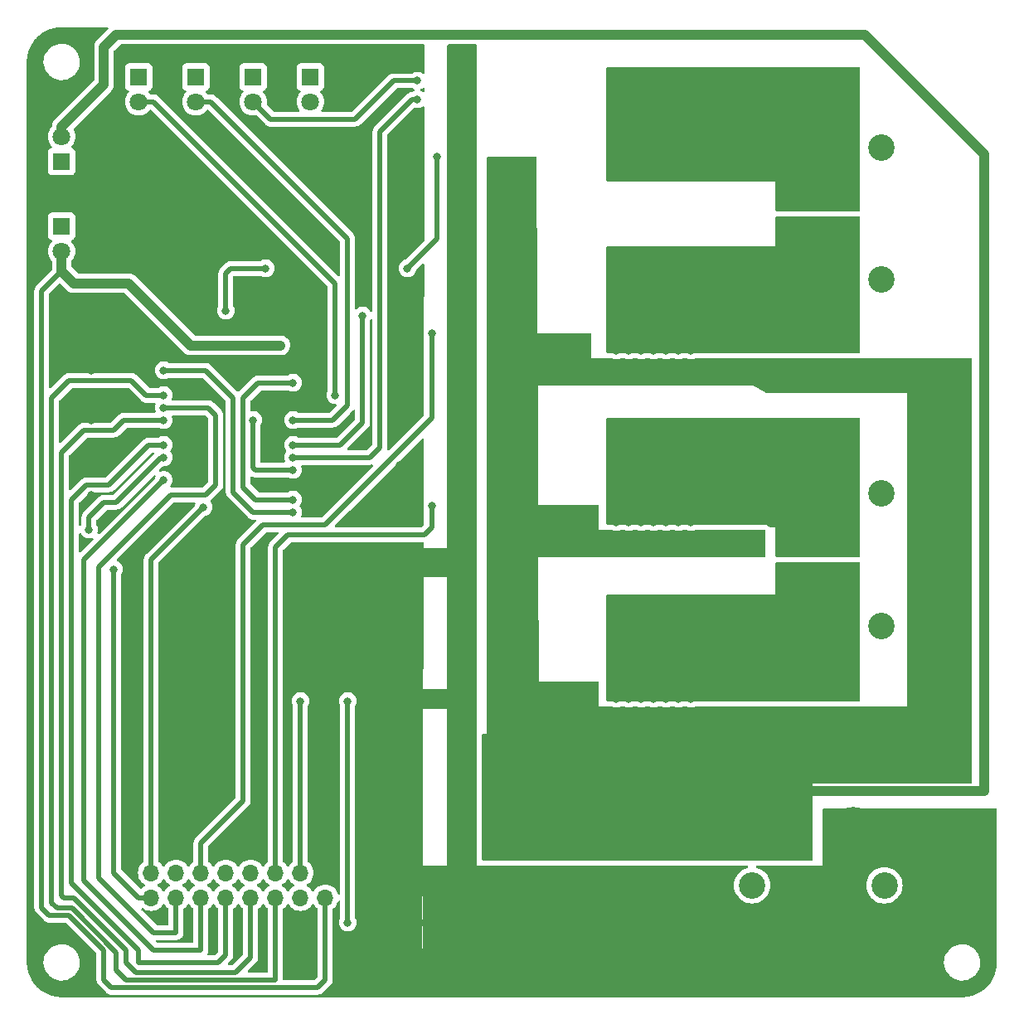
<source format=gbr>
%TF.GenerationSoftware,KiCad,Pcbnew,7.0.7*%
%TF.CreationDate,2023-12-04T17:46:37+09:00*%
%TF.ProjectId,AltairMD_V6,416c7461-6972-44d4-945f-56362e6b6963,rev?*%
%TF.SameCoordinates,Original*%
%TF.FileFunction,Copper,L2,Bot*%
%TF.FilePolarity,Positive*%
%FSLAX46Y46*%
G04 Gerber Fmt 4.6, Leading zero omitted, Abs format (unit mm)*
G04 Created by KiCad (PCBNEW 7.0.7) date 2023-12-04 17:46:37*
%MOMM*%
%LPD*%
G01*
G04 APERTURE LIST*
%TA.AperFunction,ComponentPad*%
%ADD10C,2.700000*%
%TD*%
%TA.AperFunction,ComponentPad*%
%ADD11C,4.050000*%
%TD*%
%TA.AperFunction,ComponentPad*%
%ADD12R,1.800000X1.800000*%
%TD*%
%TA.AperFunction,ComponentPad*%
%ADD13C,1.800000*%
%TD*%
%TA.AperFunction,ComponentPad*%
%ADD14R,1.700000X1.700000*%
%TD*%
%TA.AperFunction,ComponentPad*%
%ADD15O,1.700000X1.700000*%
%TD*%
%TA.AperFunction,ViaPad*%
%ADD16C,0.800000*%
%TD*%
%TA.AperFunction,Conductor*%
%ADD17C,1.000000*%
%TD*%
%TA.AperFunction,Conductor*%
%ADD18C,0.500000*%
%TD*%
%TA.AperFunction,Conductor*%
%ADD19C,3.000000*%
%TD*%
%TA.AperFunction,Conductor*%
%ADD20C,2.000000*%
%TD*%
G04 APERTURE END LIST*
D10*
%TO.P,J2,4*%
%TO.N,N/C*%
X193960000Y-98450000D03*
%TO.P,J2,3*%
X193960000Y-111950000D03*
D11*
%TO.P,J2,2,Pin_2*%
%TO.N,M-1*%
X187960000Y-108800000D03*
%TO.P,J2,1,Pin_1*%
%TO.N,M+1*%
X187960000Y-101600000D03*
%TD*%
D10*
%TO.P,J1,4*%
%TO.N,N/C*%
X194246000Y-138430000D03*
%TO.P,J1,3*%
X180746000Y-138430000D03*
D11*
%TO.P,J1,2,Pin_2*%
%TO.N,+24V*%
X183896000Y-132430000D03*
%TO.P,J1,1,Pin_1*%
%TO.N,GND*%
X191096000Y-132430000D03*
%TD*%
D12*
%TO.P,D3,1,K*%
%TO.N,Net-(D3-K)*%
X118110000Y-55880000D03*
D13*
%TO.P,D3,2,A*%
%TO.N,IN1*%
X118110000Y-58420000D03*
%TD*%
D12*
%TO.P,D5,1,K*%
%TO.N,Net-(D5-K)*%
X129794000Y-55880000D03*
D13*
%TO.P,D5,2,A*%
%TO.N,IN1_2*%
X129794000Y-58420000D03*
%TD*%
D12*
%TO.P,D4,1,K*%
%TO.N,Net-(D4-K)*%
X123952000Y-55880000D03*
D13*
%TO.P,D4,2,A*%
%TO.N,IN2*%
X123952000Y-58420000D03*
%TD*%
D12*
%TO.P,D1,1,K*%
%TO.N,Net-(D1-K)*%
X110236000Y-64516000D03*
D13*
%TO.P,D1,2,A*%
%TO.N,+24V*%
X110236000Y-61976000D03*
%TD*%
D10*
%TO.P,J4,4*%
%TO.N,N/C*%
X193960000Y-63100000D03*
%TO.P,J4,3*%
X193960000Y-76600000D03*
D11*
%TO.P,J4,2,Pin_2*%
%TO.N,M-2*%
X187960000Y-73450000D03*
%TO.P,J4,1,Pin_1*%
%TO.N,M+2*%
X187960000Y-66250000D03*
%TD*%
D14*
%TO.P,J3,1,Pin_1*%
%TO.N,GND*%
X137160000Y-137160000D03*
D15*
%TO.P,J3,2,Pin_2*%
%TO.N,+5V*%
X137160000Y-139700000D03*
%TO.P,J3,3,Pin_3*%
%TO.N,D1*%
X134620000Y-137160000D03*
%TO.P,J3,4,Pin_4*%
%TO.N,D2*%
X134620000Y-139700000D03*
%TO.P,J3,5,Pin_5*%
%TO.N,IS1*%
X132080000Y-137160000D03*
%TO.P,J3,6,Pin_6*%
%TO.N,INH1\u002A*%
X132080000Y-139700000D03*
%TO.P,J3,7,Pin_7*%
%TO.N,IS2*%
X129540000Y-137160000D03*
%TO.P,J3,8,Pin_8*%
%TO.N,INH2\u002A*%
X129540000Y-139700000D03*
%TO.P,J3,9,Pin_9*%
%TO.N,IS1_2*%
X127000000Y-137160000D03*
%TO.P,J3,10,Pin_10*%
%TO.N,INH1_2\u002A*%
X127000000Y-139700000D03*
%TO.P,J3,11,Pin_11*%
%TO.N,IS2_2*%
X124460000Y-137160000D03*
%TO.P,J3,12,Pin_12*%
%TO.N,INH2_2\u002A*%
X124460000Y-139700000D03*
%TO.P,J3,13,Pin_13*%
%TO.N,IN1\u002A*%
X121920000Y-137160000D03*
%TO.P,J3,14,Pin_14*%
%TO.N,IN2\u002A*%
X121920000Y-139700000D03*
%TO.P,J3,15,Pin_15*%
%TO.N,IN1_2\u002A*%
X119380000Y-137160000D03*
%TO.P,J3,16,Pin_16*%
%TO.N,IN2_2\u002A*%
X119380000Y-139700000D03*
%TD*%
D12*
%TO.P,D2,1,K*%
%TO.N,Net-(D2-K)*%
X110236000Y-71146000D03*
D13*
%TO.P,D2,2,A*%
%TO.N,+5V*%
X110236000Y-73686000D03*
%TD*%
D12*
%TO.P,D6,1,K*%
%TO.N,Net-(D6-K)*%
X135636000Y-55880000D03*
D13*
%TO.P,D6,2,A*%
%TO.N,IN2_2*%
X135636000Y-58420000D03*
%TD*%
D16*
%TO.N,+24V*%
X157988000Y-69342000D03*
X156210000Y-69342000D03*
X154686000Y-69342000D03*
X157988000Y-65532000D03*
X156210000Y-65532000D03*
X154686000Y-65532000D03*
X154686000Y-66802000D03*
X156210000Y-66802000D03*
X157988000Y-66802000D03*
X157988000Y-68072000D03*
X156210000Y-68072000D03*
X154686000Y-68072000D03*
%TO.N,GND*%
X145288000Y-66548000D03*
X145288000Y-65024000D03*
X145288000Y-63500000D03*
X145288000Y-61976000D03*
X144018000Y-61976000D03*
X144018000Y-63500000D03*
X144018000Y-65024000D03*
X144018000Y-69596000D03*
X145542000Y-71374000D03*
X145542000Y-73152000D03*
X144018000Y-71374000D03*
X144018000Y-73152000D03*
X144018000Y-78740000D03*
X144018000Y-80518000D03*
X144018000Y-82042000D03*
X144018000Y-83820000D03*
X144018000Y-85344000D03*
X145542000Y-85344000D03*
X145542000Y-86868000D03*
X144018000Y-86868000D03*
X145542000Y-91186000D03*
X144018000Y-91186000D03*
X144018000Y-92964000D03*
X144780000Y-95504000D03*
X144780000Y-97028000D03*
X144780000Y-98806000D03*
X143002000Y-98806000D03*
X144780000Y-100584000D03*
X143002000Y-100584000D03*
X146050000Y-110490000D03*
X140970000Y-105410000D03*
X140970000Y-123190000D03*
X143510000Y-121920000D03*
X140970000Y-120650000D03*
X140970000Y-118110000D03*
X140970000Y-115570000D03*
X140970000Y-113030000D03*
X140970000Y-110490000D03*
X140970000Y-107950000D03*
X143510000Y-109220000D03*
X143510000Y-111760000D03*
X143510000Y-114300000D03*
X143510000Y-116840000D03*
X148844000Y-105410000D03*
X147320000Y-105410000D03*
X144780000Y-134620000D03*
X198120000Y-132080000D03*
X203200000Y-132080000D03*
X200660000Y-134620000D03*
X198120000Y-137160000D03*
X203200000Y-137160000D03*
X200660000Y-139700000D03*
X203200000Y-142240000D03*
X195580000Y-144780000D03*
X198120000Y-142240000D03*
X198120000Y-147320000D03*
X187960000Y-137160000D03*
X185420000Y-139700000D03*
X190500000Y-139700000D03*
X193040000Y-142240000D03*
X190500000Y-144780000D03*
X193040000Y-147320000D03*
X187960000Y-147320000D03*
X185420000Y-144780000D03*
X187960000Y-142240000D03*
X182880000Y-142240000D03*
X180340000Y-144780000D03*
X182880000Y-147320000D03*
X177800000Y-137160000D03*
X172720000Y-137160000D03*
X167640000Y-137160000D03*
X175260000Y-139700000D03*
X165100000Y-139700000D03*
X177800000Y-142240000D03*
X175260000Y-144780000D03*
X172720000Y-142240000D03*
X167640000Y-142240000D03*
X170180000Y-144780000D03*
X177800000Y-147320000D03*
X172720000Y-147320000D03*
X167640000Y-147320000D03*
X142240000Y-147320000D03*
X147320000Y-147320000D03*
X152400000Y-147320000D03*
X157480000Y-147320000D03*
X162560000Y-147320000D03*
X165100000Y-144780000D03*
X160020000Y-144780000D03*
X154940000Y-144780000D03*
X149860000Y-144780000D03*
X144780000Y-144780000D03*
X142240000Y-142240000D03*
X147320000Y-142240000D03*
X152400000Y-142240000D03*
X157480000Y-142240000D03*
X162560000Y-142240000D03*
X160020000Y-139700000D03*
X154940000Y-139700000D03*
X149860000Y-139700000D03*
X144780000Y-139700000D03*
X142240000Y-137160000D03*
X147320000Y-137160000D03*
X152400000Y-137160000D03*
X157480000Y-137160000D03*
X162560000Y-137160000D03*
%TO.N,+24V*%
X156972000Y-120904000D03*
X155702000Y-120904000D03*
X154432000Y-120904000D03*
X158242000Y-120904000D03*
X156972000Y-122174000D03*
X158242000Y-119634000D03*
X155702000Y-122174000D03*
X154432000Y-119634000D03*
X155702000Y-119634000D03*
X156972000Y-119634000D03*
X154432000Y-122174000D03*
X158242000Y-122174000D03*
X156972000Y-102870000D03*
X155702000Y-102870000D03*
X154432000Y-102870000D03*
X158242000Y-102870000D03*
X156972000Y-104140000D03*
X158242000Y-101600000D03*
X155702000Y-104140000D03*
X154432000Y-101600000D03*
X155702000Y-101600000D03*
X156972000Y-101600000D03*
X154432000Y-104140000D03*
X158242000Y-104140000D03*
X156972000Y-85090000D03*
X155702000Y-85090000D03*
X154432000Y-85090000D03*
X158242000Y-85090000D03*
X156972000Y-86360000D03*
X158242000Y-83820000D03*
X155702000Y-86360000D03*
X154432000Y-83820000D03*
X155702000Y-83820000D03*
X156972000Y-83820000D03*
X154432000Y-86360000D03*
X158242000Y-86360000D03*
%TO.N,GND*%
X150368000Y-72644000D03*
X113284000Y-80772000D03*
X151892000Y-101092000D03*
X151892000Y-84328000D03*
X151892000Y-65278000D03*
X140462000Y-100584000D03*
X151892000Y-85852000D03*
X150368000Y-85852000D03*
X150368000Y-84328000D03*
X151638000Y-54610000D03*
X151638000Y-53086000D03*
X113284000Y-90932000D03*
X150368000Y-103886000D03*
X150368000Y-69596000D03*
X113284000Y-93472000D03*
X113284000Y-85852000D03*
X150368000Y-68072000D03*
X151130000Y-118110000D03*
X150622000Y-53086000D03*
X113284000Y-98552000D03*
X140462000Y-96012000D03*
X150368000Y-106934000D03*
X151892000Y-87376000D03*
X151892000Y-103886000D03*
X151892000Y-72644000D03*
X151892000Y-68072000D03*
X150368000Y-105410000D03*
X150368000Y-66802000D03*
X150368000Y-101092000D03*
X151892000Y-69596000D03*
X151892000Y-71120000D03*
X113284000Y-96012000D03*
X151130000Y-119380000D03*
X120650000Y-101600000D03*
X113284000Y-83312000D03*
X150368000Y-71120000D03*
X113284000Y-88392000D03*
X151892000Y-102362000D03*
X150368000Y-87376000D03*
X150368000Y-65278000D03*
X151892000Y-66802000D03*
X150368000Y-102362000D03*
X151892000Y-106934000D03*
X150622000Y-54610000D03*
X151892000Y-105410000D03*
X143510000Y-119380000D03*
%TO.N,IS1*%
X148082000Y-99695000D03*
%TO.N,M+1*%
X174498000Y-97536000D03*
X168148000Y-96266000D03*
X169418000Y-98806000D03*
X169418000Y-96266000D03*
X169418000Y-93726000D03*
X170688000Y-92456000D03*
X166878000Y-91186000D03*
X169418000Y-91186000D03*
X166878000Y-92456000D03*
X173228000Y-100076000D03*
X173228000Y-97536000D03*
X174498000Y-91186000D03*
X173228000Y-98806000D03*
X174498000Y-100076000D03*
X173228000Y-101346000D03*
X170688000Y-100076000D03*
X174498000Y-96266000D03*
X168148000Y-101346000D03*
X174498000Y-93726000D03*
X170688000Y-98806000D03*
X174498000Y-92456000D03*
X166878000Y-101346000D03*
X174498000Y-101346000D03*
X169418000Y-92456000D03*
X168148000Y-92456000D03*
X166878000Y-98806000D03*
X168148000Y-100076000D03*
X170688000Y-101346000D03*
X166878000Y-93726000D03*
X171958000Y-97536000D03*
X173228000Y-91186000D03*
X171958000Y-101346000D03*
X168148000Y-91186000D03*
X170688000Y-91186000D03*
X168148000Y-98806000D03*
X166878000Y-94996000D03*
X173228000Y-92456000D03*
X166878000Y-100076000D03*
X169418000Y-94996000D03*
X169418000Y-97536000D03*
X174498000Y-98806000D03*
X166878000Y-96266000D03*
X170688000Y-94996000D03*
X171958000Y-91186000D03*
X173228000Y-96266000D03*
X171958000Y-98806000D03*
X173228000Y-93726000D03*
X170688000Y-93726000D03*
X173228000Y-94996000D03*
X171958000Y-94996000D03*
X168148000Y-93726000D03*
X170688000Y-97536000D03*
X166878000Y-97536000D03*
X171958000Y-100076000D03*
X169418000Y-101346000D03*
X171958000Y-92456000D03*
X168148000Y-94996000D03*
X171958000Y-93726000D03*
X170688000Y-96266000D03*
X174498000Y-94996000D03*
X171958000Y-96266000D03*
X168148000Y-97536000D03*
X169418000Y-100076000D03*
%TO.N,IS1_2*%
X131064000Y-75438000D03*
X148590000Y-64008000D03*
X127000000Y-79756000D03*
X145542000Y-75438000D03*
%TO.N,IS2_2*%
X148082000Y-82042000D03*
%TO.N,INH1\u002A*%
X120650000Y-88392000D03*
%TO.N,IN2\u002A*%
X120650000Y-89662000D03*
%TO.N,INH2\u002A*%
X120650000Y-90932000D03*
%TO.N,IN1_2\u002A*%
X124714000Y-99822000D03*
%TO.N,INH1_2\u002A*%
X120650000Y-93472000D03*
%TO.N,IN2_2\u002A*%
X113030000Y-102108000D03*
X120650000Y-94742000D03*
X115570000Y-106172000D03*
%TO.N,INH2_2\u002A*%
X120656500Y-97034500D03*
%TO.N,INH2_2*%
X133858000Y-93472000D03*
X140970000Y-80264000D03*
%TO.N,IN2_2*%
X133858000Y-96012000D03*
X129794000Y-90932000D03*
%TO.N,INH1_2*%
X133858000Y-94742000D03*
X146558000Y-58166000D03*
%TO.N,IN1_2*%
X146558000Y-56281000D03*
%TO.N,IN2*%
X133858000Y-90932000D03*
%TO.N,IN1*%
X138176000Y-88392000D03*
%TO.N,+5V*%
X132588000Y-83312000D03*
X130810000Y-83312000D03*
%TO.N,M-1*%
X171958000Y-113030000D03*
X174498000Y-113030000D03*
X170688000Y-118110000D03*
X166878000Y-109220000D03*
X174498000Y-118110000D03*
X169418000Y-118110000D03*
X168148000Y-113030000D03*
X170688000Y-116840000D03*
X168148000Y-110490000D03*
X171958000Y-118110000D03*
X168148000Y-111760000D03*
X174498000Y-116840000D03*
X171958000Y-109220000D03*
X168148000Y-109220000D03*
X173228000Y-114300000D03*
X171958000Y-114300000D03*
X166878000Y-110490000D03*
X170688000Y-114300000D03*
X174498000Y-111760000D03*
X168148000Y-115570000D03*
X166878000Y-119380000D03*
X170688000Y-110490000D03*
X170688000Y-119380000D03*
X170688000Y-109220000D03*
X171958000Y-115570000D03*
X166878000Y-111760000D03*
X173228000Y-115570000D03*
X174498000Y-115570000D03*
X168148000Y-116840000D03*
X168148000Y-114300000D03*
X169418000Y-115570000D03*
X168148000Y-118110000D03*
X174498000Y-114300000D03*
X173228000Y-118110000D03*
X174498000Y-109220000D03*
X166878000Y-113030000D03*
X168148000Y-119380000D03*
X170688000Y-113030000D03*
X173228000Y-116840000D03*
X166878000Y-115570000D03*
X169418000Y-116840000D03*
X173228000Y-113030000D03*
X173228000Y-110490000D03*
X174498000Y-119380000D03*
X169418000Y-110490000D03*
X170688000Y-115570000D03*
X166878000Y-118110000D03*
X171958000Y-111760000D03*
X174498000Y-110490000D03*
X173228000Y-111760000D03*
X169418000Y-114300000D03*
X171958000Y-119380000D03*
X166878000Y-116840000D03*
X169418000Y-109220000D03*
X166878000Y-114300000D03*
X170688000Y-111760000D03*
X169418000Y-119380000D03*
X171958000Y-110490000D03*
X169418000Y-111760000D03*
X171958000Y-116840000D03*
X169418000Y-113030000D03*
X173228000Y-109220000D03*
X173228000Y-119380000D03*
%TO.N,M+2*%
X169418000Y-55372000D03*
X170688000Y-59182000D03*
X170688000Y-57912000D03*
X169418000Y-64262000D03*
X171958000Y-59182000D03*
X170688000Y-60452000D03*
X168148000Y-57912000D03*
X171958000Y-56642000D03*
X171958000Y-61722000D03*
X170688000Y-64262000D03*
X173228000Y-62992000D03*
X168148000Y-60452000D03*
X166878000Y-65532000D03*
X173228000Y-61722000D03*
X173228000Y-60452000D03*
X166878000Y-62992000D03*
X168148000Y-62992000D03*
X169418000Y-62992000D03*
X168148000Y-59182000D03*
X174498000Y-56642000D03*
X173228000Y-64262000D03*
X174498000Y-61722000D03*
X174498000Y-65532000D03*
X166878000Y-55372000D03*
X168148000Y-64262000D03*
X166878000Y-59182000D03*
X173228000Y-65532000D03*
X174498000Y-59182000D03*
X166878000Y-61722000D03*
X173228000Y-56642000D03*
X168148000Y-65532000D03*
X173228000Y-57912000D03*
X170688000Y-61722000D03*
X173228000Y-59182000D03*
X170688000Y-65532000D03*
X171958000Y-65532000D03*
X171958000Y-57912000D03*
X174498000Y-60452000D03*
X169418000Y-56642000D03*
X169418000Y-59182000D03*
X171958000Y-64262000D03*
X171958000Y-60452000D03*
X173228000Y-55372000D03*
X168148000Y-56642000D03*
X171958000Y-55372000D03*
X174498000Y-62992000D03*
X168148000Y-55372000D03*
X169418000Y-61722000D03*
X174498000Y-64262000D03*
X166878000Y-64262000D03*
X174498000Y-57912000D03*
X166878000Y-60452000D03*
X169418000Y-60452000D03*
X166878000Y-56642000D03*
X170688000Y-62992000D03*
X174498000Y-55372000D03*
X166878000Y-57912000D03*
X170688000Y-56642000D03*
X168148000Y-61722000D03*
X169418000Y-65532000D03*
X169418000Y-57912000D03*
X171958000Y-62992000D03*
X170688000Y-55372000D03*
%TO.N,M-2*%
X169418000Y-81280000D03*
X174498000Y-76200000D03*
X171958000Y-82550000D03*
X166878000Y-81280000D03*
X174498000Y-77470000D03*
X170688000Y-80010000D03*
X170688000Y-81280000D03*
X168148000Y-77470000D03*
X166878000Y-83820000D03*
X168148000Y-81280000D03*
X166878000Y-77470000D03*
X174498000Y-81280000D03*
X170688000Y-83820000D03*
X166878000Y-73660000D03*
X174498000Y-83820000D03*
X171958000Y-73660000D03*
X169418000Y-76200000D03*
X173228000Y-82550000D03*
X168148000Y-83820000D03*
X171958000Y-77470000D03*
X169418000Y-80010000D03*
X166878000Y-74930000D03*
X168148000Y-82550000D03*
X169418000Y-77470000D03*
X174498000Y-82550000D03*
X168148000Y-78740000D03*
X168148000Y-80010000D03*
X170688000Y-78740000D03*
X171958000Y-81280000D03*
X166878000Y-80010000D03*
X173228000Y-73660000D03*
X173228000Y-76200000D03*
X170688000Y-74930000D03*
X166878000Y-78740000D03*
X174498000Y-78740000D03*
X169418000Y-82550000D03*
X171958000Y-80010000D03*
X168148000Y-74930000D03*
X173228000Y-78740000D03*
X170688000Y-76200000D03*
X168148000Y-73660000D03*
X174498000Y-74930000D03*
X166878000Y-76200000D03*
X174498000Y-80010000D03*
X173228000Y-81280000D03*
X168148000Y-76200000D03*
X169418000Y-73660000D03*
X171958000Y-74930000D03*
X170688000Y-77470000D03*
X173228000Y-74930000D03*
X170688000Y-73660000D03*
X173228000Y-80010000D03*
X166878000Y-82550000D03*
X169418000Y-74930000D03*
X171958000Y-76200000D03*
X169418000Y-83820000D03*
X174498000Y-73660000D03*
X169418000Y-78740000D03*
X171958000Y-83820000D03*
X173228000Y-77470000D03*
X171958000Y-78740000D03*
X173228000Y-83820000D03*
X170688000Y-82550000D03*
%TO.N,D1*%
X133858000Y-100330000D03*
X134620000Y-119634000D03*
X120650000Y-85852000D03*
%TO.N,D2*%
X139446000Y-142240000D03*
X133858000Y-99060000D03*
X139446000Y-119634000D03*
X133858000Y-87122000D03*
%TD*%
D17*
%TO.N,+24V*%
X183896000Y-130302000D02*
X183896000Y-132430000D01*
X185420000Y-128778000D02*
X183896000Y-130302000D01*
X204470000Y-128778000D02*
X185420000Y-128778000D01*
X204470000Y-63754000D02*
X204470000Y-128778000D01*
X114554000Y-52832000D02*
X115824000Y-51562000D01*
X114554000Y-56642000D02*
X114554000Y-52832000D01*
X110236000Y-60960000D02*
X114554000Y-56642000D01*
X192278000Y-51562000D02*
X204470000Y-63754000D01*
X110236000Y-61976000D02*
X110236000Y-60960000D01*
X115824000Y-51562000D02*
X192278000Y-51562000D01*
D18*
%TO.N,IS1*%
X133350000Y-102616000D02*
X132080000Y-103886000D01*
X147320000Y-102616000D02*
X133350000Y-102616000D01*
X148082000Y-101854000D02*
X147320000Y-102616000D01*
X148082000Y-99695000D02*
X148082000Y-101854000D01*
X132080000Y-103886000D02*
X132080000Y-137160000D01*
D19*
%TO.N,GND*%
X150876000Y-105410000D02*
X143510000Y-105410000D01*
D20*
X151130000Y-119380000D02*
X143510000Y-119380000D01*
D19*
X143510000Y-105410000D02*
X143510000Y-119380000D01*
D18*
%TO.N,IS1_2*%
X127000000Y-79756000D02*
X127000000Y-75946000D01*
X127508000Y-75438000D02*
X131064000Y-75438000D01*
X148590000Y-72390000D02*
X145542000Y-75438000D01*
X127000000Y-75946000D02*
X127508000Y-75438000D01*
X148590000Y-64008000D02*
X148590000Y-72390000D01*
%TO.N,IS2_2*%
X128778000Y-103632000D02*
X130810000Y-101600000D01*
X148082000Y-90678000D02*
X148082000Y-82042000D01*
X124460000Y-137160000D02*
X124460000Y-134112000D01*
X128778000Y-129794000D02*
X128778000Y-103632000D01*
X124460000Y-134112000D02*
X128778000Y-129794000D01*
X130810000Y-101600000D02*
X137160000Y-101600000D01*
X137160000Y-101600000D02*
X148082000Y-90678000D01*
%TO.N,INH1\u002A*%
X117348000Y-86868000D02*
X118872000Y-88392000D01*
X132080000Y-148082000D02*
X116840000Y-148082000D01*
X111287949Y-140778000D02*
X109790000Y-140778000D01*
X110998000Y-86868000D02*
X117348000Y-86868000D01*
X115824000Y-145314051D02*
X111287949Y-140778000D01*
X115824000Y-147066000D02*
X115824000Y-145314051D01*
X109220000Y-88646000D02*
X110998000Y-86868000D01*
X109790000Y-140778000D02*
X109220000Y-140208000D01*
X132080000Y-139700000D02*
X132080000Y-148082000D01*
X118872000Y-88392000D02*
X120650000Y-88392000D01*
X116840000Y-148082000D02*
X115824000Y-147066000D01*
X109220000Y-140208000D02*
X109220000Y-88646000D01*
%TO.N,IN2\u002A*%
X114046000Y-137668000D02*
X114046000Y-105918000D01*
X119634000Y-143256000D02*
X114046000Y-137668000D01*
X121412000Y-98552000D02*
X124968000Y-98552000D01*
X121920000Y-143256000D02*
X119634000Y-143256000D01*
X114046000Y-105918000D02*
X121412000Y-98552000D01*
X121920000Y-139700000D02*
X121920000Y-143256000D01*
X124968000Y-98552000D02*
X125984000Y-97536000D01*
X125984000Y-90424000D02*
X125222000Y-89662000D01*
X125222000Y-89662000D02*
X120650000Y-89662000D01*
X125984000Y-97536000D02*
X125984000Y-90424000D01*
%TO.N,INH2\u002A*%
X129540000Y-145796000D02*
X128016000Y-147320000D01*
X111506000Y-139700000D02*
X110490000Y-139700000D01*
X110490000Y-139700000D02*
X110236000Y-139446000D01*
X116586000Y-90932000D02*
X120650000Y-90932000D01*
X110236000Y-94234000D02*
X112522000Y-91948000D01*
X128016000Y-147320000D02*
X117856000Y-147320000D01*
X117856000Y-147320000D02*
X116840000Y-146304000D01*
X112522000Y-91948000D02*
X115570000Y-91948000D01*
X116840000Y-146304000D02*
X116840000Y-145034000D01*
X110236000Y-139446000D02*
X110236000Y-94234000D01*
X116840000Y-145034000D02*
X111506000Y-139700000D01*
X129540000Y-139700000D02*
X129540000Y-145796000D01*
X115570000Y-91948000D02*
X116586000Y-90932000D01*
%TO.N,IN1_2\u002A*%
X119380000Y-105156000D02*
X124714000Y-99822000D01*
X119380000Y-137160000D02*
X119380000Y-105156000D01*
%TO.N,INH1_2\u002A*%
X118110000Y-146304000D02*
X118110000Y-145034000D01*
X111252000Y-99060000D02*
X112776000Y-97536000D01*
X118110000Y-145034000D02*
X111252000Y-138176000D01*
X111252000Y-138176000D02*
X111252000Y-99060000D01*
X115062000Y-97536000D02*
X119126000Y-93472000D01*
X126238000Y-146304000D02*
X118110000Y-146304000D01*
X127000000Y-139700000D02*
X127000000Y-145542000D01*
X112776000Y-97536000D02*
X115062000Y-97536000D01*
X127000000Y-145542000D02*
X126238000Y-146304000D01*
X119126000Y-93472000D02*
X120650000Y-93472000D01*
%TO.N,IN2_2\u002A*%
X115570000Y-137160000D02*
X118110000Y-139700000D01*
X118110000Y-139700000D02*
X119380000Y-139700000D01*
X115570000Y-106172000D02*
X115570000Y-137160000D01*
X120396000Y-94742000D02*
X120650000Y-94742000D01*
X114554000Y-99314000D02*
X115824000Y-99314000D01*
X115824000Y-99314000D02*
X120396000Y-94742000D01*
X113030000Y-100838000D02*
X114554000Y-99314000D01*
X113030000Y-102108000D02*
X113030000Y-100838000D01*
%TO.N,INH2_2\u002A*%
X112522000Y-137922000D02*
X112522000Y-105156000D01*
X119634000Y-145034000D02*
X112522000Y-137922000D01*
X120643500Y-97034500D02*
X120656500Y-97034500D01*
X112522000Y-105156000D02*
X120643500Y-97034500D01*
X124460000Y-139700000D02*
X124460000Y-145034000D01*
X124460000Y-145034000D02*
X119634000Y-145034000D01*
%TO.N,INH2_2*%
X140970000Y-80264000D02*
X140970000Y-91186000D01*
X138684000Y-93472000D02*
X133858000Y-93472000D01*
X140970000Y-91186000D02*
X138684000Y-93472000D01*
%TO.N,IN2_2*%
X129794000Y-90932000D02*
X129794000Y-95758000D01*
X130048000Y-96012000D02*
X133858000Y-96012000D01*
X129794000Y-95758000D02*
X130048000Y-96012000D01*
%TO.N,INH1_2*%
X142748000Y-61468000D02*
X142748000Y-93726000D01*
X141732000Y-94742000D02*
X133858000Y-94742000D01*
X146558000Y-58166000D02*
X146050000Y-58166000D01*
X142748000Y-93726000D02*
X141732000Y-94742000D01*
X146050000Y-58166000D02*
X142748000Y-61468000D01*
%TO.N,IN1_2*%
X146558000Y-56281000D02*
X144125000Y-56281000D01*
X140208000Y-60198000D02*
X131572000Y-60198000D01*
X144125000Y-56281000D02*
X140208000Y-60198000D01*
X131572000Y-60198000D02*
X129794000Y-58420000D01*
%TO.N,IN2*%
X125476000Y-58420000D02*
X123952000Y-58420000D01*
X139446000Y-72390000D02*
X125476000Y-58420000D01*
X133858000Y-90932000D02*
X137922000Y-90932000D01*
X139446000Y-89408000D02*
X139446000Y-72390000D01*
X137922000Y-90932000D02*
X139446000Y-89408000D01*
%TO.N,IN1*%
X138176000Y-76962000D02*
X138176000Y-88392000D01*
X119634000Y-58420000D02*
X138176000Y-76962000D01*
X118110000Y-58420000D02*
X119634000Y-58420000D01*
%TO.N,+5V*%
X114554000Y-148082000D02*
X114554000Y-145034000D01*
D17*
X123444000Y-83312000D02*
X117094000Y-76962000D01*
X111506000Y-76962000D02*
X110236000Y-75692000D01*
D18*
X137160000Y-148082000D02*
X136398000Y-148844000D01*
X114554000Y-145034000D02*
X110998000Y-141478000D01*
X108204000Y-77724000D02*
X110236000Y-75692000D01*
X110998000Y-141478000D02*
X108966000Y-141478000D01*
D17*
X110236000Y-75692000D02*
X110236000Y-73686000D01*
D18*
X108204000Y-140716000D02*
X108204000Y-77724000D01*
D17*
X132588000Y-83312000D02*
X123444000Y-83312000D01*
D18*
X136398000Y-148844000D02*
X115316000Y-148844000D01*
X137160000Y-139700000D02*
X137160000Y-148082000D01*
D17*
X117094000Y-76962000D02*
X111506000Y-76962000D01*
D18*
X108966000Y-141478000D02*
X108204000Y-140716000D01*
X115316000Y-148844000D02*
X114554000Y-148082000D01*
%TO.N,D1*%
X127762000Y-88646000D02*
X124968000Y-85852000D01*
X127762000Y-98298000D02*
X127762000Y-88646000D01*
X129794000Y-100330000D02*
X127762000Y-98298000D01*
X124968000Y-85852000D02*
X120650000Y-85852000D01*
X134620000Y-119634000D02*
X134620000Y-137160000D01*
X133858000Y-100330000D02*
X129794000Y-100330000D01*
%TO.N,D2*%
X130048000Y-99060000D02*
X128778000Y-97790000D01*
X128778000Y-88646000D02*
X130302000Y-87122000D01*
X130302000Y-87122000D02*
X133858000Y-87122000D01*
X139446000Y-119634000D02*
X139446000Y-142240000D01*
X128778000Y-97790000D02*
X128778000Y-88646000D01*
X133858000Y-99060000D02*
X130048000Y-99060000D01*
%TD*%
%TA.AperFunction,Conductor*%
%TO.N,+24V*%
G36*
X158496000Y-128016000D02*
G01*
X186944000Y-128016000D01*
X186944000Y-135766000D01*
X186924315Y-135833039D01*
X186871511Y-135878794D01*
X186820000Y-135890000D01*
X159004000Y-135890000D01*
X153670000Y-135890000D01*
X153283500Y-135890000D01*
X153216461Y-135870315D01*
X153170706Y-135817511D01*
X153159500Y-135766000D01*
X153159500Y-123060000D01*
X153179185Y-122992961D01*
X153231989Y-122947206D01*
X153283500Y-122936000D01*
X153670000Y-122936000D01*
X158496000Y-122936000D01*
X158496000Y-128016000D01*
G37*
%TD.AperFunction*%
%TD*%
%TA.AperFunction,Conductor*%
%TO.N,+24V*%
G36*
X165043039Y-99587685D02*
G01*
X165088794Y-99640489D01*
X165100000Y-99692000D01*
X165100000Y-102108000D01*
X166354491Y-102108000D01*
X166419528Y-102127097D01*
X166419641Y-102126902D01*
X166420445Y-102127366D01*
X166421530Y-102127685D01*
X166424422Y-102129662D01*
X166425266Y-102130149D01*
X166598192Y-102207142D01*
X166598197Y-102207144D01*
X166783354Y-102246500D01*
X166783355Y-102246500D01*
X166972644Y-102246500D01*
X166972646Y-102246500D01*
X167157803Y-102207144D01*
X167330730Y-102130151D01*
X167330731Y-102130149D01*
X167336359Y-102126902D01*
X167337325Y-102128575D01*
X167394439Y-102108202D01*
X167401509Y-102108000D01*
X167624491Y-102108000D01*
X167689528Y-102127097D01*
X167689641Y-102126902D01*
X167690445Y-102127366D01*
X167691530Y-102127685D01*
X167694422Y-102129662D01*
X167695266Y-102130149D01*
X167868192Y-102207142D01*
X167868197Y-102207144D01*
X168053354Y-102246500D01*
X168053355Y-102246500D01*
X168242644Y-102246500D01*
X168242646Y-102246500D01*
X168427803Y-102207144D01*
X168600730Y-102130151D01*
X168600731Y-102130149D01*
X168606359Y-102126902D01*
X168607325Y-102128575D01*
X168664439Y-102108202D01*
X168671509Y-102108000D01*
X168894491Y-102108000D01*
X168959528Y-102127097D01*
X168959641Y-102126902D01*
X168960445Y-102127366D01*
X168961530Y-102127685D01*
X168964422Y-102129662D01*
X168965266Y-102130149D01*
X169138192Y-102207142D01*
X169138197Y-102207144D01*
X169323354Y-102246500D01*
X169323355Y-102246500D01*
X169512644Y-102246500D01*
X169512646Y-102246500D01*
X169697803Y-102207144D01*
X169870730Y-102130151D01*
X169870731Y-102130149D01*
X169876359Y-102126902D01*
X169877325Y-102128575D01*
X169934439Y-102108202D01*
X169941509Y-102108000D01*
X170164491Y-102108000D01*
X170229528Y-102127097D01*
X170229641Y-102126902D01*
X170230445Y-102127366D01*
X170231530Y-102127685D01*
X170234422Y-102129662D01*
X170235266Y-102130149D01*
X170408192Y-102207142D01*
X170408197Y-102207144D01*
X170593354Y-102246500D01*
X170593355Y-102246500D01*
X170782644Y-102246500D01*
X170782646Y-102246500D01*
X170967803Y-102207144D01*
X171140730Y-102130151D01*
X171140731Y-102130149D01*
X171146359Y-102126902D01*
X171147325Y-102128575D01*
X171204439Y-102108202D01*
X171211509Y-102108000D01*
X171434491Y-102108000D01*
X171499528Y-102127097D01*
X171499641Y-102126902D01*
X171500445Y-102127366D01*
X171501530Y-102127685D01*
X171504422Y-102129662D01*
X171505266Y-102130149D01*
X171678192Y-102207142D01*
X171678197Y-102207144D01*
X171863354Y-102246500D01*
X171863355Y-102246500D01*
X172052644Y-102246500D01*
X172052646Y-102246500D01*
X172237803Y-102207144D01*
X172410730Y-102130151D01*
X172410731Y-102130149D01*
X172416359Y-102126902D01*
X172417325Y-102128575D01*
X172474439Y-102108202D01*
X172481509Y-102108000D01*
X172704491Y-102108000D01*
X172769528Y-102127097D01*
X172769641Y-102126902D01*
X172770445Y-102127366D01*
X172771530Y-102127685D01*
X172774422Y-102129662D01*
X172775266Y-102130149D01*
X172948192Y-102207142D01*
X172948197Y-102207144D01*
X173133354Y-102246500D01*
X173133355Y-102246500D01*
X173322644Y-102246500D01*
X173322646Y-102246500D01*
X173507803Y-102207144D01*
X173680730Y-102130151D01*
X173680731Y-102130149D01*
X173686359Y-102126902D01*
X173687325Y-102128575D01*
X173744439Y-102108202D01*
X173751509Y-102108000D01*
X173974491Y-102108000D01*
X174039528Y-102127097D01*
X174039641Y-102126902D01*
X174040445Y-102127366D01*
X174041530Y-102127685D01*
X174044422Y-102129662D01*
X174045266Y-102130149D01*
X174218192Y-102207142D01*
X174218197Y-102207144D01*
X174403354Y-102246500D01*
X174403355Y-102246500D01*
X174592644Y-102246500D01*
X174592646Y-102246500D01*
X174777803Y-102207144D01*
X174950730Y-102130151D01*
X174950731Y-102130149D01*
X174956359Y-102126902D01*
X174957325Y-102128575D01*
X175014439Y-102108202D01*
X175021509Y-102108000D01*
X181994000Y-102108000D01*
X182061039Y-102127685D01*
X182106794Y-102180489D01*
X182118000Y-102232000D01*
X182118000Y-104778000D01*
X182098315Y-104845039D01*
X182045511Y-104890794D01*
X181994000Y-104902000D01*
X158894502Y-104902000D01*
X158875654Y-99568000D01*
X164976000Y-99568000D01*
X165043039Y-99587685D01*
G37*
%TD.AperFunction*%
%TD*%
%TA.AperFunction,Conductor*%
%TO.N,M+1*%
G36*
X191713039Y-90697685D02*
G01*
X191758794Y-90750489D01*
X191770000Y-90802000D01*
X191770000Y-104778000D01*
X191750315Y-104845039D01*
X191697511Y-104890794D01*
X191646000Y-104902000D01*
X183258000Y-104902000D01*
X183190961Y-104882315D01*
X183145206Y-104829511D01*
X183134000Y-104778000D01*
X183134000Y-101854000D01*
X182549391Y-101854000D01*
X182482352Y-101834315D01*
X182455678Y-101811203D01*
X182443073Y-101796656D01*
X182443070Y-101796653D01*
X182334336Y-101702433D01*
X182334333Y-101702431D01*
X182334331Y-101702430D01*
X182203465Y-101642664D01*
X182203460Y-101642662D01*
X182203459Y-101642662D01*
X182167442Y-101632086D01*
X182136425Y-101622978D01*
X182136419Y-101622976D01*
X182050966Y-101610690D01*
X181994000Y-101602500D01*
X175014289Y-101602500D01*
X175007145Y-101602704D01*
X175000001Y-101602908D01*
X174985624Y-101603523D01*
X174844607Y-101632085D01*
X174787305Y-101652525D01*
X174779696Y-101652959D01*
X174756098Y-101663466D01*
X174751710Y-101665222D01*
X174750696Y-101665583D01*
X174747336Y-101667366D01*
X174632638Y-101718434D01*
X174607986Y-101726445D01*
X174582303Y-101731904D01*
X174552261Y-101738290D01*
X174526482Y-101741000D01*
X174469517Y-101741000D01*
X174443737Y-101738290D01*
X174412974Y-101731751D01*
X174388011Y-101726445D01*
X174363358Y-101718434D01*
X174237323Y-101662319D01*
X174228269Y-101657913D01*
X174225942Y-101657074D01*
X174221756Y-101655388D01*
X174217054Y-101653294D01*
X174215417Y-101651902D01*
X174183392Y-101642498D01*
X174133965Y-101627966D01*
X174133785Y-101627932D01*
X174132026Y-101627415D01*
X174116910Y-101622977D01*
X174116907Y-101622976D01*
X174116903Y-101622975D01*
X174116902Y-101622975D01*
X173974491Y-101602500D01*
X173744289Y-101602500D01*
X173737145Y-101602704D01*
X173730001Y-101602908D01*
X173715624Y-101603523D01*
X173574607Y-101632085D01*
X173517305Y-101652525D01*
X173509696Y-101652959D01*
X173486098Y-101663466D01*
X173481710Y-101665222D01*
X173480696Y-101665583D01*
X173477336Y-101667366D01*
X173362638Y-101718434D01*
X173337986Y-101726445D01*
X173312303Y-101731904D01*
X173282261Y-101738290D01*
X173256482Y-101741000D01*
X173199517Y-101741000D01*
X173173737Y-101738290D01*
X173142974Y-101731751D01*
X173118011Y-101726445D01*
X173093358Y-101718434D01*
X172967323Y-101662319D01*
X172958269Y-101657913D01*
X172955942Y-101657074D01*
X172951756Y-101655388D01*
X172947054Y-101653294D01*
X172945417Y-101651902D01*
X172913392Y-101642498D01*
X172863965Y-101627966D01*
X172863785Y-101627932D01*
X172862026Y-101627415D01*
X172846910Y-101622977D01*
X172846907Y-101622976D01*
X172846903Y-101622975D01*
X172846902Y-101622975D01*
X172704491Y-101602500D01*
X172474289Y-101602500D01*
X172467145Y-101602704D01*
X172460001Y-101602908D01*
X172445624Y-101603523D01*
X172304607Y-101632085D01*
X172247305Y-101652525D01*
X172239696Y-101652959D01*
X172216098Y-101663466D01*
X172211710Y-101665222D01*
X172210696Y-101665583D01*
X172207336Y-101667366D01*
X172092638Y-101718434D01*
X172067986Y-101726445D01*
X172042303Y-101731904D01*
X172012261Y-101738290D01*
X171986482Y-101741000D01*
X171929517Y-101741000D01*
X171903737Y-101738290D01*
X171872974Y-101731751D01*
X171848011Y-101726445D01*
X171823358Y-101718434D01*
X171697323Y-101662319D01*
X171688269Y-101657913D01*
X171685942Y-101657074D01*
X171681756Y-101655388D01*
X171677054Y-101653294D01*
X171675417Y-101651902D01*
X171643392Y-101642498D01*
X171593965Y-101627966D01*
X171593785Y-101627932D01*
X171592026Y-101627415D01*
X171576910Y-101622977D01*
X171576907Y-101622976D01*
X171576903Y-101622975D01*
X171576902Y-101622975D01*
X171434491Y-101602500D01*
X171204289Y-101602500D01*
X171197145Y-101602704D01*
X171190001Y-101602908D01*
X171175624Y-101603523D01*
X171034607Y-101632085D01*
X170977305Y-101652525D01*
X170969696Y-101652959D01*
X170946098Y-101663466D01*
X170941710Y-101665222D01*
X170940696Y-101665583D01*
X170937336Y-101667366D01*
X170822638Y-101718434D01*
X170797986Y-101726445D01*
X170772303Y-101731904D01*
X170742261Y-101738290D01*
X170716482Y-101741000D01*
X170659517Y-101741000D01*
X170633737Y-101738290D01*
X170602974Y-101731751D01*
X170578011Y-101726445D01*
X170553358Y-101718434D01*
X170427323Y-101662319D01*
X170418269Y-101657913D01*
X170415942Y-101657074D01*
X170411756Y-101655388D01*
X170407054Y-101653294D01*
X170405417Y-101651902D01*
X170373392Y-101642498D01*
X170323965Y-101627966D01*
X170323785Y-101627932D01*
X170322026Y-101627415D01*
X170306910Y-101622977D01*
X170306907Y-101622976D01*
X170306903Y-101622975D01*
X170306902Y-101622975D01*
X170164491Y-101602500D01*
X169934289Y-101602500D01*
X169927145Y-101602704D01*
X169920001Y-101602908D01*
X169905624Y-101603523D01*
X169764607Y-101632085D01*
X169707305Y-101652525D01*
X169699696Y-101652959D01*
X169676098Y-101663466D01*
X169671710Y-101665222D01*
X169670696Y-101665583D01*
X169667336Y-101667366D01*
X169552638Y-101718434D01*
X169527986Y-101726445D01*
X169502303Y-101731904D01*
X169472261Y-101738290D01*
X169446482Y-101741000D01*
X169389517Y-101741000D01*
X169363737Y-101738290D01*
X169332974Y-101731751D01*
X169308011Y-101726445D01*
X169283358Y-101718434D01*
X169157323Y-101662319D01*
X169148269Y-101657913D01*
X169145942Y-101657074D01*
X169141756Y-101655388D01*
X169137054Y-101653294D01*
X169135417Y-101651902D01*
X169103392Y-101642498D01*
X169053965Y-101627966D01*
X169053785Y-101627932D01*
X169052026Y-101627415D01*
X169036910Y-101622977D01*
X169036907Y-101622976D01*
X169036903Y-101622975D01*
X169036902Y-101622975D01*
X168894491Y-101602500D01*
X168664289Y-101602500D01*
X168657145Y-101602704D01*
X168650001Y-101602908D01*
X168635624Y-101603523D01*
X168494607Y-101632085D01*
X168437305Y-101652525D01*
X168429696Y-101652959D01*
X168406098Y-101663466D01*
X168401710Y-101665222D01*
X168400696Y-101665583D01*
X168397336Y-101667366D01*
X168282638Y-101718434D01*
X168257986Y-101726445D01*
X168232303Y-101731904D01*
X168202261Y-101738290D01*
X168176482Y-101741000D01*
X168119517Y-101741000D01*
X168093737Y-101738290D01*
X168062974Y-101731751D01*
X168038011Y-101726445D01*
X168013358Y-101718434D01*
X167887323Y-101662319D01*
X167878269Y-101657913D01*
X167875942Y-101657074D01*
X167871756Y-101655388D01*
X167867054Y-101653294D01*
X167865417Y-101651902D01*
X167833392Y-101642498D01*
X167783965Y-101627966D01*
X167783785Y-101627932D01*
X167782026Y-101627415D01*
X167766910Y-101622977D01*
X167766907Y-101622976D01*
X167766903Y-101622975D01*
X167766902Y-101622975D01*
X167624491Y-101602500D01*
X167394289Y-101602500D01*
X167387145Y-101602704D01*
X167380001Y-101602908D01*
X167365624Y-101603523D01*
X167224607Y-101632085D01*
X167167305Y-101652525D01*
X167159696Y-101652959D01*
X167136098Y-101663466D01*
X167131710Y-101665222D01*
X167130696Y-101665583D01*
X167127336Y-101667366D01*
X167012638Y-101718434D01*
X166987986Y-101726445D01*
X166962303Y-101731904D01*
X166932261Y-101738290D01*
X166906482Y-101741000D01*
X166849517Y-101741000D01*
X166823737Y-101738290D01*
X166792974Y-101731751D01*
X166768011Y-101726445D01*
X166743358Y-101718434D01*
X166617323Y-101662319D01*
X166608269Y-101657913D01*
X166605942Y-101657074D01*
X166601756Y-101655388D01*
X166597054Y-101653294D01*
X166595417Y-101651902D01*
X166563392Y-101642498D01*
X166513965Y-101627966D01*
X166513785Y-101627932D01*
X166512026Y-101627415D01*
X166496910Y-101622977D01*
X166496907Y-101622976D01*
X166496903Y-101622975D01*
X166496902Y-101622975D01*
X166354491Y-101602500D01*
X165986000Y-101602500D01*
X165918961Y-101582815D01*
X165873206Y-101530011D01*
X165862000Y-101478500D01*
X165862000Y-90802000D01*
X165881685Y-90734961D01*
X165934489Y-90689206D01*
X165986000Y-90678000D01*
X191646000Y-90678000D01*
X191713039Y-90697685D01*
G37*
%TD.AperFunction*%
%TD*%
%TA.AperFunction,Conductor*%
%TO.N,M-1*%
G36*
X191713039Y-105429685D02*
G01*
X191758794Y-105482489D01*
X191770000Y-105534000D01*
X191770000Y-119512500D01*
X191750315Y-119579539D01*
X191697511Y-119625294D01*
X191646000Y-119636500D01*
X182118000Y-119636500D01*
X175014289Y-119636500D01*
X175007145Y-119636704D01*
X175000001Y-119636908D01*
X174985624Y-119637523D01*
X174844607Y-119666085D01*
X174787305Y-119686525D01*
X174779696Y-119686959D01*
X174756098Y-119697466D01*
X174751710Y-119699222D01*
X174750696Y-119699583D01*
X174747336Y-119701366D01*
X174632638Y-119752434D01*
X174607986Y-119760445D01*
X174582303Y-119765904D01*
X174552261Y-119772290D01*
X174526482Y-119775000D01*
X174469517Y-119775000D01*
X174443737Y-119772290D01*
X174412974Y-119765751D01*
X174388011Y-119760445D01*
X174363358Y-119752434D01*
X174237323Y-119696319D01*
X174228269Y-119691913D01*
X174225942Y-119691074D01*
X174221756Y-119689388D01*
X174217054Y-119687294D01*
X174215417Y-119685902D01*
X174183392Y-119676498D01*
X174133965Y-119661966D01*
X174133785Y-119661932D01*
X174132026Y-119661415D01*
X174116910Y-119656977D01*
X174116907Y-119656976D01*
X174116903Y-119656975D01*
X174116902Y-119656975D01*
X173974491Y-119636500D01*
X173744289Y-119636500D01*
X173737145Y-119636704D01*
X173730001Y-119636908D01*
X173715624Y-119637523D01*
X173574607Y-119666085D01*
X173517305Y-119686525D01*
X173509696Y-119686959D01*
X173486098Y-119697466D01*
X173481710Y-119699222D01*
X173480696Y-119699583D01*
X173477336Y-119701366D01*
X173362638Y-119752434D01*
X173337986Y-119760445D01*
X173312303Y-119765904D01*
X173282261Y-119772290D01*
X173256482Y-119775000D01*
X173199517Y-119775000D01*
X173173737Y-119772290D01*
X173142974Y-119765751D01*
X173118011Y-119760445D01*
X173093358Y-119752434D01*
X172967323Y-119696319D01*
X172958269Y-119691913D01*
X172955942Y-119691074D01*
X172951756Y-119689388D01*
X172947054Y-119687294D01*
X172945417Y-119685902D01*
X172913392Y-119676498D01*
X172863965Y-119661966D01*
X172863785Y-119661932D01*
X172862026Y-119661415D01*
X172846910Y-119656977D01*
X172846907Y-119656976D01*
X172846903Y-119656975D01*
X172846902Y-119656975D01*
X172704491Y-119636500D01*
X172474289Y-119636500D01*
X172467145Y-119636704D01*
X172460001Y-119636908D01*
X172445624Y-119637523D01*
X172304607Y-119666085D01*
X172247305Y-119686525D01*
X172239696Y-119686959D01*
X172216098Y-119697466D01*
X172211710Y-119699222D01*
X172210696Y-119699583D01*
X172207336Y-119701366D01*
X172092638Y-119752434D01*
X172067986Y-119760445D01*
X172042303Y-119765904D01*
X172012261Y-119772290D01*
X171986482Y-119775000D01*
X171929517Y-119775000D01*
X171903737Y-119772290D01*
X171872974Y-119765751D01*
X171848011Y-119760445D01*
X171823358Y-119752434D01*
X171697323Y-119696319D01*
X171688269Y-119691913D01*
X171685942Y-119691074D01*
X171681756Y-119689388D01*
X171677054Y-119687294D01*
X171675417Y-119685902D01*
X171643392Y-119676498D01*
X171593965Y-119661966D01*
X171593785Y-119661932D01*
X171592026Y-119661415D01*
X171576910Y-119656977D01*
X171576907Y-119656976D01*
X171576903Y-119656975D01*
X171576902Y-119656975D01*
X171434491Y-119636500D01*
X171204289Y-119636500D01*
X171197145Y-119636704D01*
X171190001Y-119636908D01*
X171175624Y-119637523D01*
X171034607Y-119666085D01*
X170977305Y-119686525D01*
X170969696Y-119686959D01*
X170946098Y-119697466D01*
X170941710Y-119699222D01*
X170940696Y-119699583D01*
X170937336Y-119701366D01*
X170822638Y-119752434D01*
X170797986Y-119760445D01*
X170772303Y-119765904D01*
X170742261Y-119772290D01*
X170716482Y-119775000D01*
X170659517Y-119775000D01*
X170633737Y-119772290D01*
X170602974Y-119765751D01*
X170578011Y-119760445D01*
X170553358Y-119752434D01*
X170427323Y-119696319D01*
X170418269Y-119691913D01*
X170415942Y-119691074D01*
X170411756Y-119689388D01*
X170407054Y-119687294D01*
X170405417Y-119685902D01*
X170373392Y-119676498D01*
X170323965Y-119661966D01*
X170323785Y-119661932D01*
X170322026Y-119661415D01*
X170306910Y-119656977D01*
X170306907Y-119656976D01*
X170306903Y-119656975D01*
X170306902Y-119656975D01*
X170164491Y-119636500D01*
X169934289Y-119636500D01*
X169927145Y-119636704D01*
X169920001Y-119636908D01*
X169905624Y-119637523D01*
X169764607Y-119666085D01*
X169707305Y-119686525D01*
X169699696Y-119686959D01*
X169676098Y-119697466D01*
X169671710Y-119699222D01*
X169670696Y-119699583D01*
X169667336Y-119701366D01*
X169552638Y-119752434D01*
X169527986Y-119760445D01*
X169502303Y-119765904D01*
X169472261Y-119772290D01*
X169446482Y-119775000D01*
X169389517Y-119775000D01*
X169363737Y-119772290D01*
X169332974Y-119765751D01*
X169308011Y-119760445D01*
X169283358Y-119752434D01*
X169157323Y-119696319D01*
X169148269Y-119691913D01*
X169145942Y-119691074D01*
X169141756Y-119689388D01*
X169137054Y-119687294D01*
X169135417Y-119685902D01*
X169103392Y-119676498D01*
X169053965Y-119661966D01*
X169053785Y-119661932D01*
X169052026Y-119661415D01*
X169036910Y-119656977D01*
X169036907Y-119656976D01*
X169036903Y-119656975D01*
X169036902Y-119656975D01*
X168894491Y-119636500D01*
X168664289Y-119636500D01*
X168657145Y-119636704D01*
X168650001Y-119636908D01*
X168635624Y-119637523D01*
X168494607Y-119666085D01*
X168437305Y-119686525D01*
X168429696Y-119686959D01*
X168406098Y-119697466D01*
X168401710Y-119699222D01*
X168400696Y-119699583D01*
X168397336Y-119701366D01*
X168282638Y-119752434D01*
X168257986Y-119760445D01*
X168232303Y-119765904D01*
X168202261Y-119772290D01*
X168176482Y-119775000D01*
X168119517Y-119775000D01*
X168093737Y-119772290D01*
X168062974Y-119765751D01*
X168038011Y-119760445D01*
X168013358Y-119752434D01*
X167887323Y-119696319D01*
X167878269Y-119691913D01*
X167875942Y-119691074D01*
X167871756Y-119689388D01*
X167867054Y-119687294D01*
X167865417Y-119685902D01*
X167833392Y-119676498D01*
X167783965Y-119661966D01*
X167783785Y-119661932D01*
X167782026Y-119661415D01*
X167766910Y-119656977D01*
X167766907Y-119656976D01*
X167766903Y-119656975D01*
X167766902Y-119656975D01*
X167624491Y-119636500D01*
X167394289Y-119636500D01*
X167387145Y-119636704D01*
X167380001Y-119636908D01*
X167365624Y-119637523D01*
X167224607Y-119666085D01*
X167167305Y-119686525D01*
X167159696Y-119686959D01*
X167136098Y-119697466D01*
X167131710Y-119699222D01*
X167130696Y-119699583D01*
X167127336Y-119701366D01*
X167012638Y-119752434D01*
X166987986Y-119760445D01*
X166962303Y-119765904D01*
X166932261Y-119772290D01*
X166906482Y-119775000D01*
X166849517Y-119775000D01*
X166823737Y-119772290D01*
X166792974Y-119765751D01*
X166768011Y-119760445D01*
X166743358Y-119752434D01*
X166617323Y-119696319D01*
X166608269Y-119691913D01*
X166605942Y-119691074D01*
X166601756Y-119689388D01*
X166597054Y-119687294D01*
X166595417Y-119685902D01*
X166563392Y-119676498D01*
X166513965Y-119661966D01*
X166513785Y-119661932D01*
X166512026Y-119661415D01*
X166496910Y-119656977D01*
X166496907Y-119656976D01*
X166496903Y-119656975D01*
X166496902Y-119656975D01*
X166354491Y-119636500D01*
X165986000Y-119636500D01*
X165918961Y-119616815D01*
X165873206Y-119564011D01*
X165862000Y-119512500D01*
X165862000Y-108836000D01*
X165881685Y-108768961D01*
X165934489Y-108723206D01*
X165986000Y-108712000D01*
X183134000Y-108712000D01*
X183134000Y-105534000D01*
X183153685Y-105466961D01*
X183206489Y-105421206D01*
X183258000Y-105410000D01*
X191646000Y-105410000D01*
X191713039Y-105429685D01*
G37*
%TD.AperFunction*%
%TD*%
%TA.AperFunction,Conductor*%
%TO.N,+24V*%
G36*
X165043039Y-117621685D02*
G01*
X165088794Y-117674489D01*
X165100000Y-117726000D01*
X165100000Y-120142000D01*
X166354491Y-120142000D01*
X166419528Y-120161097D01*
X166419641Y-120160902D01*
X166420445Y-120161366D01*
X166421530Y-120161685D01*
X166424422Y-120163662D01*
X166425266Y-120164149D01*
X166598192Y-120241142D01*
X166598197Y-120241144D01*
X166783354Y-120280500D01*
X166783355Y-120280500D01*
X166972644Y-120280500D01*
X166972646Y-120280500D01*
X167157803Y-120241144D01*
X167330730Y-120164151D01*
X167330731Y-120164149D01*
X167336359Y-120160902D01*
X167337325Y-120162575D01*
X167394439Y-120142202D01*
X167401509Y-120142000D01*
X167624491Y-120142000D01*
X167689528Y-120161097D01*
X167689641Y-120160902D01*
X167690445Y-120161366D01*
X167691530Y-120161685D01*
X167694422Y-120163662D01*
X167695266Y-120164149D01*
X167868192Y-120241142D01*
X167868197Y-120241144D01*
X168053354Y-120280500D01*
X168053355Y-120280500D01*
X168242644Y-120280500D01*
X168242646Y-120280500D01*
X168427803Y-120241144D01*
X168600730Y-120164151D01*
X168600731Y-120164149D01*
X168606359Y-120160902D01*
X168607325Y-120162575D01*
X168664439Y-120142202D01*
X168671509Y-120142000D01*
X168894491Y-120142000D01*
X168959528Y-120161097D01*
X168959641Y-120160902D01*
X168960445Y-120161366D01*
X168961530Y-120161685D01*
X168964422Y-120163662D01*
X168965266Y-120164149D01*
X169138192Y-120241142D01*
X169138197Y-120241144D01*
X169323354Y-120280500D01*
X169323355Y-120280500D01*
X169512644Y-120280500D01*
X169512646Y-120280500D01*
X169697803Y-120241144D01*
X169870730Y-120164151D01*
X169870731Y-120164149D01*
X169876359Y-120160902D01*
X169877325Y-120162575D01*
X169934439Y-120142202D01*
X169941509Y-120142000D01*
X170164491Y-120142000D01*
X170229528Y-120161097D01*
X170229641Y-120160902D01*
X170230445Y-120161366D01*
X170231530Y-120161685D01*
X170234422Y-120163662D01*
X170235266Y-120164149D01*
X170408192Y-120241142D01*
X170408197Y-120241144D01*
X170593354Y-120280500D01*
X170593355Y-120280500D01*
X170782644Y-120280500D01*
X170782646Y-120280500D01*
X170967803Y-120241144D01*
X171140730Y-120164151D01*
X171140731Y-120164149D01*
X171146359Y-120160902D01*
X171147325Y-120162575D01*
X171204439Y-120142202D01*
X171211509Y-120142000D01*
X171434491Y-120142000D01*
X171499528Y-120161097D01*
X171499641Y-120160902D01*
X171500445Y-120161366D01*
X171501530Y-120161685D01*
X171504422Y-120163662D01*
X171505266Y-120164149D01*
X171678192Y-120241142D01*
X171678197Y-120241144D01*
X171863354Y-120280500D01*
X171863355Y-120280500D01*
X172052644Y-120280500D01*
X172052646Y-120280500D01*
X172237803Y-120241144D01*
X172410730Y-120164151D01*
X172410731Y-120164149D01*
X172416359Y-120160902D01*
X172417325Y-120162575D01*
X172474439Y-120142202D01*
X172481509Y-120142000D01*
X172704491Y-120142000D01*
X172769528Y-120161097D01*
X172769641Y-120160902D01*
X172770445Y-120161366D01*
X172771530Y-120161685D01*
X172774422Y-120163662D01*
X172775266Y-120164149D01*
X172948192Y-120241142D01*
X172948197Y-120241144D01*
X173133354Y-120280500D01*
X173133355Y-120280500D01*
X173322644Y-120280500D01*
X173322646Y-120280500D01*
X173507803Y-120241144D01*
X173680730Y-120164151D01*
X173680731Y-120164149D01*
X173686359Y-120160902D01*
X173687325Y-120162575D01*
X173744439Y-120142202D01*
X173751509Y-120142000D01*
X173974491Y-120142000D01*
X174039528Y-120161097D01*
X174039641Y-120160902D01*
X174040445Y-120161366D01*
X174041530Y-120161685D01*
X174044422Y-120163662D01*
X174045266Y-120164149D01*
X174218192Y-120241142D01*
X174218197Y-120241144D01*
X174403354Y-120280500D01*
X174403355Y-120280500D01*
X174592644Y-120280500D01*
X174592646Y-120280500D01*
X174777803Y-120241144D01*
X174950730Y-120164151D01*
X174950731Y-120164149D01*
X174956359Y-120160902D01*
X174957325Y-120162575D01*
X175014439Y-120142202D01*
X175021509Y-120142000D01*
X182118000Y-120142000D01*
X182118000Y-122936000D01*
X158958226Y-122936000D01*
X158939378Y-117602000D01*
X164976000Y-117602000D01*
X165043039Y-117621685D01*
G37*
%TD.AperFunction*%
%TD*%
%TA.AperFunction,Conductor*%
%TO.N,M+2*%
G36*
X191713039Y-54883685D02*
G01*
X191758794Y-54936489D01*
X191770000Y-54988000D01*
X191770000Y-69472000D01*
X191750315Y-69539039D01*
X191697511Y-69584794D01*
X191646000Y-69596000D01*
X183258000Y-69596000D01*
X183190961Y-69576315D01*
X183145206Y-69523511D01*
X183134000Y-69472000D01*
X183134000Y-66548000D01*
X165986000Y-66548000D01*
X165918961Y-66528315D01*
X165873206Y-66475511D01*
X165862000Y-66424000D01*
X165862000Y-54988000D01*
X165881685Y-54920961D01*
X165934489Y-54875206D01*
X165986000Y-54864000D01*
X191646000Y-54864000D01*
X191713039Y-54883685D01*
G37*
%TD.AperFunction*%
%TD*%
%TA.AperFunction,Conductor*%
%TO.N,M-2*%
G36*
X191713039Y-70123685D02*
G01*
X191758794Y-70176489D01*
X191770000Y-70228000D01*
X191770000Y-83952500D01*
X191750315Y-84019539D01*
X191697511Y-84065294D01*
X191646000Y-84076500D01*
X182118000Y-84076500D01*
X175014289Y-84076500D01*
X175007145Y-84076704D01*
X175000001Y-84076908D01*
X174985624Y-84077523D01*
X174844607Y-84106085D01*
X174787305Y-84126525D01*
X174779696Y-84126959D01*
X174756098Y-84137466D01*
X174751710Y-84139222D01*
X174750696Y-84139583D01*
X174747336Y-84141366D01*
X174632638Y-84192434D01*
X174607986Y-84200445D01*
X174582303Y-84205904D01*
X174552261Y-84212290D01*
X174526482Y-84215000D01*
X174469517Y-84215000D01*
X174443737Y-84212290D01*
X174412974Y-84205751D01*
X174388011Y-84200445D01*
X174363358Y-84192434D01*
X174237323Y-84136319D01*
X174228269Y-84131913D01*
X174225942Y-84131074D01*
X174221756Y-84129388D01*
X174217054Y-84127294D01*
X174215417Y-84125902D01*
X174183392Y-84116498D01*
X174133965Y-84101966D01*
X174133785Y-84101932D01*
X174132026Y-84101415D01*
X174116910Y-84096977D01*
X174116907Y-84096976D01*
X174116903Y-84096975D01*
X174116902Y-84096975D01*
X173974491Y-84076500D01*
X173744289Y-84076500D01*
X173737145Y-84076704D01*
X173730001Y-84076908D01*
X173715624Y-84077523D01*
X173574607Y-84106085D01*
X173517305Y-84126525D01*
X173509696Y-84126959D01*
X173486098Y-84137466D01*
X173481710Y-84139222D01*
X173480696Y-84139583D01*
X173477336Y-84141366D01*
X173362638Y-84192434D01*
X173337986Y-84200445D01*
X173312303Y-84205904D01*
X173282261Y-84212290D01*
X173256482Y-84215000D01*
X173199517Y-84215000D01*
X173173737Y-84212290D01*
X173142974Y-84205751D01*
X173118011Y-84200445D01*
X173093358Y-84192434D01*
X172967323Y-84136319D01*
X172958269Y-84131913D01*
X172955942Y-84131074D01*
X172951756Y-84129388D01*
X172947054Y-84127294D01*
X172945417Y-84125902D01*
X172913392Y-84116498D01*
X172863965Y-84101966D01*
X172863785Y-84101932D01*
X172862026Y-84101415D01*
X172846910Y-84096977D01*
X172846907Y-84096976D01*
X172846903Y-84096975D01*
X172846902Y-84096975D01*
X172704491Y-84076500D01*
X172474289Y-84076500D01*
X172467145Y-84076704D01*
X172460001Y-84076908D01*
X172445624Y-84077523D01*
X172304607Y-84106085D01*
X172247305Y-84126525D01*
X172239696Y-84126959D01*
X172216098Y-84137466D01*
X172211710Y-84139222D01*
X172210696Y-84139583D01*
X172207336Y-84141366D01*
X172092638Y-84192434D01*
X172067986Y-84200445D01*
X172042303Y-84205904D01*
X172012261Y-84212290D01*
X171986482Y-84215000D01*
X171929517Y-84215000D01*
X171903737Y-84212290D01*
X171872974Y-84205751D01*
X171848011Y-84200445D01*
X171823358Y-84192434D01*
X171697323Y-84136319D01*
X171688269Y-84131913D01*
X171685942Y-84131074D01*
X171681756Y-84129388D01*
X171677054Y-84127294D01*
X171675417Y-84125902D01*
X171643392Y-84116498D01*
X171593965Y-84101966D01*
X171593785Y-84101932D01*
X171592026Y-84101415D01*
X171576910Y-84096977D01*
X171576907Y-84096976D01*
X171576903Y-84096975D01*
X171576902Y-84096975D01*
X171434491Y-84076500D01*
X171204289Y-84076500D01*
X171197145Y-84076704D01*
X171190001Y-84076908D01*
X171175624Y-84077523D01*
X171034607Y-84106085D01*
X170977305Y-84126525D01*
X170969696Y-84126959D01*
X170946098Y-84137466D01*
X170941710Y-84139222D01*
X170940696Y-84139583D01*
X170937336Y-84141366D01*
X170822638Y-84192434D01*
X170797986Y-84200445D01*
X170772303Y-84205904D01*
X170742261Y-84212290D01*
X170716482Y-84215000D01*
X170659517Y-84215000D01*
X170633737Y-84212290D01*
X170602974Y-84205751D01*
X170578011Y-84200445D01*
X170553358Y-84192434D01*
X170427323Y-84136319D01*
X170418269Y-84131913D01*
X170415942Y-84131074D01*
X170411756Y-84129388D01*
X170407054Y-84127294D01*
X170405417Y-84125902D01*
X170373392Y-84116498D01*
X170323965Y-84101966D01*
X170323785Y-84101932D01*
X170322026Y-84101415D01*
X170306910Y-84096977D01*
X170306907Y-84096976D01*
X170306903Y-84096975D01*
X170306902Y-84096975D01*
X170164491Y-84076500D01*
X169934289Y-84076500D01*
X169927145Y-84076704D01*
X169920001Y-84076908D01*
X169905624Y-84077523D01*
X169764607Y-84106085D01*
X169707305Y-84126525D01*
X169699696Y-84126959D01*
X169676098Y-84137466D01*
X169671710Y-84139222D01*
X169670696Y-84139583D01*
X169667336Y-84141366D01*
X169552638Y-84192434D01*
X169527986Y-84200445D01*
X169502303Y-84205904D01*
X169472261Y-84212290D01*
X169446482Y-84215000D01*
X169389517Y-84215000D01*
X169363737Y-84212290D01*
X169332974Y-84205751D01*
X169308011Y-84200445D01*
X169283358Y-84192434D01*
X169157323Y-84136319D01*
X169148269Y-84131913D01*
X169145942Y-84131074D01*
X169141756Y-84129388D01*
X169137054Y-84127294D01*
X169135417Y-84125902D01*
X169103392Y-84116498D01*
X169053965Y-84101966D01*
X169053785Y-84101932D01*
X169052026Y-84101415D01*
X169036910Y-84096977D01*
X169036907Y-84096976D01*
X169036903Y-84096975D01*
X169036902Y-84096975D01*
X168894491Y-84076500D01*
X168664289Y-84076500D01*
X168657145Y-84076704D01*
X168650001Y-84076908D01*
X168635624Y-84077523D01*
X168494607Y-84106085D01*
X168437305Y-84126525D01*
X168429696Y-84126959D01*
X168406098Y-84137466D01*
X168401710Y-84139222D01*
X168400696Y-84139583D01*
X168397336Y-84141366D01*
X168282638Y-84192434D01*
X168257986Y-84200445D01*
X168232303Y-84205904D01*
X168202261Y-84212290D01*
X168176482Y-84215000D01*
X168119517Y-84215000D01*
X168093737Y-84212290D01*
X168062974Y-84205751D01*
X168038011Y-84200445D01*
X168013358Y-84192434D01*
X167887323Y-84136319D01*
X167878269Y-84131913D01*
X167875942Y-84131074D01*
X167871756Y-84129388D01*
X167867054Y-84127294D01*
X167865417Y-84125902D01*
X167833392Y-84116498D01*
X167783965Y-84101966D01*
X167783785Y-84101932D01*
X167782026Y-84101415D01*
X167766910Y-84096977D01*
X167766907Y-84096976D01*
X167766903Y-84096975D01*
X167766902Y-84096975D01*
X167624491Y-84076500D01*
X167394289Y-84076500D01*
X167387145Y-84076704D01*
X167380001Y-84076908D01*
X167365624Y-84077523D01*
X167224607Y-84106085D01*
X167167305Y-84126525D01*
X167159696Y-84126959D01*
X167136098Y-84137466D01*
X167131710Y-84139222D01*
X167130696Y-84139583D01*
X167127336Y-84141366D01*
X167012638Y-84192434D01*
X166987986Y-84200445D01*
X166962303Y-84205904D01*
X166932261Y-84212290D01*
X166906482Y-84215000D01*
X166849517Y-84215000D01*
X166823737Y-84212290D01*
X166792974Y-84205751D01*
X166768011Y-84200445D01*
X166743358Y-84192434D01*
X166617323Y-84136319D01*
X166608269Y-84131913D01*
X166605942Y-84131074D01*
X166601756Y-84129388D01*
X166597054Y-84127294D01*
X166595417Y-84125902D01*
X166563392Y-84116498D01*
X166513965Y-84101966D01*
X166513785Y-84101932D01*
X166512026Y-84101415D01*
X166496910Y-84096977D01*
X166496907Y-84096976D01*
X166496903Y-84096975D01*
X166496902Y-84096975D01*
X166354491Y-84076500D01*
X165986000Y-84076500D01*
X165918961Y-84056815D01*
X165873206Y-84004011D01*
X165862000Y-83952500D01*
X165862000Y-73276000D01*
X165881685Y-73208961D01*
X165934489Y-73163206D01*
X165986000Y-73152000D01*
X183134000Y-73152000D01*
X183134000Y-70228000D01*
X183153685Y-70160961D01*
X183206489Y-70115206D01*
X183258000Y-70104000D01*
X191646000Y-70104000D01*
X191713039Y-70123685D01*
G37*
%TD.AperFunction*%
%TD*%
%TA.AperFunction,Conductor*%
%TO.N,+24V*%
G36*
X164281039Y-82061685D02*
G01*
X164326794Y-82114489D01*
X164338000Y-82166000D01*
X164338000Y-84582000D01*
X166354491Y-84582000D01*
X166419528Y-84601097D01*
X166419641Y-84600902D01*
X166420445Y-84601366D01*
X166421530Y-84601685D01*
X166424422Y-84603662D01*
X166425266Y-84604149D01*
X166598192Y-84681142D01*
X166598197Y-84681144D01*
X166783354Y-84720500D01*
X166783355Y-84720500D01*
X166972644Y-84720500D01*
X166972646Y-84720500D01*
X167157803Y-84681144D01*
X167330730Y-84604151D01*
X167330731Y-84604149D01*
X167336359Y-84600902D01*
X167337325Y-84602575D01*
X167394439Y-84582202D01*
X167401509Y-84582000D01*
X167624491Y-84582000D01*
X167689528Y-84601097D01*
X167689641Y-84600902D01*
X167690445Y-84601366D01*
X167691530Y-84601685D01*
X167694422Y-84603662D01*
X167695266Y-84604149D01*
X167868192Y-84681142D01*
X167868197Y-84681144D01*
X168053354Y-84720500D01*
X168053355Y-84720500D01*
X168242644Y-84720500D01*
X168242646Y-84720500D01*
X168427803Y-84681144D01*
X168600730Y-84604151D01*
X168600731Y-84604149D01*
X168606359Y-84600902D01*
X168607325Y-84602575D01*
X168664439Y-84582202D01*
X168671509Y-84582000D01*
X168894491Y-84582000D01*
X168959528Y-84601097D01*
X168959641Y-84600902D01*
X168960445Y-84601366D01*
X168961530Y-84601685D01*
X168964422Y-84603662D01*
X168965266Y-84604149D01*
X169138192Y-84681142D01*
X169138197Y-84681144D01*
X169323354Y-84720500D01*
X169323355Y-84720500D01*
X169512644Y-84720500D01*
X169512646Y-84720500D01*
X169697803Y-84681144D01*
X169870730Y-84604151D01*
X169870731Y-84604149D01*
X169876359Y-84600902D01*
X169877325Y-84602575D01*
X169934439Y-84582202D01*
X169941509Y-84582000D01*
X170164491Y-84582000D01*
X170229528Y-84601097D01*
X170229641Y-84600902D01*
X170230445Y-84601366D01*
X170231530Y-84601685D01*
X170234422Y-84603662D01*
X170235266Y-84604149D01*
X170408192Y-84681142D01*
X170408197Y-84681144D01*
X170593354Y-84720500D01*
X170593355Y-84720500D01*
X170782644Y-84720500D01*
X170782646Y-84720500D01*
X170967803Y-84681144D01*
X171140730Y-84604151D01*
X171140731Y-84604149D01*
X171146359Y-84600902D01*
X171147325Y-84602575D01*
X171204439Y-84582202D01*
X171211509Y-84582000D01*
X171434491Y-84582000D01*
X171499528Y-84601097D01*
X171499641Y-84600902D01*
X171500445Y-84601366D01*
X171501530Y-84601685D01*
X171504422Y-84603662D01*
X171505266Y-84604149D01*
X171678192Y-84681142D01*
X171678197Y-84681144D01*
X171863354Y-84720500D01*
X171863355Y-84720500D01*
X172052644Y-84720500D01*
X172052646Y-84720500D01*
X172237803Y-84681144D01*
X172410730Y-84604151D01*
X172410731Y-84604149D01*
X172416359Y-84600902D01*
X172417325Y-84602575D01*
X172474439Y-84582202D01*
X172481509Y-84582000D01*
X172704491Y-84582000D01*
X172769528Y-84601097D01*
X172769641Y-84600902D01*
X172770445Y-84601366D01*
X172771530Y-84601685D01*
X172774422Y-84603662D01*
X172775266Y-84604149D01*
X172948192Y-84681142D01*
X172948197Y-84681144D01*
X173133354Y-84720500D01*
X173133355Y-84720500D01*
X173322644Y-84720500D01*
X173322646Y-84720500D01*
X173507803Y-84681144D01*
X173680730Y-84604151D01*
X173680731Y-84604149D01*
X173686359Y-84600902D01*
X173687325Y-84602575D01*
X173744439Y-84582202D01*
X173751509Y-84582000D01*
X173974491Y-84582000D01*
X174039528Y-84601097D01*
X174039641Y-84600902D01*
X174040445Y-84601366D01*
X174041530Y-84601685D01*
X174044422Y-84603662D01*
X174045266Y-84604149D01*
X174218192Y-84681142D01*
X174218197Y-84681144D01*
X174403354Y-84720500D01*
X174403355Y-84720500D01*
X174592644Y-84720500D01*
X174592646Y-84720500D01*
X174777803Y-84681144D01*
X174950730Y-84604151D01*
X174950731Y-84604149D01*
X174956359Y-84600902D01*
X174957325Y-84602575D01*
X175014439Y-84582202D01*
X175021509Y-84582000D01*
X182118000Y-84582000D01*
X182118000Y-87376000D01*
X158832572Y-87376000D01*
X158813724Y-82042000D01*
X164214000Y-82042000D01*
X164281039Y-82061685D01*
G37*
%TD.AperFunction*%
%TD*%
%TA.AperFunction,Conductor*%
%TO.N,+24V*%
G36*
X203143039Y-84601685D02*
G01*
X203188794Y-84654489D01*
X203200000Y-84706000D01*
X203200000Y-127892000D01*
X203180315Y-127959039D01*
X203127511Y-128004794D01*
X203076000Y-128016000D01*
X158496000Y-128016000D01*
X158496000Y-122936000D01*
X182118000Y-122936000D01*
X182118000Y-120142000D01*
X196596000Y-120142000D01*
X196596000Y-88138000D01*
X182152345Y-88138000D01*
X182088548Y-88120329D01*
X180848000Y-87376000D01*
X182118000Y-87376000D01*
X182118000Y-84582000D01*
X203076000Y-84582000D01*
X203143039Y-84601685D01*
G37*
%TD.AperFunction*%
%TD*%
%TA.AperFunction,Conductor*%
%TO.N,GND*%
G36*
X114938255Y-50820185D02*
G01*
X114984010Y-50872989D01*
X114993954Y-50942147D01*
X114964929Y-51005703D01*
X114958897Y-51012181D01*
X113855531Y-52115547D01*
X113790946Y-52176942D01*
X113755899Y-52227294D01*
X113753062Y-52231056D01*
X113714302Y-52278592D01*
X113714299Y-52278597D01*
X113698392Y-52309047D01*
X113694324Y-52315761D01*
X113674702Y-52343954D01*
X113650509Y-52400330D01*
X113648488Y-52404584D01*
X113620091Y-52458951D01*
X113620090Y-52458952D01*
X113610640Y-52491975D01*
X113608007Y-52499371D01*
X113594459Y-52530943D01*
X113582113Y-52591019D01*
X113580990Y-52595595D01*
X113564113Y-52654577D01*
X113564113Y-52654579D01*
X113561503Y-52688841D01*
X113560414Y-52696608D01*
X113554980Y-52723052D01*
X113553500Y-52730258D01*
X113553500Y-52791597D01*
X113553321Y-52796306D01*
X113548662Y-52857474D01*
X113550707Y-52873527D01*
X113553003Y-52891560D01*
X113553500Y-52899388D01*
X113553500Y-56176216D01*
X113533815Y-56243255D01*
X113517181Y-56263897D01*
X109537532Y-60243546D01*
X109472946Y-60304942D01*
X109437899Y-60355294D01*
X109435062Y-60359056D01*
X109396302Y-60406592D01*
X109396299Y-60406597D01*
X109380392Y-60437047D01*
X109376324Y-60443761D01*
X109356702Y-60471954D01*
X109332509Y-60528330D01*
X109330488Y-60532584D01*
X109302091Y-60586951D01*
X109302090Y-60586952D01*
X109292640Y-60619975D01*
X109290007Y-60627371D01*
X109276459Y-60658943D01*
X109264113Y-60719019D01*
X109262990Y-60723595D01*
X109246113Y-60782577D01*
X109246113Y-60782579D01*
X109243503Y-60816841D01*
X109242414Y-60824608D01*
X109239792Y-60837372D01*
X109235500Y-60858258D01*
X109235500Y-60919597D01*
X109235321Y-60924304D01*
X109234385Y-60936598D01*
X109232703Y-60958686D01*
X109207985Y-61024037D01*
X109200291Y-61033253D01*
X109127022Y-61112844D01*
X109127020Y-61112846D01*
X109000075Y-61307151D01*
X108906842Y-61519699D01*
X108849866Y-61744691D01*
X108849864Y-61744702D01*
X108830700Y-61975993D01*
X108830700Y-61976006D01*
X108849864Y-62207297D01*
X108849866Y-62207308D01*
X108906842Y-62432300D01*
X109000075Y-62644848D01*
X109127016Y-62839147D01*
X109127019Y-62839151D01*
X109127021Y-62839153D01*
X109221803Y-62942114D01*
X109252724Y-63004767D01*
X109244864Y-63074193D01*
X109200716Y-63128348D01*
X109173906Y-63142277D01*
X109093669Y-63172203D01*
X109093664Y-63172206D01*
X108978455Y-63258452D01*
X108978452Y-63258455D01*
X108892206Y-63373664D01*
X108892202Y-63373671D01*
X108841908Y-63508517D01*
X108835501Y-63568116D01*
X108835501Y-63568123D01*
X108835500Y-63568135D01*
X108835500Y-65463870D01*
X108835501Y-65463876D01*
X108841908Y-65523483D01*
X108892202Y-65658328D01*
X108892206Y-65658335D01*
X108978452Y-65773544D01*
X108978455Y-65773547D01*
X109093664Y-65859793D01*
X109093671Y-65859797D01*
X109228517Y-65910091D01*
X109228516Y-65910091D01*
X109235444Y-65910835D01*
X109288127Y-65916500D01*
X111183872Y-65916499D01*
X111243483Y-65910091D01*
X111378331Y-65859796D01*
X111493546Y-65773546D01*
X111579796Y-65658331D01*
X111630091Y-65523483D01*
X111636500Y-65463873D01*
X111636499Y-63568128D01*
X111630091Y-63508517D01*
X111579796Y-63373669D01*
X111579795Y-63373668D01*
X111579793Y-63373664D01*
X111493547Y-63258455D01*
X111493544Y-63258452D01*
X111378335Y-63172206D01*
X111378328Y-63172202D01*
X111298094Y-63142277D01*
X111242160Y-63100406D01*
X111217743Y-63034941D01*
X111232595Y-62966668D01*
X111250190Y-62942121D01*
X111344979Y-62839153D01*
X111471924Y-62644849D01*
X111565157Y-62432300D01*
X111622134Y-62207305D01*
X111641300Y-61976000D01*
X111641300Y-61975993D01*
X111622135Y-61744702D01*
X111622133Y-61744691D01*
X111565157Y-61519699D01*
X111471923Y-61307149D01*
X111460550Y-61289740D01*
X111440363Y-61222850D01*
X111459545Y-61155665D01*
X111476675Y-61134244D01*
X115252467Y-57358452D01*
X115317053Y-57297059D01*
X115352099Y-57246706D01*
X115354938Y-57242941D01*
X115370549Y-57223796D01*
X115393698Y-57195407D01*
X115409601Y-57164960D01*
X115413674Y-57158239D01*
X115424876Y-57142144D01*
X115433295Y-57130049D01*
X115457492Y-57073660D01*
X115459498Y-57069435D01*
X115487909Y-57015049D01*
X115497357Y-56982022D01*
X115499988Y-56974633D01*
X115513540Y-56943058D01*
X115525895Y-56882930D01*
X115526999Y-56878429D01*
X115543886Y-56819418D01*
X115546494Y-56785157D01*
X115547585Y-56777389D01*
X115554500Y-56743743D01*
X115554500Y-56682398D01*
X115554679Y-56677688D01*
X115556842Y-56649284D01*
X115559337Y-56616524D01*
X115554995Y-56582430D01*
X115554499Y-56574619D01*
X115554499Y-53297781D01*
X115574184Y-53230743D01*
X115590818Y-53210101D01*
X116202101Y-52598819D01*
X116263424Y-52565334D01*
X116289782Y-52562500D01*
X147191162Y-52562500D01*
X147258201Y-52582185D01*
X147303956Y-52634989D01*
X147315162Y-52686818D01*
X147308025Y-55469800D01*
X147288168Y-55536789D01*
X147235247Y-55582408D01*
X147166063Y-55592174D01*
X147111140Y-55569800D01*
X147010734Y-55496851D01*
X147010729Y-55496848D01*
X146837807Y-55419857D01*
X146837802Y-55419855D01*
X146692001Y-55388865D01*
X146652646Y-55380500D01*
X146463354Y-55380500D01*
X146430897Y-55387398D01*
X146278197Y-55419855D01*
X146278192Y-55419857D01*
X146105270Y-55496848D01*
X146105265Y-55496851D01*
X146091548Y-55506818D01*
X146025742Y-55530298D01*
X146018663Y-55530500D01*
X144188708Y-55530500D01*
X144170737Y-55529191D01*
X144146979Y-55525711D01*
X144146973Y-55525710D01*
X144101903Y-55529654D01*
X144094931Y-55530264D01*
X144089530Y-55530500D01*
X144081289Y-55530500D01*
X144059579Y-55533037D01*
X144048724Y-55534306D01*
X144033419Y-55535645D01*
X143972199Y-55541001D01*
X143965132Y-55542460D01*
X143965120Y-55542404D01*
X143957763Y-55544035D01*
X143957777Y-55544092D01*
X143950743Y-55545759D01*
X143878575Y-55572025D01*
X143805675Y-55596181D01*
X143799126Y-55599236D01*
X143799101Y-55599183D01*
X143792308Y-55602471D01*
X143792334Y-55602523D01*
X143785880Y-55605764D01*
X143721708Y-55647971D01*
X143656347Y-55688285D01*
X143650683Y-55692765D01*
X143650647Y-55692719D01*
X143644798Y-55697484D01*
X143644835Y-55697528D01*
X143639310Y-55702164D01*
X143586597Y-55758035D01*
X139933451Y-59411181D01*
X139872128Y-59444666D01*
X139845770Y-59447500D01*
X136866738Y-59447500D01*
X136799699Y-59427815D01*
X136753944Y-59375011D01*
X136744000Y-59305853D01*
X136762929Y-59255679D01*
X136818579Y-59170500D01*
X136871924Y-59088849D01*
X136965157Y-58876300D01*
X137022134Y-58651305D01*
X137022135Y-58651291D01*
X137041300Y-58420006D01*
X137041300Y-58419993D01*
X137022135Y-58188702D01*
X137022133Y-58188691D01*
X136965157Y-57963699D01*
X136871924Y-57751151D01*
X136744983Y-57556852D01*
X136744980Y-57556849D01*
X136744979Y-57556847D01*
X136650195Y-57453884D01*
X136619275Y-57391232D01*
X136627135Y-57321806D01*
X136671283Y-57267651D01*
X136698095Y-57253722D01*
X136778326Y-57223798D01*
X136778326Y-57223797D01*
X136778331Y-57223796D01*
X136893546Y-57137546D01*
X136979796Y-57022331D01*
X137030091Y-56887483D01*
X137036500Y-56827873D01*
X137036499Y-54932128D01*
X137030091Y-54872517D01*
X137012485Y-54825314D01*
X136979797Y-54737671D01*
X136979793Y-54737664D01*
X136893547Y-54622455D01*
X136893544Y-54622452D01*
X136778335Y-54536206D01*
X136778328Y-54536202D01*
X136643482Y-54485908D01*
X136643483Y-54485908D01*
X136583883Y-54479501D01*
X136583881Y-54479500D01*
X136583873Y-54479500D01*
X136583864Y-54479500D01*
X134688129Y-54479500D01*
X134688123Y-54479501D01*
X134628516Y-54485908D01*
X134493671Y-54536202D01*
X134493664Y-54536206D01*
X134378455Y-54622452D01*
X134378452Y-54622455D01*
X134292206Y-54737664D01*
X134292202Y-54737671D01*
X134241908Y-54872517D01*
X134235501Y-54932116D01*
X134235501Y-54932123D01*
X134235500Y-54932135D01*
X134235500Y-56827870D01*
X134235501Y-56827876D01*
X134241908Y-56887483D01*
X134292202Y-57022328D01*
X134292206Y-57022335D01*
X134378452Y-57137544D01*
X134378455Y-57137547D01*
X134493664Y-57223793D01*
X134493673Y-57223798D01*
X134573904Y-57253722D01*
X134629838Y-57295593D01*
X134654256Y-57361057D01*
X134639405Y-57429330D01*
X134621802Y-57453886D01*
X134527019Y-57556849D01*
X134400075Y-57751151D01*
X134306842Y-57963699D01*
X134249866Y-58188691D01*
X134249864Y-58188702D01*
X134230700Y-58419993D01*
X134230700Y-58420006D01*
X134249864Y-58651297D01*
X134249866Y-58651308D01*
X134306842Y-58876300D01*
X134400075Y-59088848D01*
X134509071Y-59255679D01*
X134529258Y-59322568D01*
X134510078Y-59389754D01*
X134457620Y-59435904D01*
X134405262Y-59447500D01*
X131934229Y-59447500D01*
X131867190Y-59427815D01*
X131846548Y-59411181D01*
X131211068Y-58775701D01*
X131177583Y-58714378D01*
X131178545Y-58657576D01*
X131180134Y-58651305D01*
X131184802Y-58594968D01*
X131199300Y-58420006D01*
X131199300Y-58419993D01*
X131180135Y-58188702D01*
X131180133Y-58188691D01*
X131123157Y-57963699D01*
X131029924Y-57751151D01*
X130902983Y-57556852D01*
X130902980Y-57556849D01*
X130902979Y-57556847D01*
X130808195Y-57453884D01*
X130777275Y-57391232D01*
X130785135Y-57321806D01*
X130829283Y-57267651D01*
X130856095Y-57253722D01*
X130936326Y-57223798D01*
X130936326Y-57223797D01*
X130936331Y-57223796D01*
X131051546Y-57137546D01*
X131137796Y-57022331D01*
X131188091Y-56887483D01*
X131194500Y-56827873D01*
X131194499Y-54932128D01*
X131188091Y-54872517D01*
X131170485Y-54825314D01*
X131137797Y-54737671D01*
X131137793Y-54737664D01*
X131051547Y-54622455D01*
X131051544Y-54622452D01*
X130936335Y-54536206D01*
X130936328Y-54536202D01*
X130801482Y-54485908D01*
X130801483Y-54485908D01*
X130741883Y-54479501D01*
X130741881Y-54479500D01*
X130741873Y-54479500D01*
X130741864Y-54479500D01*
X128846129Y-54479500D01*
X128846123Y-54479501D01*
X128786516Y-54485908D01*
X128651671Y-54536202D01*
X128651664Y-54536206D01*
X128536455Y-54622452D01*
X128536452Y-54622455D01*
X128450206Y-54737664D01*
X128450202Y-54737671D01*
X128399908Y-54872517D01*
X128393501Y-54932116D01*
X128393501Y-54932123D01*
X128393500Y-54932135D01*
X128393500Y-56827870D01*
X128393501Y-56827876D01*
X128399908Y-56887483D01*
X128450202Y-57022328D01*
X128450206Y-57022335D01*
X128536452Y-57137544D01*
X128536455Y-57137547D01*
X128651664Y-57223793D01*
X128651673Y-57223798D01*
X128731904Y-57253722D01*
X128787838Y-57295593D01*
X128812256Y-57361057D01*
X128797405Y-57429330D01*
X128779802Y-57453886D01*
X128685019Y-57556849D01*
X128558075Y-57751151D01*
X128464842Y-57963699D01*
X128407866Y-58188691D01*
X128407864Y-58188702D01*
X128388700Y-58419993D01*
X128388700Y-58420006D01*
X128407864Y-58651297D01*
X128407866Y-58651308D01*
X128464842Y-58876300D01*
X128558075Y-59088848D01*
X128685016Y-59283147D01*
X128685019Y-59283151D01*
X128685021Y-59283153D01*
X128842216Y-59453913D01*
X128842219Y-59453915D01*
X128842222Y-59453918D01*
X129025365Y-59596464D01*
X129025371Y-59596468D01*
X129025374Y-59596470D01*
X129229497Y-59706936D01*
X129343487Y-59746068D01*
X129449015Y-59782297D01*
X129449017Y-59782297D01*
X129449019Y-59782298D01*
X129677951Y-59820500D01*
X129677952Y-59820500D01*
X129910047Y-59820500D01*
X129910049Y-59820500D01*
X130038274Y-59799102D01*
X130107635Y-59807483D01*
X130146362Y-59833730D01*
X130996270Y-60683638D01*
X131008051Y-60697270D01*
X131022388Y-60716528D01*
X131022389Y-60716529D01*
X131022390Y-60716530D01*
X131028118Y-60721336D01*
X131062409Y-60750111D01*
X131066397Y-60753766D01*
X131072216Y-60759585D01*
X131072220Y-60759588D01*
X131072223Y-60759591D01*
X131097959Y-60779940D01*
X131156786Y-60829302D01*
X131156787Y-60829302D01*
X131156789Y-60829304D01*
X131162818Y-60833270D01*
X131162785Y-60833319D01*
X131169147Y-60837372D01*
X131169179Y-60837321D01*
X131175319Y-60841108D01*
X131175323Y-60841111D01*
X131210132Y-60857343D01*
X131244941Y-60873575D01*
X131294888Y-60898659D01*
X131313567Y-60908040D01*
X131313569Y-60908040D01*
X131320357Y-60910511D01*
X131320336Y-60910567D01*
X131327455Y-60913042D01*
X131327474Y-60912986D01*
X131334329Y-60915258D01*
X131409562Y-60930790D01*
X131409562Y-60930791D01*
X131484279Y-60948500D01*
X131484289Y-60948500D01*
X131491452Y-60949338D01*
X131491444Y-60949397D01*
X131498945Y-60950164D01*
X131498951Y-60950105D01*
X131506140Y-60950734D01*
X131506144Y-60950733D01*
X131506145Y-60950734D01*
X131582918Y-60948500D01*
X140144295Y-60948500D01*
X140162265Y-60949809D01*
X140186023Y-60953289D01*
X140238068Y-60948735D01*
X140243470Y-60948500D01*
X140251704Y-60948500D01*
X140251709Y-60948500D01*
X140263327Y-60947141D01*
X140284276Y-60944693D01*
X140297028Y-60943577D01*
X140360797Y-60937999D01*
X140360805Y-60937996D01*
X140367866Y-60936539D01*
X140367878Y-60936598D01*
X140375243Y-60934965D01*
X140375229Y-60934906D01*
X140382246Y-60933241D01*
X140382255Y-60933241D01*
X140454423Y-60906974D01*
X140527334Y-60882814D01*
X140527343Y-60882807D01*
X140533882Y-60879760D01*
X140533908Y-60879816D01*
X140540690Y-60876532D01*
X140540663Y-60876478D01*
X140547106Y-60873240D01*
X140547117Y-60873237D01*
X140611283Y-60831034D01*
X140676656Y-60790712D01*
X140676662Y-60790705D01*
X140682325Y-60786229D01*
X140682362Y-60786277D01*
X140688204Y-60781518D01*
X140688164Y-60781471D01*
X140693691Y-60776832D01*
X140693696Y-60776830D01*
X140715456Y-60753766D01*
X140746386Y-60720981D01*
X144399548Y-57067819D01*
X144460871Y-57034334D01*
X144487229Y-57031500D01*
X146018663Y-57031500D01*
X146085702Y-57051185D01*
X146091548Y-57055182D01*
X146105265Y-57065148D01*
X146105267Y-57065149D01*
X146105270Y-57065151D01*
X146174252Y-57095864D01*
X146206497Y-57110221D01*
X146259733Y-57155472D01*
X146280054Y-57222321D01*
X146261008Y-57289545D01*
X146208642Y-57335799D01*
X146206497Y-57336779D01*
X146105267Y-57381850D01*
X146105265Y-57381851D01*
X146092482Y-57391139D01*
X146030417Y-57414346D01*
X146019943Y-57415263D01*
X146014531Y-57415500D01*
X146006287Y-57415500D01*
X145980222Y-57418546D01*
X145973705Y-57419308D01*
X145968403Y-57419771D01*
X145897201Y-57426001D01*
X145890134Y-57427461D01*
X145890122Y-57427404D01*
X145882753Y-57429038D01*
X145882767Y-57429095D01*
X145875739Y-57430760D01*
X145812201Y-57453886D01*
X145803568Y-57457028D01*
X145730665Y-57481186D01*
X145730663Y-57481186D01*
X145730660Y-57481188D01*
X145724123Y-57484236D01*
X145724098Y-57484184D01*
X145717310Y-57487470D01*
X145717336Y-57487521D01*
X145710885Y-57490761D01*
X145646723Y-57532961D01*
X145581346Y-57573285D01*
X145575682Y-57577765D01*
X145575646Y-57577719D01*
X145569798Y-57582484D01*
X145569835Y-57582528D01*
X145564310Y-57587164D01*
X145564304Y-57587169D01*
X145564304Y-57587170D01*
X145520325Y-57633784D01*
X145511614Y-57643017D01*
X142262358Y-60892272D01*
X142248729Y-60904051D01*
X142229468Y-60918390D01*
X142195898Y-60958397D01*
X142192253Y-60962376D01*
X142186409Y-60968222D01*
X142166059Y-60993959D01*
X142116695Y-61052789D01*
X142112729Y-61058819D01*
X142112682Y-61058788D01*
X142108630Y-61065147D01*
X142108679Y-61065177D01*
X142104889Y-61071321D01*
X142072424Y-61140941D01*
X142037960Y-61209566D01*
X142035488Y-61216357D01*
X142035432Y-61216336D01*
X142032960Y-61223450D01*
X142033015Y-61223469D01*
X142030742Y-61230327D01*
X142022975Y-61267946D01*
X142015207Y-61305565D01*
X142002001Y-61361284D01*
X141997498Y-61380286D01*
X141996661Y-61387454D01*
X141996601Y-61387447D01*
X141995835Y-61394945D01*
X141995895Y-61394951D01*
X141995265Y-61402140D01*
X141997500Y-61478916D01*
X141997500Y-79779908D01*
X141977815Y-79846947D01*
X141925011Y-79892702D01*
X141855853Y-79902646D01*
X141792297Y-79873621D01*
X141766113Y-79841908D01*
X141716514Y-79756000D01*
X141702533Y-79731784D01*
X141575871Y-79591112D01*
X141575870Y-79591111D01*
X141422734Y-79479851D01*
X141422729Y-79479848D01*
X141249807Y-79402857D01*
X141249802Y-79402855D01*
X141104001Y-79371865D01*
X141064646Y-79363500D01*
X140875354Y-79363500D01*
X140842897Y-79370398D01*
X140690197Y-79402855D01*
X140690192Y-79402857D01*
X140517270Y-79479848D01*
X140517265Y-79479851D01*
X140393385Y-79569856D01*
X140327579Y-79593336D01*
X140259525Y-79577510D01*
X140210830Y-79527405D01*
X140196500Y-79469538D01*
X140196500Y-72453705D01*
X140197809Y-72435735D01*
X140201289Y-72411974D01*
X140196736Y-72359939D01*
X140196500Y-72354532D01*
X140196500Y-72346297D01*
X140196500Y-72346296D01*
X140196500Y-72346291D01*
X140192691Y-72313707D01*
X140185998Y-72237202D01*
X140185996Y-72237197D01*
X140184538Y-72230133D01*
X140184597Y-72230120D01*
X140182967Y-72222764D01*
X140182908Y-72222779D01*
X140181241Y-72215751D01*
X140181241Y-72215745D01*
X140154966Y-72143556D01*
X140130813Y-72070665D01*
X140130808Y-72070658D01*
X140127760Y-72064119D01*
X140127815Y-72064092D01*
X140124529Y-72057305D01*
X140124476Y-72057332D01*
X140121238Y-72050883D01*
X140079023Y-71986700D01*
X140038709Y-71921341D01*
X140034233Y-71915681D01*
X140034280Y-71915643D01*
X140029519Y-71909799D01*
X140029474Y-71909838D01*
X140024834Y-71904308D01*
X139968964Y-71851596D01*
X126051729Y-57934361D01*
X126039949Y-57920730D01*
X126032482Y-57910701D01*
X126025612Y-57901472D01*
X126025610Y-57901470D01*
X125985587Y-57867886D01*
X125981612Y-57864244D01*
X125978690Y-57861322D01*
X125975780Y-57858411D01*
X125950040Y-57838059D01*
X125891209Y-57788694D01*
X125885180Y-57784729D01*
X125885212Y-57784680D01*
X125878853Y-57780628D01*
X125878822Y-57780679D01*
X125872680Y-57776891D01*
X125872678Y-57776890D01*
X125872677Y-57776889D01*
X125817483Y-57751151D01*
X125803058Y-57744424D01*
X125768894Y-57727267D01*
X125734433Y-57709960D01*
X125734431Y-57709959D01*
X125734430Y-57709959D01*
X125727645Y-57707489D01*
X125727665Y-57707433D01*
X125720549Y-57704959D01*
X125720531Y-57705015D01*
X125713671Y-57702742D01*
X125685841Y-57696996D01*
X125638434Y-57687207D01*
X125589472Y-57675603D01*
X125563719Y-57669499D01*
X125556547Y-57668661D01*
X125556553Y-57668601D01*
X125549055Y-57667835D01*
X125549050Y-57667895D01*
X125541860Y-57667265D01*
X125465083Y-57669500D01*
X125201685Y-57669500D01*
X125134646Y-57649815D01*
X125097877Y-57613322D01*
X125060984Y-57556854D01*
X125060982Y-57556852D01*
X125060979Y-57556847D01*
X124966195Y-57453884D01*
X124935275Y-57391232D01*
X124943135Y-57321806D01*
X124987283Y-57267651D01*
X125014095Y-57253722D01*
X125094326Y-57223798D01*
X125094326Y-57223797D01*
X125094331Y-57223796D01*
X125209546Y-57137546D01*
X125295796Y-57022331D01*
X125346091Y-56887483D01*
X125352500Y-56827873D01*
X125352499Y-54932128D01*
X125346091Y-54872517D01*
X125328485Y-54825314D01*
X125295797Y-54737671D01*
X125295793Y-54737664D01*
X125209547Y-54622455D01*
X125209544Y-54622452D01*
X125094335Y-54536206D01*
X125094328Y-54536202D01*
X124959482Y-54485908D01*
X124959483Y-54485908D01*
X124899883Y-54479501D01*
X124899881Y-54479500D01*
X124899873Y-54479500D01*
X124899864Y-54479500D01*
X123004129Y-54479500D01*
X123004123Y-54479501D01*
X122944516Y-54485908D01*
X122809671Y-54536202D01*
X122809664Y-54536206D01*
X122694455Y-54622452D01*
X122694452Y-54622455D01*
X122608206Y-54737664D01*
X122608202Y-54737671D01*
X122557908Y-54872517D01*
X122551501Y-54932116D01*
X122551501Y-54932123D01*
X122551500Y-54932135D01*
X122551500Y-56827870D01*
X122551501Y-56827876D01*
X122557908Y-56887483D01*
X122608202Y-57022328D01*
X122608206Y-57022335D01*
X122694452Y-57137544D01*
X122694455Y-57137547D01*
X122809664Y-57223793D01*
X122809673Y-57223798D01*
X122889904Y-57253722D01*
X122945838Y-57295593D01*
X122970256Y-57361057D01*
X122955405Y-57429330D01*
X122937802Y-57453886D01*
X122843019Y-57556849D01*
X122716075Y-57751151D01*
X122622842Y-57963699D01*
X122565866Y-58188691D01*
X122565864Y-58188702D01*
X122546700Y-58419993D01*
X122546700Y-58420006D01*
X122565864Y-58651297D01*
X122565866Y-58651308D01*
X122622842Y-58876300D01*
X122716075Y-59088848D01*
X122843016Y-59283147D01*
X122843019Y-59283151D01*
X122843021Y-59283153D01*
X123000216Y-59453913D01*
X123000219Y-59453915D01*
X123000222Y-59453918D01*
X123183365Y-59596464D01*
X123183371Y-59596468D01*
X123183374Y-59596470D01*
X123387497Y-59706936D01*
X123501487Y-59746068D01*
X123607015Y-59782297D01*
X123607017Y-59782297D01*
X123607019Y-59782298D01*
X123835951Y-59820500D01*
X123835952Y-59820500D01*
X124068048Y-59820500D01*
X124068049Y-59820500D01*
X124296981Y-59782298D01*
X124516503Y-59706936D01*
X124720626Y-59596470D01*
X124903784Y-59453913D01*
X125060979Y-59283153D01*
X125063133Y-59279855D01*
X125116277Y-59234498D01*
X125185508Y-59225072D01*
X125248845Y-59254571D01*
X125254625Y-59259993D01*
X138659181Y-72664548D01*
X138692666Y-72725871D01*
X138695500Y-72752229D01*
X138695500Y-76120770D01*
X138675815Y-76187809D01*
X138623011Y-76233564D01*
X138553853Y-76243508D01*
X138490297Y-76214483D01*
X138483819Y-76208451D01*
X120209729Y-57934361D01*
X120197949Y-57920730D01*
X120190482Y-57910701D01*
X120183612Y-57901472D01*
X120183610Y-57901470D01*
X120143587Y-57867886D01*
X120139612Y-57864244D01*
X120136690Y-57861322D01*
X120133780Y-57858411D01*
X120108040Y-57838059D01*
X120049209Y-57788694D01*
X120043180Y-57784729D01*
X120043212Y-57784680D01*
X120036853Y-57780628D01*
X120036822Y-57780679D01*
X120030680Y-57776891D01*
X120030678Y-57776890D01*
X120030677Y-57776889D01*
X119975483Y-57751151D01*
X119961058Y-57744424D01*
X119926894Y-57727267D01*
X119892433Y-57709960D01*
X119892431Y-57709959D01*
X119892430Y-57709959D01*
X119885645Y-57707489D01*
X119885665Y-57707433D01*
X119878549Y-57704959D01*
X119878531Y-57705015D01*
X119871671Y-57702742D01*
X119843841Y-57696996D01*
X119796434Y-57687207D01*
X119747472Y-57675603D01*
X119721719Y-57669499D01*
X119714547Y-57668661D01*
X119714553Y-57668601D01*
X119707055Y-57667835D01*
X119707050Y-57667895D01*
X119699860Y-57667265D01*
X119623083Y-57669500D01*
X119359685Y-57669500D01*
X119292646Y-57649815D01*
X119255877Y-57613322D01*
X119218984Y-57556854D01*
X119218982Y-57556852D01*
X119218979Y-57556847D01*
X119124195Y-57453884D01*
X119093275Y-57391232D01*
X119101135Y-57321806D01*
X119145283Y-57267651D01*
X119172095Y-57253722D01*
X119252326Y-57223798D01*
X119252326Y-57223797D01*
X119252331Y-57223796D01*
X119367546Y-57137546D01*
X119453796Y-57022331D01*
X119504091Y-56887483D01*
X119510500Y-56827873D01*
X119510499Y-54932128D01*
X119504091Y-54872517D01*
X119486485Y-54825314D01*
X119453797Y-54737671D01*
X119453793Y-54737664D01*
X119367547Y-54622455D01*
X119367544Y-54622452D01*
X119252335Y-54536206D01*
X119252328Y-54536202D01*
X119117482Y-54485908D01*
X119117483Y-54485908D01*
X119057883Y-54479501D01*
X119057881Y-54479500D01*
X119057873Y-54479500D01*
X119057864Y-54479500D01*
X117162129Y-54479500D01*
X117162123Y-54479501D01*
X117102516Y-54485908D01*
X116967671Y-54536202D01*
X116967664Y-54536206D01*
X116852455Y-54622452D01*
X116852452Y-54622455D01*
X116766206Y-54737664D01*
X116766202Y-54737671D01*
X116715908Y-54872517D01*
X116709501Y-54932116D01*
X116709501Y-54932123D01*
X116709500Y-54932135D01*
X116709500Y-56827870D01*
X116709501Y-56827876D01*
X116715908Y-56887483D01*
X116766202Y-57022328D01*
X116766206Y-57022335D01*
X116852452Y-57137544D01*
X116852455Y-57137547D01*
X116967664Y-57223793D01*
X116967673Y-57223798D01*
X117047904Y-57253722D01*
X117103838Y-57295593D01*
X117128256Y-57361057D01*
X117113405Y-57429330D01*
X117095802Y-57453886D01*
X117001019Y-57556849D01*
X116874075Y-57751151D01*
X116780842Y-57963699D01*
X116723866Y-58188691D01*
X116723864Y-58188702D01*
X116704700Y-58419993D01*
X116704700Y-58420006D01*
X116723864Y-58651297D01*
X116723866Y-58651308D01*
X116780842Y-58876300D01*
X116874075Y-59088848D01*
X117001016Y-59283147D01*
X117001019Y-59283151D01*
X117001021Y-59283153D01*
X117158216Y-59453913D01*
X117158219Y-59453915D01*
X117158222Y-59453918D01*
X117341365Y-59596464D01*
X117341371Y-59596468D01*
X117341374Y-59596470D01*
X117545497Y-59706936D01*
X117659487Y-59746068D01*
X117765015Y-59782297D01*
X117765017Y-59782297D01*
X117765019Y-59782298D01*
X117993951Y-59820500D01*
X117993952Y-59820500D01*
X118226048Y-59820500D01*
X118226049Y-59820500D01*
X118454981Y-59782298D01*
X118674503Y-59706936D01*
X118878626Y-59596470D01*
X119061784Y-59453913D01*
X119218979Y-59283153D01*
X119221133Y-59279855D01*
X119274277Y-59234498D01*
X119343508Y-59225072D01*
X119406845Y-59254571D01*
X119412625Y-59259993D01*
X137389181Y-77236549D01*
X137422666Y-77297872D01*
X137425500Y-77324230D01*
X137425500Y-87857677D01*
X137408887Y-87919677D01*
X137348821Y-88023714D01*
X137290327Y-88203740D01*
X137290326Y-88203744D01*
X137270540Y-88392000D01*
X137290326Y-88580256D01*
X137290327Y-88580259D01*
X137348818Y-88760277D01*
X137348821Y-88760284D01*
X137443467Y-88924216D01*
X137539949Y-89031370D01*
X137570129Y-89064888D01*
X137723265Y-89176148D01*
X137723270Y-89176151D01*
X137896192Y-89253142D01*
X137896197Y-89253144D01*
X138081354Y-89292500D01*
X138081355Y-89292500D01*
X138200769Y-89292500D01*
X138267808Y-89312185D01*
X138313563Y-89364989D01*
X138323507Y-89434147D01*
X138294482Y-89497703D01*
X138288450Y-89504181D01*
X137647451Y-90145181D01*
X137586128Y-90178666D01*
X137559770Y-90181500D01*
X134397337Y-90181500D01*
X134330298Y-90161815D01*
X134324452Y-90157818D01*
X134310734Y-90147851D01*
X134310729Y-90147848D01*
X134137807Y-90070857D01*
X134137802Y-90070855D01*
X133973718Y-90035979D01*
X133952646Y-90031500D01*
X133763354Y-90031500D01*
X133742282Y-90035979D01*
X133578197Y-90070855D01*
X133578192Y-90070857D01*
X133405270Y-90147848D01*
X133405265Y-90147851D01*
X133252129Y-90259111D01*
X133125466Y-90399785D01*
X133030821Y-90563715D01*
X133030818Y-90563722D01*
X132987011Y-90698548D01*
X132972326Y-90743744D01*
X132952540Y-90932000D01*
X132972326Y-91120256D01*
X132972327Y-91120259D01*
X133030818Y-91300277D01*
X133030821Y-91300284D01*
X133125467Y-91464216D01*
X133237697Y-91588860D01*
X133252129Y-91604888D01*
X133405265Y-91716148D01*
X133405270Y-91716151D01*
X133578192Y-91793142D01*
X133578197Y-91793144D01*
X133763354Y-91832500D01*
X133763355Y-91832500D01*
X133952644Y-91832500D01*
X133952646Y-91832500D01*
X134137803Y-91793144D01*
X134310730Y-91716151D01*
X134312776Y-91714664D01*
X134324452Y-91706182D01*
X134390258Y-91682702D01*
X134397337Y-91682500D01*
X137858295Y-91682500D01*
X137876265Y-91683809D01*
X137900023Y-91687289D01*
X137952068Y-91682735D01*
X137957470Y-91682500D01*
X137965704Y-91682500D01*
X137965709Y-91682500D01*
X137977327Y-91681141D01*
X137998276Y-91678693D01*
X138011028Y-91677577D01*
X138074797Y-91671999D01*
X138074805Y-91671996D01*
X138081866Y-91670539D01*
X138081878Y-91670598D01*
X138089243Y-91668965D01*
X138089229Y-91668906D01*
X138096246Y-91667241D01*
X138096255Y-91667241D01*
X138168423Y-91640974D01*
X138241334Y-91616814D01*
X138241343Y-91616807D01*
X138247882Y-91613760D01*
X138247908Y-91613816D01*
X138254690Y-91610532D01*
X138254663Y-91610478D01*
X138261106Y-91607240D01*
X138261117Y-91607237D01*
X138325283Y-91565034D01*
X138390656Y-91524712D01*
X138390662Y-91524705D01*
X138396325Y-91520229D01*
X138396362Y-91520277D01*
X138402204Y-91515518D01*
X138402164Y-91515471D01*
X138407686Y-91510836D01*
X138407696Y-91510830D01*
X138429398Y-91487825D01*
X138460386Y-91454982D01*
X139670766Y-90244600D01*
X139931638Y-89983727D01*
X139945267Y-89971950D01*
X139964530Y-89957610D01*
X139998115Y-89917583D01*
X140001762Y-89913604D01*
X140007819Y-89907548D01*
X140069142Y-89874063D01*
X140138834Y-89879047D01*
X140194767Y-89920919D01*
X140219184Y-89986383D01*
X140219500Y-89995229D01*
X140219500Y-90823769D01*
X140199815Y-90890808D01*
X140183181Y-90911450D01*
X138409451Y-92685181D01*
X138348128Y-92718666D01*
X138321770Y-92721500D01*
X134397337Y-92721500D01*
X134330298Y-92701815D01*
X134324452Y-92697818D01*
X134310734Y-92687851D01*
X134310729Y-92687848D01*
X134137807Y-92610857D01*
X134137802Y-92610855D01*
X133992000Y-92579865D01*
X133952646Y-92571500D01*
X133763354Y-92571500D01*
X133730897Y-92578398D01*
X133578197Y-92610855D01*
X133578192Y-92610857D01*
X133405270Y-92687848D01*
X133405265Y-92687851D01*
X133252129Y-92799111D01*
X133125466Y-92939785D01*
X133030821Y-93103715D01*
X133030818Y-93103722D01*
X132990942Y-93226450D01*
X132972326Y-93283744D01*
X132952540Y-93472000D01*
X132972326Y-93660256D01*
X132972327Y-93660259D01*
X133030818Y-93840277D01*
X133030821Y-93840284D01*
X133125467Y-94004216D01*
X133135806Y-94015699D01*
X133143307Y-94024030D01*
X133173535Y-94087022D01*
X133164909Y-94156357D01*
X133143307Y-94189970D01*
X133125466Y-94209785D01*
X133030821Y-94373715D01*
X133030818Y-94373722D01*
X132987011Y-94508548D01*
X132972326Y-94553744D01*
X132952540Y-94742000D01*
X132972326Y-94930256D01*
X132972327Y-94930259D01*
X133027213Y-95099182D01*
X133029208Y-95169023D01*
X132993128Y-95228856D01*
X132930427Y-95259684D01*
X132909282Y-95261500D01*
X130668500Y-95261500D01*
X130601461Y-95241815D01*
X130555706Y-95189011D01*
X130544500Y-95137500D01*
X130544500Y-91466321D01*
X130561113Y-91404321D01*
X130621179Y-91300284D01*
X130679674Y-91120256D01*
X130699460Y-90932000D01*
X130679674Y-90743744D01*
X130621179Y-90563716D01*
X130526533Y-90399784D01*
X130399871Y-90259112D01*
X130399870Y-90259111D01*
X130246734Y-90147851D01*
X130246729Y-90147848D01*
X130073807Y-90070857D01*
X130073802Y-90070855D01*
X129909718Y-90035979D01*
X129888646Y-90031500D01*
X129699354Y-90031500D01*
X129699351Y-90031500D01*
X129678277Y-90035979D01*
X129608610Y-90030661D01*
X129552878Y-89988523D01*
X129528774Y-89922942D01*
X129528500Y-89914718D01*
X129528500Y-89008228D01*
X129548185Y-88941189D01*
X129564819Y-88920548D01*
X130576548Y-87908819D01*
X130637871Y-87875334D01*
X130664229Y-87872500D01*
X133318663Y-87872500D01*
X133385702Y-87892185D01*
X133391548Y-87896182D01*
X133405265Y-87906148D01*
X133405270Y-87906151D01*
X133578192Y-87983142D01*
X133578197Y-87983144D01*
X133763354Y-88022500D01*
X133763355Y-88022500D01*
X133952644Y-88022500D01*
X133952646Y-88022500D01*
X134137803Y-87983144D01*
X134310730Y-87906151D01*
X134463871Y-87794888D01*
X134590533Y-87654216D01*
X134685179Y-87490284D01*
X134743674Y-87310256D01*
X134763460Y-87122000D01*
X134743674Y-86933744D01*
X134685179Y-86753716D01*
X134590533Y-86589784D01*
X134463871Y-86449112D01*
X134460638Y-86446763D01*
X134310734Y-86337851D01*
X134310729Y-86337848D01*
X134137807Y-86260857D01*
X134137802Y-86260855D01*
X133986181Y-86228628D01*
X133952646Y-86221500D01*
X133763354Y-86221500D01*
X133730897Y-86228398D01*
X133578197Y-86260855D01*
X133578192Y-86260857D01*
X133405270Y-86337848D01*
X133405265Y-86337851D01*
X133391548Y-86347818D01*
X133325742Y-86371298D01*
X133318663Y-86371500D01*
X130365705Y-86371500D01*
X130347735Y-86370191D01*
X130323972Y-86366710D01*
X130278890Y-86370655D01*
X130271933Y-86371264D01*
X130266532Y-86371500D01*
X130258288Y-86371500D01*
X130225707Y-86375308D01*
X130149199Y-86382001D01*
X130142133Y-86383461D01*
X130142121Y-86383404D01*
X130134752Y-86385038D01*
X130134766Y-86385095D01*
X130127741Y-86386759D01*
X130055556Y-86413033D01*
X129982670Y-86437185D01*
X129982667Y-86437186D01*
X129982665Y-86437187D01*
X129982662Y-86437188D01*
X129976128Y-86440236D01*
X129976102Y-86440182D01*
X129969306Y-86443472D01*
X129969332Y-86443524D01*
X129962884Y-86446762D01*
X129898699Y-86488977D01*
X129833350Y-86529284D01*
X129827682Y-86533766D01*
X129827646Y-86533720D01*
X129821798Y-86538484D01*
X129821835Y-86538528D01*
X129816310Y-86543164D01*
X129763598Y-86599034D01*
X128357680Y-88004951D01*
X128296357Y-88038436D01*
X128226665Y-88033452D01*
X128182318Y-88004951D01*
X126890511Y-86713144D01*
X125543729Y-85366361D01*
X125531949Y-85352730D01*
X125524482Y-85342701D01*
X125517612Y-85333472D01*
X125517610Y-85333470D01*
X125477587Y-85299886D01*
X125473612Y-85296244D01*
X125470690Y-85293322D01*
X125467780Y-85290411D01*
X125442040Y-85270059D01*
X125383209Y-85220694D01*
X125377180Y-85216729D01*
X125377212Y-85216680D01*
X125370853Y-85212628D01*
X125370822Y-85212679D01*
X125364680Y-85208891D01*
X125364678Y-85208890D01*
X125364677Y-85208889D01*
X125325474Y-85190608D01*
X125295058Y-85176424D01*
X125260894Y-85159267D01*
X125226433Y-85141960D01*
X125226431Y-85141959D01*
X125226430Y-85141959D01*
X125219645Y-85139489D01*
X125219665Y-85139433D01*
X125212549Y-85136959D01*
X125212531Y-85137015D01*
X125205671Y-85134742D01*
X125177841Y-85128996D01*
X125130434Y-85119207D01*
X125081472Y-85107603D01*
X125055719Y-85101499D01*
X125048547Y-85100661D01*
X125048553Y-85100601D01*
X125041055Y-85099835D01*
X125041050Y-85099895D01*
X125033860Y-85099265D01*
X124957083Y-85101500D01*
X121189337Y-85101500D01*
X121122298Y-85081815D01*
X121116452Y-85077818D01*
X121102734Y-85067851D01*
X121102729Y-85067848D01*
X120929807Y-84990857D01*
X120929802Y-84990855D01*
X120784001Y-84959865D01*
X120744646Y-84951500D01*
X120555354Y-84951500D01*
X120522897Y-84958398D01*
X120370197Y-84990855D01*
X120370192Y-84990857D01*
X120197270Y-85067848D01*
X120197265Y-85067851D01*
X120044129Y-85179111D01*
X119917466Y-85319785D01*
X119822821Y-85483715D01*
X119822818Y-85483722D01*
X119764327Y-85663740D01*
X119764326Y-85663744D01*
X119744540Y-85852000D01*
X119764326Y-86040256D01*
X119764327Y-86040259D01*
X119822818Y-86220277D01*
X119822821Y-86220284D01*
X119917467Y-86384216D01*
X120044128Y-86524887D01*
X120044129Y-86524888D01*
X120197265Y-86636148D01*
X120197270Y-86636151D01*
X120370192Y-86713142D01*
X120370197Y-86713144D01*
X120555354Y-86752500D01*
X120555355Y-86752500D01*
X120744644Y-86752500D01*
X120744646Y-86752500D01*
X120929803Y-86713144D01*
X121102730Y-86636151D01*
X121104776Y-86634664D01*
X121116452Y-86626182D01*
X121182258Y-86602702D01*
X121189337Y-86602500D01*
X124605770Y-86602500D01*
X124672809Y-86622185D01*
X124693451Y-86638819D01*
X126975181Y-88920548D01*
X127008666Y-88981871D01*
X127011500Y-89008229D01*
X127011500Y-98234294D01*
X127010191Y-98252263D01*
X127006710Y-98276025D01*
X127011264Y-98328064D01*
X127011500Y-98333470D01*
X127011500Y-98341709D01*
X127015306Y-98374274D01*
X127022000Y-98450791D01*
X127023461Y-98457867D01*
X127023403Y-98457878D01*
X127025034Y-98465237D01*
X127025092Y-98465224D01*
X127026757Y-98472250D01*
X127053025Y-98544424D01*
X127077185Y-98617331D01*
X127080236Y-98623874D01*
X127080182Y-98623898D01*
X127083470Y-98630688D01*
X127083521Y-98630663D01*
X127086761Y-98637113D01*
X127086762Y-98637114D01*
X127086763Y-98637117D01*
X127087846Y-98638763D01*
X127128965Y-98701283D01*
X127169287Y-98766655D01*
X127173766Y-98772319D01*
X127173719Y-98772356D01*
X127178482Y-98778202D01*
X127178528Y-98778164D01*
X127183173Y-98783700D01*
X127239017Y-98836385D01*
X129218270Y-100815638D01*
X129230051Y-100829270D01*
X129244388Y-100848528D01*
X129284409Y-100882111D01*
X129288397Y-100885766D01*
X129294216Y-100891585D01*
X129294220Y-100891588D01*
X129294223Y-100891591D01*
X129319959Y-100911940D01*
X129378786Y-100961302D01*
X129378787Y-100961302D01*
X129378789Y-100961304D01*
X129384818Y-100965270D01*
X129384785Y-100965319D01*
X129391147Y-100969372D01*
X129391179Y-100969321D01*
X129397319Y-100973108D01*
X129397323Y-100973111D01*
X129432132Y-100989343D01*
X129466941Y-101005575D01*
X129535565Y-101040039D01*
X129535567Y-101040040D01*
X129535569Y-101040040D01*
X129542357Y-101042511D01*
X129542336Y-101042567D01*
X129549457Y-101045043D01*
X129549476Y-101044986D01*
X129556322Y-101047254D01*
X129556327Y-101047257D01*
X129556332Y-101047258D01*
X129556335Y-101047259D01*
X129631564Y-101062792D01*
X129631565Y-101062792D01*
X129706279Y-101080500D01*
X129706282Y-101080500D01*
X129706286Y-101080501D01*
X129713453Y-101081339D01*
X129713446Y-101081398D01*
X129720944Y-101082164D01*
X129720950Y-101082105D01*
X129728139Y-101082734D01*
X129728143Y-101082733D01*
X129728144Y-101082734D01*
X129804917Y-101080500D01*
X129968771Y-101080500D01*
X130035810Y-101100185D01*
X130081565Y-101152989D01*
X130091509Y-101222147D01*
X130062484Y-101285703D01*
X130056452Y-101292181D01*
X128292358Y-103056272D01*
X128278729Y-103068051D01*
X128259468Y-103082390D01*
X128225898Y-103122397D01*
X128222253Y-103126376D01*
X128216409Y-103132222D01*
X128196059Y-103157959D01*
X128146695Y-103216789D01*
X128142729Y-103222819D01*
X128142682Y-103222788D01*
X128138630Y-103229147D01*
X128138679Y-103229177D01*
X128134889Y-103235321D01*
X128102424Y-103304941D01*
X128067960Y-103373566D01*
X128065488Y-103380357D01*
X128065432Y-103380336D01*
X128062960Y-103387450D01*
X128063015Y-103387469D01*
X128060742Y-103394327D01*
X128058989Y-103402819D01*
X128045207Y-103469565D01*
X128032001Y-103525284D01*
X128027498Y-103544286D01*
X128026661Y-103551454D01*
X128026601Y-103551447D01*
X128025835Y-103558945D01*
X128025895Y-103558951D01*
X128025265Y-103566140D01*
X128027500Y-103642916D01*
X128027499Y-129431769D01*
X128007814Y-129498808D01*
X127991180Y-129519450D01*
X123974358Y-133536272D01*
X123960729Y-133548051D01*
X123941468Y-133562390D01*
X123907898Y-133602397D01*
X123904253Y-133606376D01*
X123898409Y-133612222D01*
X123878059Y-133637959D01*
X123828695Y-133696789D01*
X123824729Y-133702819D01*
X123824682Y-133702788D01*
X123820630Y-133709147D01*
X123820679Y-133709177D01*
X123816889Y-133715321D01*
X123784424Y-133784941D01*
X123749960Y-133853566D01*
X123747488Y-133860357D01*
X123747432Y-133860336D01*
X123744960Y-133867450D01*
X123745015Y-133867469D01*
X123742742Y-133874327D01*
X123734975Y-133911946D01*
X123727207Y-133949565D01*
X123714001Y-134005284D01*
X123709498Y-134024286D01*
X123708661Y-134031454D01*
X123708601Y-134031447D01*
X123707835Y-134038945D01*
X123707895Y-134038951D01*
X123707265Y-134046140D01*
X123709500Y-134122916D01*
X123709499Y-135972298D01*
X123689814Y-136039338D01*
X123656625Y-136073871D01*
X123588597Y-136121506D01*
X123421505Y-136288597D01*
X123291575Y-136474158D01*
X123236998Y-136517783D01*
X123167500Y-136524977D01*
X123105145Y-136493454D01*
X123088425Y-136474158D01*
X122958494Y-136288597D01*
X122791402Y-136121506D01*
X122791395Y-136121501D01*
X122597834Y-135985967D01*
X122597830Y-135985965D01*
X122568521Y-135972298D01*
X122383663Y-135886097D01*
X122383659Y-135886096D01*
X122383655Y-135886094D01*
X122155413Y-135824938D01*
X122155403Y-135824936D01*
X121920001Y-135804341D01*
X121919999Y-135804341D01*
X121684596Y-135824936D01*
X121684586Y-135824938D01*
X121456344Y-135886094D01*
X121456335Y-135886098D01*
X121242171Y-135985964D01*
X121242169Y-135985965D01*
X121048597Y-136121505D01*
X120881505Y-136288597D01*
X120751575Y-136474158D01*
X120696998Y-136517783D01*
X120627500Y-136524977D01*
X120565145Y-136493454D01*
X120548425Y-136474158D01*
X120418494Y-136288597D01*
X120251404Y-136121507D01*
X120183375Y-136073872D01*
X120139751Y-136019294D01*
X120130500Y-135972298D01*
X120130500Y-105518228D01*
X120150185Y-105451189D01*
X120166814Y-105430552D01*
X124866770Y-100730595D01*
X124928091Y-100697112D01*
X124928427Y-100697039D01*
X124993803Y-100683144D01*
X125166730Y-100606151D01*
X125319871Y-100494888D01*
X125446533Y-100354216D01*
X125541179Y-100190284D01*
X125599674Y-100010256D01*
X125619460Y-99822000D01*
X125599674Y-99633744D01*
X125541179Y-99453716D01*
X125446533Y-99289784D01*
X125446532Y-99289782D01*
X125444845Y-99287461D01*
X125444283Y-99285887D01*
X125443284Y-99284156D01*
X125443600Y-99283973D01*
X125421365Y-99221655D01*
X125437190Y-99153601D01*
X125454965Y-99129484D01*
X125506385Y-99074982D01*
X126469642Y-98111724D01*
X126483271Y-98099947D01*
X126502530Y-98085610D01*
X126536101Y-98045601D01*
X126539761Y-98041606D01*
X126542289Y-98039079D01*
X126545591Y-98035777D01*
X126565940Y-98010040D01*
X126615302Y-97951214D01*
X126615306Y-97951205D01*
X126619274Y-97945175D01*
X126619325Y-97945208D01*
X126623372Y-97938856D01*
X126623320Y-97938824D01*
X126627112Y-97932675D01*
X126659575Y-97863058D01*
X126682827Y-97816759D01*
X126694040Y-97794433D01*
X126694042Y-97794421D01*
X126696509Y-97787646D01*
X126696567Y-97787667D01*
X126699043Y-97780546D01*
X126698986Y-97780528D01*
X126701257Y-97773673D01*
X126716792Y-97698434D01*
X126734498Y-97623728D01*
X126734500Y-97623721D01*
X126734500Y-97623710D01*
X126735338Y-97616548D01*
X126735398Y-97616555D01*
X126736164Y-97609055D01*
X126736105Y-97609050D01*
X126736734Y-97601860D01*
X126734500Y-97525083D01*
X126734500Y-90487706D01*
X126735809Y-90469734D01*
X126739289Y-90445977D01*
X126739289Y-90445975D01*
X126735247Y-90399784D01*
X126734734Y-90393929D01*
X126734499Y-90388520D01*
X126734500Y-90380291D01*
X126730693Y-90347724D01*
X126723999Y-90271203D01*
X126723999Y-90271201D01*
X126722539Y-90264129D01*
X126722597Y-90264116D01*
X126720965Y-90256757D01*
X126720906Y-90256772D01*
X126719242Y-90249753D01*
X126719241Y-90249745D01*
X126692974Y-90177576D01*
X126668814Y-90104666D01*
X126668809Y-90104659D01*
X126665760Y-90098118D01*
X126665815Y-90098091D01*
X126662533Y-90091313D01*
X126662480Y-90091340D01*
X126659235Y-90084880D01*
X126617028Y-90020708D01*
X126612219Y-90012912D01*
X126576712Y-89955345D01*
X126576711Y-89955344D01*
X126576710Y-89955342D01*
X126572234Y-89949682D01*
X126572281Y-89949644D01*
X126567519Y-89943799D01*
X126567474Y-89943838D01*
X126562834Y-89938309D01*
X126562832Y-89938307D01*
X126562830Y-89938304D01*
X126530231Y-89907548D01*
X126506965Y-89885597D01*
X125797729Y-89176361D01*
X125785949Y-89162730D01*
X125778482Y-89152701D01*
X125771612Y-89143472D01*
X125771523Y-89143397D01*
X125731587Y-89109886D01*
X125727612Y-89106244D01*
X125723404Y-89102036D01*
X125721780Y-89100411D01*
X125696040Y-89080059D01*
X125637214Y-89030698D01*
X125637213Y-89030697D01*
X125637209Y-89030694D01*
X125631180Y-89026729D01*
X125631212Y-89026680D01*
X125624853Y-89022628D01*
X125624822Y-89022679D01*
X125618680Y-89018891D01*
X125618678Y-89018890D01*
X125618677Y-89018889D01*
X125579474Y-89000608D01*
X125549058Y-88986424D01*
X125514894Y-88969267D01*
X125480433Y-88951960D01*
X125480431Y-88951959D01*
X125480430Y-88951959D01*
X125473645Y-88949489D01*
X125473665Y-88949433D01*
X125466549Y-88946959D01*
X125466531Y-88947015D01*
X125459671Y-88944742D01*
X125431841Y-88938996D01*
X125384434Y-88929207D01*
X125335472Y-88917603D01*
X125309719Y-88911499D01*
X125302547Y-88910661D01*
X125302553Y-88910601D01*
X125295055Y-88909835D01*
X125295050Y-88909895D01*
X125287860Y-88909265D01*
X125211083Y-88911500D01*
X121598718Y-88911500D01*
X121531679Y-88891815D01*
X121485924Y-88839011D01*
X121475980Y-88769853D01*
X121480787Y-88749182D01*
X121503421Y-88679519D01*
X121535674Y-88580256D01*
X121555460Y-88392000D01*
X121535674Y-88203744D01*
X121477179Y-88023716D01*
X121382533Y-87859784D01*
X121255871Y-87719112D01*
X121184079Y-87666952D01*
X121102734Y-87607851D01*
X121102729Y-87607848D01*
X120929807Y-87530857D01*
X120929802Y-87530855D01*
X120784001Y-87499865D01*
X120744646Y-87491500D01*
X120555354Y-87491500D01*
X120522897Y-87498398D01*
X120370197Y-87530855D01*
X120370192Y-87530857D01*
X120197270Y-87607848D01*
X120197265Y-87607851D01*
X120183548Y-87617818D01*
X120117742Y-87641298D01*
X120110663Y-87641500D01*
X119234229Y-87641500D01*
X119167190Y-87621815D01*
X119146548Y-87605181D01*
X117923729Y-86382361D01*
X117911949Y-86368730D01*
X117904482Y-86358701D01*
X117897612Y-86349472D01*
X117883763Y-86337851D01*
X117857587Y-86315886D01*
X117853612Y-86312244D01*
X117850690Y-86309322D01*
X117847780Y-86306411D01*
X117822040Y-86286059D01*
X117809200Y-86275285D01*
X117763214Y-86236698D01*
X117763213Y-86236697D01*
X117763209Y-86236694D01*
X117757180Y-86232729D01*
X117757212Y-86232680D01*
X117750853Y-86228628D01*
X117750822Y-86228679D01*
X117744680Y-86224891D01*
X117744678Y-86224890D01*
X117744677Y-86224889D01*
X117705474Y-86206608D01*
X117675058Y-86192424D01*
X117640894Y-86175267D01*
X117606433Y-86157960D01*
X117606431Y-86157959D01*
X117606430Y-86157959D01*
X117599645Y-86155489D01*
X117599665Y-86155433D01*
X117592549Y-86152959D01*
X117592531Y-86153015D01*
X117585671Y-86150742D01*
X117557841Y-86144996D01*
X117510434Y-86135207D01*
X117461472Y-86123603D01*
X117435719Y-86117499D01*
X117428547Y-86116661D01*
X117428553Y-86116601D01*
X117421055Y-86115835D01*
X117421050Y-86115895D01*
X117413860Y-86115265D01*
X117337083Y-86117500D01*
X111061705Y-86117500D01*
X111043735Y-86116191D01*
X111019972Y-86112710D01*
X110975512Y-86116601D01*
X110967931Y-86117264D01*
X110962530Y-86117500D01*
X110954289Y-86117500D01*
X110932579Y-86120037D01*
X110921724Y-86121306D01*
X110906419Y-86122645D01*
X110845199Y-86128001D01*
X110838132Y-86129460D01*
X110838120Y-86129404D01*
X110830763Y-86131035D01*
X110830777Y-86131092D01*
X110823743Y-86132759D01*
X110751575Y-86159025D01*
X110678675Y-86183181D01*
X110672126Y-86186236D01*
X110672101Y-86186183D01*
X110665308Y-86189471D01*
X110665334Y-86189523D01*
X110658880Y-86192764D01*
X110594708Y-86234971D01*
X110529347Y-86275285D01*
X110523683Y-86279765D01*
X110523647Y-86279719D01*
X110517798Y-86284484D01*
X110517835Y-86284528D01*
X110512310Y-86289164D01*
X110459598Y-86345034D01*
X109166180Y-87638451D01*
X109104857Y-87671936D01*
X109035165Y-87666952D01*
X108979232Y-87625080D01*
X108954815Y-87559616D01*
X108954499Y-87550770D01*
X108954499Y-82942500D01*
X108954499Y-78086225D01*
X108974184Y-78019190D01*
X108990809Y-77998558D01*
X109971542Y-77017824D01*
X110032865Y-76984340D01*
X110102557Y-76989324D01*
X110146904Y-77017825D01*
X110526021Y-77396941D01*
X110789548Y-77660468D01*
X110850941Y-77725053D01*
X110850944Y-77725055D01*
X110850947Y-77725058D01*
X110885053Y-77748795D01*
X110901303Y-77760106D01*
X110905044Y-77762926D01*
X110952593Y-77801698D01*
X110983045Y-77817604D01*
X110989756Y-77821671D01*
X111017951Y-77841295D01*
X111074332Y-77865490D01*
X111078567Y-77867501D01*
X111132951Y-77895909D01*
X111165973Y-77905356D01*
X111173365Y-77907989D01*
X111204940Y-77921539D01*
X111204941Y-77921540D01*
X111218054Y-77924234D01*
X111265055Y-77933892D01*
X111269595Y-77935006D01*
X111328582Y-77951886D01*
X111362841Y-77954494D01*
X111370609Y-77955585D01*
X111404255Y-77962500D01*
X111404259Y-77962500D01*
X111465601Y-77962500D01*
X111470308Y-77962678D01*
X111506651Y-77965446D01*
X111531475Y-77967337D01*
X111531475Y-77967336D01*
X111531476Y-77967337D01*
X111565559Y-77962996D01*
X111573389Y-77962500D01*
X116628217Y-77962500D01*
X116695256Y-77982185D01*
X116715898Y-77998819D01*
X122727547Y-84010467D01*
X122788941Y-84075053D01*
X122788944Y-84075055D01*
X122788947Y-84075058D01*
X122823053Y-84098795D01*
X122839303Y-84110106D01*
X122843044Y-84112926D01*
X122890593Y-84151698D01*
X122921045Y-84167604D01*
X122927756Y-84171671D01*
X122955951Y-84191295D01*
X123012332Y-84215490D01*
X123016567Y-84217501D01*
X123070951Y-84245909D01*
X123103973Y-84255356D01*
X123111365Y-84257989D01*
X123142940Y-84271539D01*
X123142941Y-84271540D01*
X123156054Y-84274234D01*
X123203055Y-84283892D01*
X123207595Y-84285006D01*
X123266582Y-84301886D01*
X123300841Y-84304494D01*
X123308609Y-84305585D01*
X123342255Y-84312500D01*
X123342259Y-84312500D01*
X123403601Y-84312500D01*
X123408308Y-84312678D01*
X123444651Y-84315446D01*
X123469475Y-84317337D01*
X123469475Y-84317336D01*
X123469476Y-84317337D01*
X123503559Y-84312996D01*
X123511389Y-84312500D01*
X132638743Y-84312500D01*
X132790439Y-84297074D01*
X132984579Y-84236162D01*
X132984580Y-84236161D01*
X132984588Y-84236159D01*
X133162502Y-84137409D01*
X133316895Y-84004866D01*
X133441448Y-83843958D01*
X133531060Y-83661271D01*
X133582063Y-83464285D01*
X133592369Y-83261064D01*
X133561556Y-83059929D01*
X133490886Y-82869113D01*
X133383252Y-82696429D01*
X133243059Y-82548947D01*
X133144587Y-82480409D01*
X133076050Y-82432705D01*
X132889056Y-82352459D01*
X132689741Y-82311500D01*
X123909783Y-82311500D01*
X123842744Y-82291815D01*
X123822102Y-82275181D01*
X121302921Y-79756000D01*
X126094540Y-79756000D01*
X126114326Y-79944256D01*
X126114327Y-79944259D01*
X126172818Y-80124277D01*
X126172821Y-80124284D01*
X126267467Y-80288216D01*
X126394129Y-80428887D01*
X126394129Y-80428888D01*
X126547265Y-80540148D01*
X126547270Y-80540151D01*
X126720192Y-80617142D01*
X126720197Y-80617144D01*
X126905354Y-80656500D01*
X126905355Y-80656500D01*
X127094644Y-80656500D01*
X127094646Y-80656500D01*
X127279803Y-80617144D01*
X127452730Y-80540151D01*
X127605871Y-80428888D01*
X127732533Y-80288216D01*
X127827179Y-80124284D01*
X127885674Y-79944256D01*
X127905460Y-79756000D01*
X127885674Y-79567744D01*
X127827179Y-79387716D01*
X127767113Y-79283677D01*
X127750500Y-79221677D01*
X127750500Y-76312500D01*
X127770185Y-76245461D01*
X127822989Y-76199706D01*
X127874500Y-76188500D01*
X130524663Y-76188500D01*
X130591702Y-76208185D01*
X130597548Y-76212182D01*
X130611265Y-76222148D01*
X130611270Y-76222151D01*
X130784192Y-76299142D01*
X130784197Y-76299144D01*
X130969354Y-76338500D01*
X130969355Y-76338500D01*
X131158644Y-76338500D01*
X131158646Y-76338500D01*
X131343803Y-76299144D01*
X131516730Y-76222151D01*
X131669871Y-76110888D01*
X131796533Y-75970216D01*
X131891179Y-75806284D01*
X131949674Y-75626256D01*
X131969460Y-75438000D01*
X131949674Y-75249744D01*
X131891179Y-75069716D01*
X131796533Y-74905784D01*
X131669871Y-74765112D01*
X131666638Y-74762763D01*
X131516734Y-74653851D01*
X131516729Y-74653848D01*
X131343807Y-74576857D01*
X131343802Y-74576855D01*
X131198001Y-74545865D01*
X131158646Y-74537500D01*
X130969354Y-74537500D01*
X130936897Y-74544398D01*
X130784197Y-74576855D01*
X130784192Y-74576857D01*
X130611270Y-74653848D01*
X130611265Y-74653851D01*
X130597548Y-74663818D01*
X130531742Y-74687298D01*
X130524663Y-74687500D01*
X127571705Y-74687500D01*
X127553735Y-74686191D01*
X127529972Y-74682710D01*
X127484890Y-74686655D01*
X127477933Y-74687264D01*
X127472532Y-74687500D01*
X127464288Y-74687500D01*
X127431707Y-74691308D01*
X127355199Y-74698001D01*
X127348133Y-74699461D01*
X127348121Y-74699404D01*
X127340752Y-74701038D01*
X127340766Y-74701095D01*
X127333741Y-74702759D01*
X127261556Y-74729033D01*
X127188670Y-74753185D01*
X127188667Y-74753186D01*
X127188665Y-74753187D01*
X127188662Y-74753188D01*
X127182128Y-74756236D01*
X127182102Y-74756182D01*
X127175306Y-74759472D01*
X127175332Y-74759524D01*
X127168884Y-74762762D01*
X127104699Y-74804977D01*
X127039350Y-74845284D01*
X127033682Y-74849766D01*
X127033646Y-74849720D01*
X127027798Y-74854484D01*
X127027835Y-74854528D01*
X127022310Y-74859164D01*
X126969599Y-74915033D01*
X126514358Y-75370272D01*
X126500729Y-75382051D01*
X126481468Y-75396390D01*
X126447898Y-75436397D01*
X126444253Y-75440376D01*
X126438409Y-75446222D01*
X126418059Y-75471959D01*
X126368695Y-75530789D01*
X126364729Y-75536819D01*
X126364682Y-75536788D01*
X126360630Y-75543147D01*
X126360679Y-75543177D01*
X126356889Y-75549321D01*
X126324424Y-75618941D01*
X126289960Y-75687566D01*
X126287488Y-75694357D01*
X126287432Y-75694336D01*
X126284960Y-75701450D01*
X126285015Y-75701469D01*
X126282742Y-75708327D01*
X126274975Y-75745945D01*
X126267207Y-75783565D01*
X126261823Y-75806284D01*
X126249498Y-75858286D01*
X126248661Y-75865454D01*
X126248601Y-75865447D01*
X126247835Y-75872945D01*
X126247895Y-75872951D01*
X126247265Y-75880140D01*
X126249500Y-75956916D01*
X126249500Y-79221677D01*
X126232887Y-79283677D01*
X126172821Y-79387714D01*
X126167901Y-79402857D01*
X126114326Y-79567744D01*
X126094540Y-79756000D01*
X121302921Y-79756000D01*
X117810452Y-76263532D01*
X117749061Y-76198949D01*
X117749060Y-76198948D01*
X117749059Y-76198947D01*
X117721204Y-76179559D01*
X117698709Y-76163902D01*
X117694946Y-76161064D01*
X117647413Y-76122305D01*
X117647406Y-76122300D01*
X117616959Y-76106397D01*
X117610251Y-76102334D01*
X117582049Y-76082705D01*
X117582046Y-76082703D01*
X117582045Y-76082703D01*
X117582041Y-76082701D01*
X117525680Y-76058514D01*
X117521424Y-76056493D01*
X117467057Y-76028094D01*
X117467050Y-76028091D01*
X117467049Y-76028091D01*
X117461008Y-76026362D01*
X117434030Y-76018642D01*
X117426630Y-76016008D01*
X117395057Y-76002459D01*
X117395058Y-76002459D01*
X117334966Y-75990109D01*
X117330391Y-75988986D01*
X117271420Y-75972113D01*
X117271425Y-75972113D01*
X117237158Y-75969503D01*
X117229380Y-75968412D01*
X117195742Y-75961500D01*
X117195741Y-75961500D01*
X117134402Y-75961500D01*
X117129695Y-75961321D01*
X117124121Y-75960896D01*
X117068524Y-75956662D01*
X117048589Y-75959201D01*
X117034440Y-75961003D01*
X117026611Y-75961500D01*
X111971783Y-75961500D01*
X111904744Y-75941815D01*
X111884102Y-75925181D01*
X111272819Y-75313898D01*
X111239334Y-75252575D01*
X111236500Y-75226217D01*
X111236500Y-74715377D01*
X111256185Y-74648338D01*
X111269264Y-74631401D01*
X111344979Y-74549153D01*
X111471924Y-74354849D01*
X111565157Y-74142300D01*
X111622134Y-73917305D01*
X111641300Y-73686000D01*
X111641300Y-73685993D01*
X111622135Y-73454702D01*
X111622133Y-73454691D01*
X111565157Y-73229699D01*
X111471924Y-73017151D01*
X111344983Y-72822852D01*
X111344980Y-72822849D01*
X111344979Y-72822847D01*
X111250195Y-72719884D01*
X111219275Y-72657232D01*
X111227135Y-72587806D01*
X111271283Y-72533651D01*
X111298095Y-72519722D01*
X111378326Y-72489798D01*
X111378326Y-72489797D01*
X111378331Y-72489796D01*
X111493546Y-72403546D01*
X111579796Y-72288331D01*
X111630091Y-72153483D01*
X111636500Y-72093873D01*
X111636499Y-70198128D01*
X111630091Y-70138517D01*
X111579796Y-70003669D01*
X111579795Y-70003668D01*
X111579793Y-70003664D01*
X111493547Y-69888455D01*
X111493544Y-69888452D01*
X111378335Y-69802206D01*
X111378328Y-69802202D01*
X111243482Y-69751908D01*
X111243483Y-69751908D01*
X111183883Y-69745501D01*
X111183881Y-69745500D01*
X111183873Y-69745500D01*
X111183864Y-69745500D01*
X109288129Y-69745500D01*
X109288123Y-69745501D01*
X109228516Y-69751908D01*
X109093671Y-69802202D01*
X109093664Y-69802206D01*
X108978455Y-69888452D01*
X108978452Y-69888455D01*
X108892206Y-70003664D01*
X108892202Y-70003671D01*
X108841908Y-70138517D01*
X108835501Y-70198116D01*
X108835501Y-70198123D01*
X108835500Y-70198135D01*
X108835500Y-72093870D01*
X108835501Y-72093876D01*
X108841908Y-72153483D01*
X108892202Y-72288328D01*
X108892206Y-72288335D01*
X108978452Y-72403544D01*
X108978455Y-72403547D01*
X109093664Y-72489793D01*
X109093673Y-72489798D01*
X109173904Y-72519722D01*
X109229838Y-72561593D01*
X109254256Y-72627057D01*
X109239405Y-72695330D01*
X109221802Y-72719886D01*
X109127019Y-72822849D01*
X109000075Y-73017151D01*
X108906842Y-73229699D01*
X108849866Y-73454691D01*
X108849864Y-73454702D01*
X108830700Y-73685993D01*
X108830700Y-73686006D01*
X108849864Y-73917297D01*
X108849866Y-73917308D01*
X108906842Y-74142300D01*
X109000075Y-74354848D01*
X109127016Y-74549147D01*
X109127019Y-74549151D01*
X109127021Y-74549153D01*
X109202731Y-74631396D01*
X109233652Y-74694049D01*
X109235500Y-74715377D01*
X109235500Y-75579769D01*
X109215815Y-75646808D01*
X109199181Y-75667450D01*
X107718358Y-77148272D01*
X107704729Y-77160051D01*
X107685468Y-77174390D01*
X107651898Y-77214397D01*
X107648253Y-77218376D01*
X107642409Y-77224222D01*
X107622059Y-77249959D01*
X107572695Y-77308789D01*
X107568729Y-77314819D01*
X107568682Y-77314788D01*
X107564630Y-77321147D01*
X107564679Y-77321177D01*
X107560889Y-77327321D01*
X107528424Y-77396941D01*
X107493960Y-77465566D01*
X107491488Y-77472357D01*
X107491432Y-77472336D01*
X107488960Y-77479450D01*
X107489015Y-77479469D01*
X107486742Y-77486327D01*
X107478975Y-77523946D01*
X107471207Y-77561565D01*
X107458001Y-77617284D01*
X107453498Y-77636286D01*
X107452661Y-77643454D01*
X107452601Y-77643447D01*
X107451835Y-77650945D01*
X107451895Y-77650951D01*
X107451265Y-77658140D01*
X107453500Y-77734916D01*
X107453500Y-140652294D01*
X107452191Y-140670263D01*
X107448710Y-140694025D01*
X107453264Y-140746064D01*
X107453500Y-140751470D01*
X107453500Y-140759709D01*
X107457306Y-140792274D01*
X107464000Y-140868791D01*
X107465461Y-140875867D01*
X107465403Y-140875878D01*
X107467034Y-140883237D01*
X107467092Y-140883224D01*
X107468757Y-140890250D01*
X107495025Y-140962424D01*
X107519185Y-141035331D01*
X107522236Y-141041874D01*
X107522182Y-141041898D01*
X107525470Y-141048688D01*
X107525521Y-141048663D01*
X107528761Y-141055113D01*
X107528762Y-141055114D01*
X107528763Y-141055117D01*
X107570965Y-141119282D01*
X107570965Y-141119283D01*
X107611287Y-141184655D01*
X107615766Y-141190319D01*
X107615719Y-141190356D01*
X107620482Y-141196202D01*
X107620528Y-141196164D01*
X107625173Y-141201700D01*
X107681017Y-141254385D01*
X108390270Y-141963638D01*
X108402051Y-141977270D01*
X108416388Y-141996528D01*
X108456409Y-142030111D01*
X108460397Y-142033766D01*
X108466216Y-142039585D01*
X108466220Y-142039588D01*
X108466223Y-142039591D01*
X108491959Y-142059940D01*
X108550786Y-142109302D01*
X108550787Y-142109302D01*
X108550789Y-142109304D01*
X108556818Y-142113270D01*
X108556785Y-142113319D01*
X108563147Y-142117372D01*
X108563179Y-142117321D01*
X108569319Y-142121108D01*
X108569323Y-142121111D01*
X108604132Y-142137342D01*
X108638941Y-142153575D01*
X108707565Y-142188039D01*
X108707567Y-142188040D01*
X108707569Y-142188040D01*
X108714357Y-142190511D01*
X108714336Y-142190567D01*
X108721455Y-142193042D01*
X108721474Y-142192986D01*
X108728329Y-142195258D01*
X108803562Y-142210790D01*
X108803562Y-142210791D01*
X108878279Y-142228500D01*
X108878289Y-142228500D01*
X108885452Y-142229338D01*
X108885444Y-142229397D01*
X108892945Y-142230164D01*
X108892951Y-142230105D01*
X108900140Y-142230734D01*
X108900144Y-142230733D01*
X108900145Y-142230734D01*
X108976918Y-142228500D01*
X110635770Y-142228500D01*
X110702809Y-142248185D01*
X110723451Y-142264819D01*
X113767181Y-145308548D01*
X113800666Y-145369871D01*
X113803500Y-145396229D01*
X113803500Y-148018294D01*
X113802191Y-148036263D01*
X113798710Y-148060025D01*
X113803264Y-148112064D01*
X113803500Y-148117470D01*
X113803500Y-148125709D01*
X113807306Y-148158274D01*
X113814000Y-148234791D01*
X113815461Y-148241867D01*
X113815403Y-148241878D01*
X113817034Y-148249237D01*
X113817092Y-148249224D01*
X113818757Y-148256250D01*
X113845025Y-148328424D01*
X113869185Y-148401331D01*
X113872236Y-148407874D01*
X113872182Y-148407898D01*
X113875470Y-148414688D01*
X113875521Y-148414663D01*
X113878761Y-148421113D01*
X113878762Y-148421114D01*
X113878763Y-148421117D01*
X113916450Y-148478418D01*
X113920965Y-148485283D01*
X113961287Y-148550655D01*
X113965766Y-148556319D01*
X113965719Y-148556356D01*
X113970482Y-148562202D01*
X113970528Y-148562164D01*
X113975173Y-148567700D01*
X114031017Y-148620385D01*
X114740270Y-149329638D01*
X114752051Y-149343270D01*
X114766388Y-149362528D01*
X114806409Y-149396111D01*
X114810397Y-149399766D01*
X114816216Y-149405585D01*
X114816220Y-149405588D01*
X114816223Y-149405591D01*
X114841959Y-149425940D01*
X114900786Y-149475302D01*
X114900787Y-149475302D01*
X114900789Y-149475304D01*
X114906818Y-149479270D01*
X114906785Y-149479319D01*
X114913147Y-149483372D01*
X114913179Y-149483321D01*
X114919319Y-149487108D01*
X114919323Y-149487111D01*
X114932411Y-149493214D01*
X114988941Y-149519575D01*
X115007336Y-149528813D01*
X115057567Y-149554040D01*
X115057569Y-149554040D01*
X115064357Y-149556511D01*
X115064336Y-149556567D01*
X115071455Y-149559042D01*
X115071474Y-149558986D01*
X115078329Y-149561258D01*
X115153561Y-149576790D01*
X115153562Y-149576791D01*
X115228279Y-149594500D01*
X115228289Y-149594500D01*
X115235452Y-149595338D01*
X115235444Y-149595397D01*
X115242945Y-149596164D01*
X115242951Y-149596105D01*
X115250140Y-149596734D01*
X115250144Y-149596733D01*
X115250145Y-149596734D01*
X115326918Y-149594500D01*
X136334295Y-149594500D01*
X136352265Y-149595809D01*
X136376023Y-149599289D01*
X136428068Y-149594735D01*
X136433470Y-149594500D01*
X136441704Y-149594500D01*
X136441709Y-149594500D01*
X136453327Y-149593141D01*
X136474276Y-149590693D01*
X136495297Y-149588854D01*
X136550797Y-149583999D01*
X136550805Y-149583996D01*
X136557866Y-149582539D01*
X136557878Y-149582598D01*
X136565243Y-149580965D01*
X136565229Y-149580906D01*
X136572246Y-149579241D01*
X136572255Y-149579241D01*
X136644423Y-149552974D01*
X136717334Y-149528814D01*
X136717343Y-149528807D01*
X136723882Y-149525760D01*
X136723908Y-149525816D01*
X136730690Y-149522532D01*
X136730663Y-149522478D01*
X136737106Y-149519240D01*
X136737117Y-149519237D01*
X136801283Y-149477034D01*
X136866656Y-149436712D01*
X136866662Y-149436705D01*
X136872325Y-149432229D01*
X136872363Y-149432277D01*
X136878200Y-149427522D01*
X136878161Y-149427475D01*
X136883696Y-149422830D01*
X136936385Y-149366983D01*
X137426471Y-148876896D01*
X137645642Y-148657724D01*
X137659271Y-148645947D01*
X137678530Y-148631610D01*
X137712101Y-148591601D01*
X137715761Y-148587606D01*
X137721590Y-148581778D01*
X137741941Y-148556039D01*
X137747948Y-148548879D01*
X137791302Y-148497214D01*
X137791306Y-148497205D01*
X137795274Y-148491175D01*
X137795325Y-148491208D01*
X137799372Y-148484856D01*
X137799320Y-148484824D01*
X137803112Y-148478675D01*
X137835575Y-148409058D01*
X137870036Y-148340440D01*
X137870040Y-148340433D01*
X137870042Y-148340421D01*
X137872509Y-148333646D01*
X137872567Y-148333667D01*
X137875043Y-148326546D01*
X137874986Y-148326527D01*
X137877255Y-148319680D01*
X137877256Y-148319675D01*
X137877257Y-148319673D01*
X137892791Y-148244437D01*
X137910500Y-148169721D01*
X137910500Y-148169719D01*
X137911339Y-148162548D01*
X137911398Y-148162554D01*
X137912164Y-148155054D01*
X137912105Y-148155049D01*
X137912734Y-148147859D01*
X137912089Y-148125709D01*
X137910500Y-148071082D01*
X137910500Y-140887700D01*
X137930185Y-140820661D01*
X137963375Y-140786126D01*
X138031401Y-140738495D01*
X138198495Y-140571401D01*
X138334035Y-140377830D01*
X138433903Y-140163663D01*
X138451724Y-140097150D01*
X138488090Y-140037490D01*
X138550936Y-140006960D01*
X138620312Y-140015254D01*
X138674190Y-140059739D01*
X138695465Y-140126291D01*
X138695500Y-140129243D01*
X138695500Y-141705677D01*
X138678887Y-141767677D01*
X138618821Y-141871714D01*
X138560327Y-142051740D01*
X138560326Y-142051744D01*
X138540540Y-142240000D01*
X138560326Y-142428256D01*
X138560327Y-142428259D01*
X138618818Y-142608277D01*
X138618821Y-142608284D01*
X138713467Y-142772216D01*
X138840129Y-142912888D01*
X138993265Y-143024148D01*
X138993270Y-143024151D01*
X139166192Y-143101142D01*
X139166197Y-143101144D01*
X139351354Y-143140500D01*
X139351355Y-143140500D01*
X139540644Y-143140500D01*
X139540646Y-143140500D01*
X139725803Y-143101144D01*
X139898730Y-143024151D01*
X140051871Y-142912888D01*
X140178533Y-142772216D01*
X140273179Y-142608284D01*
X140331674Y-142428256D01*
X140351460Y-142240000D01*
X140331674Y-142051744D01*
X140273179Y-141871716D01*
X140213113Y-141767677D01*
X140196500Y-141705677D01*
X140196500Y-120168321D01*
X140213113Y-120106321D01*
X140273179Y-120002284D01*
X140331674Y-119822256D01*
X140351460Y-119634000D01*
X140331674Y-119445744D01*
X140273179Y-119265716D01*
X140178533Y-119101784D01*
X140051871Y-118961112D01*
X140051870Y-118961111D01*
X139898734Y-118849851D01*
X139898729Y-118849848D01*
X139725807Y-118772857D01*
X139725802Y-118772855D01*
X139580001Y-118741865D01*
X139540646Y-118733500D01*
X139351354Y-118733500D01*
X139318897Y-118740398D01*
X139166197Y-118772855D01*
X139166192Y-118772857D01*
X138993270Y-118849848D01*
X138993265Y-118849851D01*
X138840129Y-118961111D01*
X138713466Y-119101785D01*
X138618821Y-119265715D01*
X138618818Y-119265722D01*
X138560327Y-119445740D01*
X138560326Y-119445744D01*
X138540540Y-119634000D01*
X138560326Y-119822256D01*
X138560327Y-119822259D01*
X138618818Y-120002277D01*
X138618821Y-120002284D01*
X138678887Y-120106321D01*
X138695500Y-120168321D01*
X138695500Y-139270756D01*
X138675815Y-139337795D01*
X138623011Y-139383550D01*
X138553853Y-139393494D01*
X138490297Y-139364469D01*
X138452523Y-139305691D01*
X138451725Y-139302849D01*
X138433905Y-139236344D01*
X138433904Y-139236343D01*
X138433903Y-139236337D01*
X138334035Y-139022171D01*
X138328425Y-139014158D01*
X138198494Y-138828597D01*
X138031402Y-138661506D01*
X138031395Y-138661501D01*
X137837834Y-138525967D01*
X137837830Y-138525965D01*
X137837828Y-138525964D01*
X137623663Y-138426097D01*
X137623659Y-138426096D01*
X137623655Y-138426094D01*
X137395413Y-138364938D01*
X137395403Y-138364936D01*
X137160001Y-138344341D01*
X137159999Y-138344341D01*
X136924596Y-138364936D01*
X136924586Y-138364938D01*
X136696344Y-138426094D01*
X136696335Y-138426098D01*
X136482171Y-138525964D01*
X136482169Y-138525965D01*
X136288597Y-138661505D01*
X136121505Y-138828597D01*
X135991575Y-139014158D01*
X135936998Y-139057783D01*
X135867500Y-139064977D01*
X135805145Y-139033454D01*
X135788425Y-139014158D01*
X135658494Y-138828597D01*
X135491402Y-138661506D01*
X135491396Y-138661501D01*
X135305842Y-138531575D01*
X135262217Y-138476998D01*
X135255023Y-138407500D01*
X135286546Y-138345145D01*
X135305842Y-138328425D01*
X135328026Y-138312891D01*
X135491401Y-138198495D01*
X135658495Y-138031401D01*
X135794035Y-137837830D01*
X135893903Y-137623663D01*
X135955063Y-137395408D01*
X135975659Y-137160000D01*
X135955063Y-136924592D01*
X135893903Y-136696337D01*
X135794035Y-136482171D01*
X135788425Y-136474158D01*
X135658494Y-136288597D01*
X135491404Y-136121507D01*
X135423375Y-136073872D01*
X135379751Y-136019294D01*
X135370500Y-135972298D01*
X135370500Y-120168321D01*
X135387113Y-120106321D01*
X135447179Y-120002284D01*
X135505674Y-119822256D01*
X135525460Y-119634000D01*
X135505674Y-119445744D01*
X135447179Y-119265716D01*
X135352533Y-119101784D01*
X135225871Y-118961112D01*
X135225870Y-118961111D01*
X135072734Y-118849851D01*
X135072729Y-118849848D01*
X134899807Y-118772857D01*
X134899802Y-118772855D01*
X134754000Y-118741865D01*
X134714646Y-118733500D01*
X134525354Y-118733500D01*
X134492897Y-118740398D01*
X134340197Y-118772855D01*
X134340192Y-118772857D01*
X134167270Y-118849848D01*
X134167265Y-118849851D01*
X134014129Y-118961111D01*
X133887466Y-119101785D01*
X133792821Y-119265715D01*
X133792818Y-119265722D01*
X133734327Y-119445740D01*
X133734326Y-119445744D01*
X133714540Y-119634000D01*
X133734326Y-119822256D01*
X133734327Y-119822259D01*
X133792818Y-120002277D01*
X133792821Y-120002284D01*
X133852887Y-120106321D01*
X133869500Y-120168321D01*
X133869500Y-135972298D01*
X133849815Y-136039337D01*
X133816625Y-136073872D01*
X133748595Y-136121507D01*
X133581505Y-136288597D01*
X133451575Y-136474158D01*
X133396998Y-136517783D01*
X133327500Y-136524977D01*
X133265145Y-136493454D01*
X133248425Y-136474158D01*
X133118494Y-136288597D01*
X132951402Y-136121505D01*
X132883376Y-136073873D01*
X132839751Y-136019296D01*
X132830499Y-135972298D01*
X132830499Y-120135096D01*
X132830499Y-104248225D01*
X132850184Y-104181190D01*
X132866813Y-104160553D01*
X133624548Y-103402819D01*
X133685871Y-103369334D01*
X133712229Y-103366500D01*
X147060895Y-103366500D01*
X147127934Y-103386185D01*
X147173689Y-103438989D01*
X147184895Y-103490818D01*
X147118380Y-129431769D01*
X147066001Y-149859500D01*
X110237530Y-149859500D01*
X110234487Y-149859425D01*
X110083549Y-149852010D01*
X109883739Y-149841538D01*
X109877883Y-149840952D01*
X109706789Y-149815573D01*
X109527130Y-149787118D01*
X109521761Y-149786023D01*
X109350298Y-149743073D01*
X109177893Y-149696876D01*
X109173051Y-149695364D01*
X109005054Y-149635255D01*
X108839629Y-149571754D01*
X108835338Y-149569919D01*
X108673157Y-149493214D01*
X108515774Y-149413023D01*
X108512046Y-149410959D01*
X108357645Y-149318414D01*
X108209695Y-149222334D01*
X108206529Y-149220135D01*
X108061581Y-149112635D01*
X107924484Y-149001617D01*
X107921865Y-148999372D01*
X107789049Y-148878995D01*
X107786845Y-148876896D01*
X107663102Y-148753153D01*
X107661003Y-148750949D01*
X107540626Y-148618133D01*
X107538381Y-148615514D01*
X107511062Y-148581778D01*
X107427572Y-148478675D01*
X107427364Y-148478418D01*
X107319863Y-148333469D01*
X107317664Y-148330303D01*
X107221585Y-148182354D01*
X107181250Y-148115060D01*
X107129029Y-148027935D01*
X107126975Y-148024223D01*
X107046785Y-147866842D01*
X106970079Y-147704660D01*
X106968244Y-147700369D01*
X106904744Y-147534945D01*
X106844634Y-147366947D01*
X106843122Y-147362105D01*
X106796926Y-147189701D01*
X106756841Y-147029675D01*
X106753974Y-147018230D01*
X106752887Y-147012904D01*
X106724431Y-146833245D01*
X106699043Y-146662089D01*
X106698462Y-146656279D01*
X106687993Y-146456537D01*
X106683828Y-146371763D01*
X108381787Y-146371763D01*
X108411413Y-146641013D01*
X108411415Y-146641024D01*
X108479926Y-146903082D01*
X108479928Y-146903088D01*
X108585870Y-147152390D01*
X108650940Y-147259011D01*
X108726979Y-147383605D01*
X108726986Y-147383615D01*
X108900253Y-147591819D01*
X108900259Y-147591824D01*
X108981517Y-147664631D01*
X109101998Y-147772582D01*
X109327910Y-147922044D01*
X109573176Y-148037020D01*
X109573183Y-148037022D01*
X109573185Y-148037023D01*
X109832557Y-148115057D01*
X109832564Y-148115058D01*
X109832569Y-148115060D01*
X110100561Y-148154500D01*
X110100566Y-148154500D01*
X110303636Y-148154500D01*
X110355133Y-148150730D01*
X110506156Y-148139677D01*
X110630115Y-148112064D01*
X110770546Y-148080782D01*
X110770548Y-148080781D01*
X110770553Y-148080780D01*
X111023558Y-147984014D01*
X111259777Y-147851441D01*
X111474177Y-147685888D01*
X111662186Y-147490881D01*
X111819799Y-147270579D01*
X111897310Y-147119819D01*
X111943649Y-147029690D01*
X111943651Y-147029684D01*
X111943656Y-147029675D01*
X112031118Y-146773305D01*
X112080319Y-146506933D01*
X112090212Y-146236235D01*
X112060586Y-145966982D01*
X111992072Y-145704912D01*
X111886130Y-145455610D01*
X111745018Y-145224390D01*
X111707884Y-145179769D01*
X111571746Y-145016180D01*
X111571740Y-145016175D01*
X111370002Y-144835418D01*
X111144092Y-144685957D01*
X111144090Y-144685956D01*
X110898824Y-144570980D01*
X110898819Y-144570978D01*
X110898814Y-144570976D01*
X110639442Y-144492942D01*
X110639428Y-144492939D01*
X110523791Y-144475921D01*
X110371439Y-144453500D01*
X110168369Y-144453500D01*
X110168364Y-144453500D01*
X109965844Y-144468323D01*
X109965831Y-144468325D01*
X109701453Y-144527217D01*
X109701446Y-144527220D01*
X109448439Y-144623987D01*
X109212226Y-144756557D01*
X108997822Y-144922112D01*
X108809822Y-145117109D01*
X108809816Y-145117116D01*
X108652202Y-145337419D01*
X108652199Y-145337424D01*
X108528350Y-145578309D01*
X108528343Y-145578327D01*
X108440884Y-145834685D01*
X108440881Y-145834699D01*
X108391681Y-146101068D01*
X108391680Y-146101075D01*
X108381787Y-146371763D01*
X106683828Y-146371763D01*
X106680573Y-146305498D01*
X106680499Y-146302511D01*
X106680499Y-54423763D01*
X108381787Y-54423763D01*
X108411413Y-54693013D01*
X108411415Y-54693024D01*
X108473927Y-54932135D01*
X108479928Y-54955088D01*
X108585870Y-55204390D01*
X108717368Y-55419857D01*
X108726979Y-55435605D01*
X108726986Y-55435615D01*
X108900253Y-55643819D01*
X108900259Y-55643824D01*
X109005240Y-55737887D01*
X109101998Y-55824582D01*
X109327910Y-55974044D01*
X109573176Y-56089020D01*
X109573183Y-56089022D01*
X109573185Y-56089023D01*
X109832557Y-56167057D01*
X109832564Y-56167058D01*
X109832569Y-56167060D01*
X110100561Y-56206500D01*
X110100566Y-56206500D01*
X110303636Y-56206500D01*
X110355133Y-56202730D01*
X110506156Y-56191677D01*
X110618758Y-56166593D01*
X110770546Y-56132782D01*
X110770548Y-56132781D01*
X110770553Y-56132780D01*
X111023558Y-56036014D01*
X111259777Y-55903441D01*
X111474177Y-55737888D01*
X111662186Y-55542881D01*
X111819799Y-55322579D01*
X111893787Y-55178669D01*
X111943649Y-55081690D01*
X111943651Y-55081684D01*
X111943656Y-55081675D01*
X112031118Y-54825305D01*
X112080319Y-54558933D01*
X112090212Y-54288235D01*
X112060586Y-54018982D01*
X111992072Y-53756912D01*
X111886130Y-53507610D01*
X111745018Y-53276390D01*
X111720077Y-53246420D01*
X111571746Y-53068180D01*
X111571740Y-53068175D01*
X111370002Y-52887418D01*
X111144092Y-52737957D01*
X111127671Y-52730259D01*
X110898824Y-52622980D01*
X110898819Y-52622978D01*
X110898814Y-52622976D01*
X110639442Y-52544942D01*
X110639428Y-52544939D01*
X110506583Y-52525389D01*
X110371439Y-52505500D01*
X110168369Y-52505500D01*
X110168364Y-52505500D01*
X109965844Y-52520323D01*
X109965831Y-52520325D01*
X109701453Y-52579217D01*
X109701446Y-52579220D01*
X109448439Y-52675987D01*
X109212226Y-52808557D01*
X108997822Y-52974112D01*
X108809822Y-53169109D01*
X108809816Y-53169116D01*
X108652202Y-53389419D01*
X108652199Y-53389424D01*
X108528350Y-53630309D01*
X108528343Y-53630327D01*
X108440884Y-53886685D01*
X108440881Y-53886699D01*
X108391681Y-54153068D01*
X108391680Y-54153075D01*
X108381787Y-54423763D01*
X106680499Y-54423763D01*
X106680499Y-54357528D01*
X106680574Y-54354487D01*
X106683828Y-54288235D01*
X106687995Y-54203411D01*
X106698462Y-54003716D01*
X106699042Y-53997914D01*
X106724431Y-53826760D01*
X106752888Y-53647086D01*
X106753972Y-53641778D01*
X106796930Y-53470282D01*
X106843122Y-53297893D01*
X106844634Y-53293051D01*
X106850596Y-53276390D01*
X106904747Y-53125043D01*
X106962685Y-52974112D01*
X106968250Y-52959614D01*
X106970079Y-52955338D01*
X107046791Y-52793144D01*
X107047580Y-52791597D01*
X107126999Y-52635729D01*
X107129015Y-52632089D01*
X107221590Y-52477637D01*
X107317690Y-52329657D01*
X107319853Y-52326542D01*
X107427367Y-52181577D01*
X107431121Y-52176942D01*
X107538417Y-52044441D01*
X107540596Y-52041899D01*
X107661050Y-51908998D01*
X107663062Y-51906886D01*
X107786886Y-51783062D01*
X107788998Y-51781050D01*
X107921899Y-51660596D01*
X107924441Y-51658417D01*
X108061568Y-51547373D01*
X108206542Y-51439853D01*
X108209657Y-51437690D01*
X108357640Y-51341587D01*
X108512089Y-51249015D01*
X108515729Y-51246999D01*
X108673134Y-51166796D01*
X108835344Y-51090076D01*
X108839614Y-51088250D01*
X109005037Y-51024750D01*
X109173059Y-50964631D01*
X109177889Y-50963123D01*
X109350241Y-50916940D01*
X109521778Y-50873972D01*
X109527086Y-50872888D01*
X109706760Y-50844431D01*
X109877914Y-50819042D01*
X109883716Y-50818462D01*
X110083381Y-50807997D01*
X110177923Y-50803353D01*
X110234487Y-50800575D01*
X110237529Y-50800500D01*
X114871216Y-50800500D01*
X114938255Y-50820185D01*
G37*
%TD.AperFunction*%
%TA.AperFunction,Conductor*%
G36*
X123832321Y-99322185D02*
G01*
X123878076Y-99374989D01*
X123888020Y-99444147D01*
X123883213Y-99464818D01*
X123831479Y-99624038D01*
X123801229Y-99673401D01*
X118894358Y-104580272D01*
X118880729Y-104592051D01*
X118861468Y-104606390D01*
X118827898Y-104646397D01*
X118824253Y-104650376D01*
X118818409Y-104656222D01*
X118798059Y-104681959D01*
X118748695Y-104740789D01*
X118744729Y-104746819D01*
X118744682Y-104746788D01*
X118740630Y-104753147D01*
X118740679Y-104753177D01*
X118736889Y-104759321D01*
X118704424Y-104828941D01*
X118669960Y-104897566D01*
X118667488Y-104904357D01*
X118667432Y-104904336D01*
X118664960Y-104911450D01*
X118665015Y-104911469D01*
X118662742Y-104918327D01*
X118654975Y-104955946D01*
X118647207Y-104993565D01*
X118634001Y-105049284D01*
X118629498Y-105068286D01*
X118628661Y-105075454D01*
X118628601Y-105075447D01*
X118627835Y-105082945D01*
X118627895Y-105082951D01*
X118627265Y-105090140D01*
X118629500Y-105166916D01*
X118629500Y-135972298D01*
X118609815Y-136039337D01*
X118576625Y-136073872D01*
X118508595Y-136121507D01*
X118341505Y-136288597D01*
X118205965Y-136482169D01*
X118205964Y-136482171D01*
X118106098Y-136696335D01*
X118106094Y-136696344D01*
X118044938Y-136924586D01*
X118044936Y-136924596D01*
X118024341Y-137159999D01*
X118024341Y-137160000D01*
X118044936Y-137395403D01*
X118044938Y-137395413D01*
X118106094Y-137623655D01*
X118106096Y-137623659D01*
X118106097Y-137623663D01*
X118110000Y-137632032D01*
X118205965Y-137837830D01*
X118205967Y-137837834D01*
X118314281Y-137992521D01*
X118341504Y-138031400D01*
X118341506Y-138031402D01*
X118508597Y-138198493D01*
X118508603Y-138198498D01*
X118694158Y-138328425D01*
X118737783Y-138383002D01*
X118744977Y-138452500D01*
X118713454Y-138514855D01*
X118694158Y-138531575D01*
X118508600Y-138661503D01*
X118408416Y-138761687D01*
X118347093Y-138795171D01*
X118277401Y-138790187D01*
X118233054Y-138761686D01*
X116356819Y-136885451D01*
X116323334Y-136824128D01*
X116320500Y-136797770D01*
X116320500Y-106706321D01*
X116337113Y-106644321D01*
X116343500Y-106633258D01*
X116397179Y-106540284D01*
X116455674Y-106360256D01*
X116475460Y-106172000D01*
X116455674Y-105983744D01*
X116397179Y-105803716D01*
X116302533Y-105639784D01*
X116175871Y-105499112D01*
X116175870Y-105499111D01*
X116022734Y-105387851D01*
X116022729Y-105387848D01*
X115921011Y-105342560D01*
X115867774Y-105297310D01*
X115847453Y-105230461D01*
X115866499Y-105163237D01*
X115883762Y-105141604D01*
X121686548Y-99338818D01*
X121747871Y-99305334D01*
X121774229Y-99302500D01*
X123765282Y-99302500D01*
X123832321Y-99322185D01*
G37*
%TD.AperFunction*%
%TA.AperFunction,Conductor*%
G36*
X147131361Y-92792518D02*
G01*
X147187294Y-92834390D01*
X147211711Y-92899854D01*
X147212027Y-92909018D01*
X147195087Y-99515423D01*
X147194748Y-99521749D01*
X147176540Y-99695000D01*
X147193848Y-99859688D01*
X147194187Y-99866332D01*
X147189656Y-101633930D01*
X147169799Y-101700919D01*
X147153338Y-101721292D01*
X147045452Y-101829180D01*
X146984129Y-101862666D01*
X146957770Y-101865500D01*
X138255230Y-101865500D01*
X138188191Y-101845815D01*
X138142436Y-101793011D01*
X138132492Y-101723853D01*
X138161517Y-101660297D01*
X138167549Y-101653819D01*
X139631091Y-100190277D01*
X147000350Y-92821016D01*
X147061669Y-92787534D01*
X147131361Y-92792518D01*
G37*
%TD.AperFunction*%
%TA.AperFunction,Conductor*%
G36*
X119621810Y-94242185D02*
G01*
X119667565Y-94294989D01*
X119677509Y-94364147D01*
X119648484Y-94427703D01*
X119642452Y-94434181D01*
X115549451Y-98527181D01*
X115488128Y-98560666D01*
X115461770Y-98563500D01*
X114617705Y-98563500D01*
X114599735Y-98562191D01*
X114575972Y-98558710D01*
X114530890Y-98562655D01*
X114523933Y-98563264D01*
X114518532Y-98563500D01*
X114510288Y-98563500D01*
X114477707Y-98567308D01*
X114401199Y-98574001D01*
X114394133Y-98575461D01*
X114394121Y-98575404D01*
X114386752Y-98577038D01*
X114386766Y-98577095D01*
X114379741Y-98578759D01*
X114307556Y-98605033D01*
X114234670Y-98629185D01*
X114234667Y-98629186D01*
X114234665Y-98629187D01*
X114234662Y-98629188D01*
X114228128Y-98632236D01*
X114228102Y-98632182D01*
X114221306Y-98635472D01*
X114221332Y-98635524D01*
X114214884Y-98638762D01*
X114150699Y-98680977D01*
X114085350Y-98721284D01*
X114079682Y-98725766D01*
X114079646Y-98725720D01*
X114073798Y-98730484D01*
X114073835Y-98730528D01*
X114068310Y-98735164D01*
X114068304Y-98735169D01*
X114068304Y-98735170D01*
X114027705Y-98778202D01*
X114015598Y-98791034D01*
X112544358Y-100262272D01*
X112530729Y-100274051D01*
X112511468Y-100288390D01*
X112477898Y-100328397D01*
X112474253Y-100332376D01*
X112468409Y-100338222D01*
X112448059Y-100363959D01*
X112398695Y-100422789D01*
X112394729Y-100428819D01*
X112394682Y-100428788D01*
X112390630Y-100435147D01*
X112390679Y-100435177D01*
X112386889Y-100441321D01*
X112354424Y-100510941D01*
X112319960Y-100579566D01*
X112317488Y-100586357D01*
X112317432Y-100586336D01*
X112314960Y-100593450D01*
X112315015Y-100593469D01*
X112312742Y-100600327D01*
X112311540Y-100606151D01*
X112297207Y-100675565D01*
X112289555Y-100707853D01*
X112279498Y-100750286D01*
X112278661Y-100757454D01*
X112278601Y-100757447D01*
X112277835Y-100764945D01*
X112277895Y-100764951D01*
X112277265Y-100772140D01*
X112279500Y-100848916D01*
X112279500Y-101573677D01*
X112262887Y-101635677D01*
X112233887Y-101685906D01*
X112183320Y-101734122D01*
X112114713Y-101747344D01*
X112049848Y-101721376D01*
X112009320Y-101664462D01*
X112002500Y-101623906D01*
X112002500Y-100556144D01*
X112002500Y-99422224D01*
X112022184Y-99355189D01*
X112038809Y-99334557D01*
X113050548Y-98322818D01*
X113111871Y-98289334D01*
X113138229Y-98286500D01*
X114998295Y-98286500D01*
X115016265Y-98287809D01*
X115040023Y-98291289D01*
X115092068Y-98286735D01*
X115097470Y-98286500D01*
X115105704Y-98286500D01*
X115105709Y-98286500D01*
X115117327Y-98285141D01*
X115138276Y-98282693D01*
X115151028Y-98281577D01*
X115214797Y-98275999D01*
X115214805Y-98275996D01*
X115221866Y-98274539D01*
X115221878Y-98274598D01*
X115229243Y-98272965D01*
X115229229Y-98272906D01*
X115236246Y-98271241D01*
X115236255Y-98271241D01*
X115308423Y-98244974D01*
X115381334Y-98220814D01*
X115381343Y-98220807D01*
X115387882Y-98217760D01*
X115387908Y-98217816D01*
X115394690Y-98214532D01*
X115394663Y-98214478D01*
X115401106Y-98211240D01*
X115401117Y-98211237D01*
X115465283Y-98169034D01*
X115530656Y-98128712D01*
X115530662Y-98128705D01*
X115536325Y-98124229D01*
X115536363Y-98124277D01*
X115542200Y-98119522D01*
X115542161Y-98119475D01*
X115547696Y-98114830D01*
X115600385Y-98058982D01*
X119400549Y-94258819D01*
X119461872Y-94225334D01*
X119488230Y-94222500D01*
X119554771Y-94222500D01*
X119621810Y-94242185D01*
G37*
%TD.AperFunction*%
%TA.AperFunction,Conductor*%
G36*
X141977711Y-95488753D02*
G01*
X142029255Y-95535923D01*
X142047114Y-95603471D01*
X142025619Y-95669952D01*
X142010841Y-95687790D01*
X136885451Y-100813181D01*
X136824128Y-100846666D01*
X136797770Y-100849500D01*
X134806718Y-100849500D01*
X134739679Y-100829815D01*
X134693924Y-100777011D01*
X134683980Y-100707853D01*
X134688787Y-100687182D01*
X134718576Y-100595500D01*
X134743674Y-100518256D01*
X134763460Y-100330000D01*
X134743674Y-100141744D01*
X134685179Y-99961716D01*
X134590533Y-99797784D01*
X134572693Y-99777971D01*
X134542464Y-99714981D01*
X134551089Y-99645646D01*
X134572694Y-99612028D01*
X134590533Y-99592216D01*
X134685179Y-99428284D01*
X134743674Y-99248256D01*
X134763460Y-99060000D01*
X134743674Y-98871744D01*
X134685179Y-98691716D01*
X134590533Y-98527784D01*
X134463871Y-98387112D01*
X134463870Y-98387111D01*
X134310734Y-98275851D01*
X134310729Y-98275848D01*
X134137807Y-98198857D01*
X134137802Y-98198855D01*
X133992001Y-98167865D01*
X133952646Y-98159500D01*
X133763354Y-98159500D01*
X133730897Y-98166398D01*
X133578197Y-98198855D01*
X133578192Y-98198857D01*
X133405270Y-98275848D01*
X133405265Y-98275851D01*
X133391548Y-98285818D01*
X133325742Y-98309298D01*
X133318663Y-98309500D01*
X130410230Y-98309500D01*
X130343191Y-98289815D01*
X130322549Y-98273181D01*
X129564818Y-97515450D01*
X129531333Y-97454127D01*
X129528499Y-97427777D01*
X129528499Y-96792476D01*
X129548184Y-96725438D01*
X129600988Y-96679683D01*
X129670146Y-96669739D01*
X129704906Y-96680097D01*
X129710793Y-96682842D01*
X129720933Y-96687571D01*
X129755402Y-96704881D01*
X129789567Y-96722040D01*
X129789576Y-96722042D01*
X129796355Y-96724510D01*
X129796334Y-96724567D01*
X129803451Y-96727040D01*
X129803470Y-96726984D01*
X129810330Y-96729257D01*
X129885531Y-96744784D01*
X129885532Y-96744784D01*
X129960279Y-96762500D01*
X129960288Y-96762500D01*
X129967452Y-96763338D01*
X129967445Y-96763397D01*
X129974946Y-96764163D01*
X129974952Y-96764104D01*
X129982140Y-96764733D01*
X129982143Y-96764732D01*
X129982144Y-96764733D01*
X130058898Y-96762500D01*
X133318663Y-96762500D01*
X133385702Y-96782185D01*
X133391548Y-96786182D01*
X133405265Y-96796148D01*
X133405270Y-96796151D01*
X133578192Y-96873142D01*
X133578197Y-96873144D01*
X133763354Y-96912500D01*
X133763355Y-96912500D01*
X133952644Y-96912500D01*
X133952646Y-96912500D01*
X134137803Y-96873144D01*
X134310730Y-96796151D01*
X134463871Y-96684888D01*
X134590533Y-96544216D01*
X134685179Y-96380284D01*
X134743674Y-96200256D01*
X134763460Y-96012000D01*
X134743674Y-95823744D01*
X134693704Y-95669952D01*
X134688787Y-95654818D01*
X134686792Y-95584977D01*
X134722872Y-95525144D01*
X134785573Y-95494316D01*
X134806718Y-95492500D01*
X141668295Y-95492500D01*
X141686265Y-95493809D01*
X141710023Y-95497289D01*
X141762068Y-95492735D01*
X141767470Y-95492500D01*
X141775704Y-95492500D01*
X141775709Y-95492500D01*
X141787327Y-95491141D01*
X141808276Y-95488693D01*
X141821028Y-95487577D01*
X141884797Y-95481999D01*
X141884805Y-95481996D01*
X141891866Y-95480539D01*
X141891878Y-95480600D01*
X141907952Y-95477042D01*
X141908847Y-95476938D01*
X141977711Y-95488753D01*
G37*
%TD.AperFunction*%
%TA.AperFunction,Conductor*%
G36*
X124926809Y-90432185D02*
G01*
X124947451Y-90448819D01*
X125197180Y-90698548D01*
X125230665Y-90759871D01*
X125233499Y-90786229D01*
X125233499Y-97173770D01*
X125213814Y-97240809D01*
X125197180Y-97261451D01*
X124693451Y-97765181D01*
X124632128Y-97798666D01*
X124605770Y-97801500D01*
X121475705Y-97801500D01*
X121457736Y-97800191D01*
X121440447Y-97797658D01*
X121376969Y-97768465D01*
X121339351Y-97709587D01*
X121339536Y-97639718D01*
X121366269Y-97591996D01*
X121389033Y-97566716D01*
X121483679Y-97402784D01*
X121542174Y-97222756D01*
X121561960Y-97034500D01*
X121542174Y-96846244D01*
X121483679Y-96666216D01*
X121389033Y-96502284D01*
X121262371Y-96361612D01*
X121262370Y-96361611D01*
X121109234Y-96250351D01*
X121109229Y-96250348D01*
X120936307Y-96173357D01*
X120936302Y-96173355D01*
X120790501Y-96142365D01*
X120751146Y-96134000D01*
X120561854Y-96134000D01*
X120529397Y-96140898D01*
X120376697Y-96173355D01*
X120376696Y-96173355D01*
X120355769Y-96182673D01*
X120286519Y-96191956D01*
X120223243Y-96162326D01*
X120186031Y-96103190D01*
X120186698Y-96033323D01*
X120217653Y-95981713D01*
X120520548Y-95678819D01*
X120581871Y-95645334D01*
X120608229Y-95642500D01*
X120744644Y-95642500D01*
X120744646Y-95642500D01*
X120929803Y-95603144D01*
X121102730Y-95526151D01*
X121255871Y-95414888D01*
X121382533Y-95274216D01*
X121477179Y-95110284D01*
X121535674Y-94930256D01*
X121555460Y-94742000D01*
X121535674Y-94553744D01*
X121477179Y-94373716D01*
X121382533Y-94209784D01*
X121364693Y-94189971D01*
X121334464Y-94126981D01*
X121343089Y-94057646D01*
X121364694Y-94024028D01*
X121382533Y-94004216D01*
X121477179Y-93840284D01*
X121535674Y-93660256D01*
X121555460Y-93472000D01*
X121535674Y-93283744D01*
X121477179Y-93103716D01*
X121382533Y-92939784D01*
X121255871Y-92799112D01*
X121255870Y-92799111D01*
X121102734Y-92687851D01*
X121102729Y-92687848D01*
X120929807Y-92610857D01*
X120929802Y-92610855D01*
X120784000Y-92579865D01*
X120744646Y-92571500D01*
X120555354Y-92571500D01*
X120522897Y-92578398D01*
X120370197Y-92610855D01*
X120370192Y-92610857D01*
X120197270Y-92687848D01*
X120197265Y-92687851D01*
X120183548Y-92697818D01*
X120117742Y-92721298D01*
X120110663Y-92721500D01*
X119189705Y-92721500D01*
X119171735Y-92720191D01*
X119147972Y-92716710D01*
X119102533Y-92720686D01*
X119095931Y-92721264D01*
X119090530Y-92721500D01*
X119082289Y-92721500D01*
X119060579Y-92724037D01*
X119049724Y-92725306D01*
X119034419Y-92726645D01*
X118973199Y-92732001D01*
X118966132Y-92733460D01*
X118966120Y-92733404D01*
X118958763Y-92735035D01*
X118958777Y-92735092D01*
X118951743Y-92736759D01*
X118879575Y-92763025D01*
X118806675Y-92787181D01*
X118800126Y-92790236D01*
X118800101Y-92790183D01*
X118793308Y-92793471D01*
X118793334Y-92793523D01*
X118786880Y-92796764D01*
X118722708Y-92838971D01*
X118657347Y-92879285D01*
X118651683Y-92883765D01*
X118651647Y-92883719D01*
X118645798Y-92888484D01*
X118645835Y-92888528D01*
X118640310Y-92893164D01*
X118587597Y-92949035D01*
X114787451Y-96749181D01*
X114726128Y-96782666D01*
X114699770Y-96785500D01*
X112839705Y-96785500D01*
X112821735Y-96784191D01*
X112797972Y-96780710D01*
X112752890Y-96784655D01*
X112745933Y-96785264D01*
X112740532Y-96785500D01*
X112732288Y-96785500D01*
X112699707Y-96789308D01*
X112623199Y-96796001D01*
X112616133Y-96797461D01*
X112616121Y-96797404D01*
X112608752Y-96799038D01*
X112608766Y-96799095D01*
X112601741Y-96800759D01*
X112529556Y-96827033D01*
X112456670Y-96851185D01*
X112456667Y-96851186D01*
X112456665Y-96851187D01*
X112456662Y-96851188D01*
X112450128Y-96854236D01*
X112450102Y-96854182D01*
X112443306Y-96857472D01*
X112443332Y-96857524D01*
X112436884Y-96860762D01*
X112372699Y-96902977D01*
X112307350Y-96943284D01*
X112301682Y-96947766D01*
X112301646Y-96947720D01*
X112295798Y-96952484D01*
X112295835Y-96952528D01*
X112290310Y-96957164D01*
X112237598Y-97013034D01*
X111198181Y-98052450D01*
X111136858Y-98085935D01*
X111067166Y-98080951D01*
X111011233Y-98039079D01*
X110986816Y-97973615D01*
X110986500Y-97964769D01*
X110986500Y-96361611D01*
X110986500Y-94596225D01*
X111006184Y-94529190D01*
X111022813Y-94508553D01*
X112796547Y-92734819D01*
X112857871Y-92701334D01*
X112884229Y-92698500D01*
X115506295Y-92698500D01*
X115524265Y-92699809D01*
X115548023Y-92703289D01*
X115600068Y-92698735D01*
X115605470Y-92698500D01*
X115613704Y-92698500D01*
X115613709Y-92698500D01*
X115625327Y-92697141D01*
X115646276Y-92694693D01*
X115659028Y-92693577D01*
X115722797Y-92687999D01*
X115722805Y-92687996D01*
X115729866Y-92686539D01*
X115729878Y-92686598D01*
X115737243Y-92684965D01*
X115737229Y-92684906D01*
X115744246Y-92683241D01*
X115744255Y-92683241D01*
X115816423Y-92656974D01*
X115889334Y-92632814D01*
X115889343Y-92632807D01*
X115895882Y-92629760D01*
X115895908Y-92629816D01*
X115902690Y-92626532D01*
X115902663Y-92626478D01*
X115909106Y-92623240D01*
X115909117Y-92623237D01*
X115973283Y-92581034D01*
X116038656Y-92540712D01*
X116038662Y-92540705D01*
X116044325Y-92536229D01*
X116044363Y-92536277D01*
X116050200Y-92531522D01*
X116050161Y-92531475D01*
X116055696Y-92526830D01*
X116108385Y-92470982D01*
X116860549Y-91718819D01*
X116921872Y-91685334D01*
X116948230Y-91682500D01*
X120110663Y-91682500D01*
X120177702Y-91702185D01*
X120183548Y-91706182D01*
X120197265Y-91716148D01*
X120197270Y-91716151D01*
X120370192Y-91793142D01*
X120370197Y-91793144D01*
X120555354Y-91832500D01*
X120555355Y-91832500D01*
X120744644Y-91832500D01*
X120744646Y-91832500D01*
X120929803Y-91793144D01*
X121102730Y-91716151D01*
X121255871Y-91604888D01*
X121382533Y-91464216D01*
X121477179Y-91300284D01*
X121535674Y-91120256D01*
X121555460Y-90932000D01*
X121535674Y-90743744D01*
X121508600Y-90660421D01*
X121480787Y-90574818D01*
X121478792Y-90504977D01*
X121514872Y-90445144D01*
X121577573Y-90414316D01*
X121598718Y-90412500D01*
X124859770Y-90412500D01*
X124926809Y-90432185D01*
G37*
%TD.AperFunction*%
%TA.AperFunction,Conductor*%
G36*
X147235989Y-58876091D02*
G01*
X147284684Y-58926197D01*
X147299014Y-58984382D01*
X147264093Y-72603493D01*
X147244236Y-72670482D01*
X147227774Y-72690856D01*
X145389228Y-74529402D01*
X145327905Y-74562887D01*
X145327329Y-74563011D01*
X145262196Y-74576856D01*
X145262192Y-74576857D01*
X145089270Y-74653848D01*
X145089265Y-74653851D01*
X144936129Y-74765111D01*
X144809466Y-74905785D01*
X144714821Y-75069715D01*
X144714818Y-75069722D01*
X144663970Y-75226217D01*
X144656326Y-75249744D01*
X144636540Y-75438000D01*
X144656326Y-75626256D01*
X144656327Y-75626259D01*
X144714818Y-75806277D01*
X144714821Y-75806284D01*
X144809467Y-75970216D01*
X144888133Y-76057583D01*
X144936129Y-76110888D01*
X145089265Y-76222148D01*
X145089270Y-76222151D01*
X145262192Y-76299142D01*
X145262197Y-76299144D01*
X145447354Y-76338500D01*
X145447355Y-76338500D01*
X145636644Y-76338500D01*
X145636646Y-76338500D01*
X145821803Y-76299144D01*
X145994730Y-76222151D01*
X146147871Y-76110888D01*
X146274533Y-75970216D01*
X146369179Y-75806284D01*
X146424522Y-75635955D01*
X146454769Y-75586597D01*
X147046057Y-74995309D01*
X147107376Y-74961827D01*
X147177067Y-74966811D01*
X147233001Y-75008682D01*
X147257418Y-75074147D01*
X147257734Y-75083311D01*
X147240774Y-81697622D01*
X147234705Y-81735621D01*
X147196328Y-81853737D01*
X147196326Y-81853744D01*
X147176540Y-82042000D01*
X147196326Y-82230256D01*
X147196327Y-82230259D01*
X147232952Y-82342979D01*
X147239021Y-82381615D01*
X147218386Y-90429201D01*
X147198529Y-90496190D01*
X147182067Y-90516564D01*
X143687952Y-94010679D01*
X143626629Y-94044164D01*
X143556937Y-94039180D01*
X143501004Y-93997308D01*
X143476587Y-93931844D01*
X143478834Y-93897918D01*
X143480793Y-93888431D01*
X143498498Y-93813728D01*
X143498500Y-93813721D01*
X143498500Y-93813710D01*
X143499338Y-93806548D01*
X143499398Y-93806555D01*
X143500164Y-93799055D01*
X143500105Y-93799050D01*
X143500734Y-93791860D01*
X143498500Y-93715083D01*
X143498500Y-61830228D01*
X143518185Y-61763189D01*
X143534814Y-61742552D01*
X146207521Y-59069845D01*
X146268842Y-59036362D01*
X146320981Y-59036238D01*
X146351311Y-59042684D01*
X146463354Y-59066500D01*
X146463355Y-59066500D01*
X146652644Y-59066500D01*
X146652646Y-59066500D01*
X146837803Y-59027144D01*
X147010730Y-58950151D01*
X147102129Y-58883745D01*
X147167935Y-58860266D01*
X147235989Y-58876091D01*
G37*
%TD.AperFunction*%
%TA.AperFunction,Conductor*%
G36*
X117052809Y-87638185D02*
G01*
X117073451Y-87654819D01*
X118296267Y-88877634D01*
X118308048Y-88891266D01*
X118322390Y-88910530D01*
X118362420Y-88944119D01*
X118366392Y-88947759D01*
X118372223Y-88953590D01*
X118376368Y-88956867D01*
X118397939Y-88973923D01*
X118456043Y-89022679D01*
X118456786Y-89023302D01*
X118456788Y-89023303D01*
X118462823Y-89027272D01*
X118462789Y-89027322D01*
X118469144Y-89031370D01*
X118469177Y-89031318D01*
X118475319Y-89035107D01*
X118475323Y-89035110D01*
X118539182Y-89064888D01*
X118544914Y-89067561D01*
X118613558Y-89102036D01*
X118613561Y-89102037D01*
X118613567Y-89102040D01*
X118613572Y-89102041D01*
X118620355Y-89104510D01*
X118620334Y-89104567D01*
X118627451Y-89107040D01*
X118627470Y-89106984D01*
X118634330Y-89109257D01*
X118709532Y-89124784D01*
X118784279Y-89142500D01*
X118784288Y-89142500D01*
X118791452Y-89143338D01*
X118791445Y-89143397D01*
X118798946Y-89144163D01*
X118798952Y-89144104D01*
X118806140Y-89144733D01*
X118806143Y-89144732D01*
X118806144Y-89144733D01*
X118882898Y-89142500D01*
X119701282Y-89142500D01*
X119768321Y-89162185D01*
X119814076Y-89214989D01*
X119824020Y-89284147D01*
X119819213Y-89304818D01*
X119777192Y-89434147D01*
X119764326Y-89473744D01*
X119744540Y-89662000D01*
X119764326Y-89850256D01*
X119764327Y-89850259D01*
X119819213Y-90019182D01*
X119821208Y-90089023D01*
X119785128Y-90148856D01*
X119722427Y-90179684D01*
X119701282Y-90181500D01*
X116649705Y-90181500D01*
X116631735Y-90180191D01*
X116607972Y-90176710D01*
X116562533Y-90180686D01*
X116555931Y-90181264D01*
X116550530Y-90181500D01*
X116542289Y-90181500D01*
X116520579Y-90184037D01*
X116509724Y-90185306D01*
X116494419Y-90186645D01*
X116433199Y-90192001D01*
X116426132Y-90193460D01*
X116426120Y-90193404D01*
X116418763Y-90195035D01*
X116418777Y-90195092D01*
X116411743Y-90196759D01*
X116339575Y-90223025D01*
X116266665Y-90247185D01*
X116260126Y-90250235D01*
X116260101Y-90250183D01*
X116253308Y-90253471D01*
X116253334Y-90253522D01*
X116246884Y-90256761D01*
X116182716Y-90298964D01*
X116117347Y-90339285D01*
X116111677Y-90343769D01*
X116111641Y-90343723D01*
X116105798Y-90348484D01*
X116105835Y-90348528D01*
X116100310Y-90353164D01*
X116100304Y-90353169D01*
X116100304Y-90353170D01*
X116047614Y-90409017D01*
X115670403Y-90786229D01*
X115295451Y-91161181D01*
X115234128Y-91194666D01*
X115207770Y-91197500D01*
X112585705Y-91197500D01*
X112567735Y-91196191D01*
X112543972Y-91192710D01*
X112498890Y-91196655D01*
X112491933Y-91197264D01*
X112486532Y-91197500D01*
X112478287Y-91197500D01*
X112452222Y-91200546D01*
X112445705Y-91201308D01*
X112440403Y-91201771D01*
X112369201Y-91208001D01*
X112362134Y-91209461D01*
X112362122Y-91209404D01*
X112354753Y-91211038D01*
X112354767Y-91211095D01*
X112347739Y-91212760D01*
X112275567Y-91239028D01*
X112275568Y-91239028D01*
X112202665Y-91263186D01*
X112202663Y-91263186D01*
X112202660Y-91263188D01*
X112196123Y-91266236D01*
X112196098Y-91266184D01*
X112189310Y-91269470D01*
X112189336Y-91269521D01*
X112182885Y-91272761D01*
X112118723Y-91314961D01*
X112053346Y-91355285D01*
X112047682Y-91359765D01*
X112047646Y-91359719D01*
X112041798Y-91364484D01*
X112041835Y-91364528D01*
X112036310Y-91369164D01*
X111983614Y-91425017D01*
X110182180Y-93226450D01*
X110120857Y-93259935D01*
X110051165Y-93254951D01*
X109995232Y-93213079D01*
X109970815Y-93147615D01*
X109970499Y-93138769D01*
X109970499Y-91197500D01*
X109970499Y-89008225D01*
X109990184Y-88941190D01*
X110006813Y-88920553D01*
X111272548Y-87654819D01*
X111333872Y-87621334D01*
X111360230Y-87618500D01*
X116985770Y-87618500D01*
X117052809Y-87638185D01*
G37*
%TD.AperFunction*%
%TD*%
%TA.AperFunction,NonConductor*%
G36*
X147240831Y-56987573D02*
G01*
X147289526Y-57037679D01*
X147303856Y-57095864D01*
X147303201Y-57351295D01*
X147283344Y-57418284D01*
X147230423Y-57463903D01*
X147161239Y-57473669D01*
X147106316Y-57451295D01*
X147010734Y-57381851D01*
X147010729Y-57381848D01*
X146909503Y-57336779D01*
X146856266Y-57291529D01*
X146835945Y-57224680D01*
X146854991Y-57157456D01*
X146907357Y-57111201D01*
X146909503Y-57110221D01*
X146949105Y-57092588D01*
X147010730Y-57065151D01*
X147106972Y-56995227D01*
X147172777Y-56971748D01*
X147240831Y-56987573D01*
G37*
%TD.AperFunction*%
%TA.AperFunction,NonConductor*%
G36*
X141950151Y-80650620D02*
G01*
X141990680Y-80707534D01*
X141997500Y-80748091D01*
X141997500Y-93363769D01*
X141977815Y-93430808D01*
X141961181Y-93451450D01*
X141457451Y-93955181D01*
X141396128Y-93988666D01*
X141369770Y-93991500D01*
X139525230Y-93991500D01*
X139458191Y-93971815D01*
X139412436Y-93919011D01*
X139402492Y-93849853D01*
X139431517Y-93786297D01*
X139437549Y-93779819D01*
X139765918Y-93451450D01*
X141455638Y-91761727D01*
X141469267Y-91749950D01*
X141488530Y-91735610D01*
X141488532Y-91735606D01*
X141488534Y-91735606D01*
X141506663Y-91713999D01*
X141522113Y-91695585D01*
X141525767Y-91691599D01*
X141531589Y-91685778D01*
X141551928Y-91660054D01*
X141567938Y-91640974D01*
X141601302Y-91601214D01*
X141601304Y-91601209D01*
X141605272Y-91595179D01*
X141605323Y-91595212D01*
X141609369Y-91588860D01*
X141609317Y-91588828D01*
X141613109Y-91582679D01*
X141613111Y-91582677D01*
X141645569Y-91513069D01*
X141680040Y-91444433D01*
X141680043Y-91444417D01*
X141682510Y-91437644D01*
X141682568Y-91437665D01*
X141685043Y-91430546D01*
X141684985Y-91430527D01*
X141687256Y-91423672D01*
X141702784Y-91348467D01*
X141720500Y-91273720D01*
X141721339Y-91266548D01*
X141721397Y-91266554D01*
X141722164Y-91259056D01*
X141722104Y-91259051D01*
X141722733Y-91251860D01*
X141721595Y-91212759D01*
X141720500Y-91175102D01*
X141720500Y-80798321D01*
X141737113Y-80736321D01*
X141753733Y-80707534D01*
X141766114Y-80686089D01*
X141816679Y-80637876D01*
X141885286Y-80624652D01*
X141950151Y-80650620D01*
G37*
%TD.AperFunction*%
%TA.AperFunction,NonConductor*%
G36*
X119737665Y-96564216D02*
G01*
X119793598Y-96606088D01*
X119818015Y-96671552D01*
X119812262Y-96718717D01*
X119804481Y-96742661D01*
X119780234Y-96817286D01*
X119749984Y-96866647D01*
X114086107Y-102530524D01*
X114024784Y-102564009D01*
X113955092Y-102559025D01*
X113899159Y-102517153D01*
X113874742Y-102451689D01*
X113880495Y-102404525D01*
X113897128Y-102353334D01*
X113915674Y-102296256D01*
X113935460Y-102108000D01*
X113915674Y-101919744D01*
X113857179Y-101739716D01*
X113848021Y-101723853D01*
X113797113Y-101635677D01*
X113780500Y-101573677D01*
X113780500Y-101200229D01*
X113800185Y-101133190D01*
X113816819Y-101112548D01*
X114828548Y-100100819D01*
X114889871Y-100067334D01*
X114916229Y-100064500D01*
X115760295Y-100064500D01*
X115778265Y-100065809D01*
X115802023Y-100069289D01*
X115854068Y-100064735D01*
X115859470Y-100064500D01*
X115867704Y-100064500D01*
X115867709Y-100064500D01*
X115879327Y-100063141D01*
X115900276Y-100060693D01*
X115913028Y-100059577D01*
X115976797Y-100053999D01*
X115976805Y-100053996D01*
X115983866Y-100052539D01*
X115983878Y-100052598D01*
X115991243Y-100050965D01*
X115991229Y-100050906D01*
X115998246Y-100049241D01*
X115998255Y-100049241D01*
X116070423Y-100022974D01*
X116143334Y-99998814D01*
X116143343Y-99998807D01*
X116149882Y-99995760D01*
X116149908Y-99995816D01*
X116156690Y-99992532D01*
X116156663Y-99992478D01*
X116163106Y-99989240D01*
X116163117Y-99989237D01*
X116227283Y-99947034D01*
X116292656Y-99906712D01*
X116292662Y-99906705D01*
X116298325Y-99902229D01*
X116298362Y-99902277D01*
X116304204Y-99897518D01*
X116304164Y-99897471D01*
X116309691Y-99892832D01*
X116309696Y-99892830D01*
X116318729Y-99883256D01*
X116362386Y-99836981D01*
X119606650Y-96592717D01*
X119667973Y-96559232D01*
X119737665Y-96564216D01*
G37*
%TD.AperFunction*%
%TA.AperFunction,NonConductor*%
G36*
X112207703Y-102498378D02*
G01*
X112233884Y-102530087D01*
X112297467Y-102640216D01*
X112424129Y-102780888D01*
X112577265Y-102892148D01*
X112577270Y-102892151D01*
X112750192Y-102969142D01*
X112750197Y-102969144D01*
X112935354Y-103008500D01*
X112935355Y-103008500D01*
X113124644Y-103008500D01*
X113124646Y-103008500D01*
X113309803Y-102969144D01*
X113309805Y-102969142D01*
X113315987Y-102967135D01*
X113316599Y-102969020D01*
X113376509Y-102960972D01*
X113439793Y-102990584D01*
X113477022Y-103049709D01*
X113476376Y-103119575D01*
X113445408Y-103171222D01*
X112214181Y-104402450D01*
X112152858Y-104435935D01*
X112083166Y-104430951D01*
X112027233Y-104389079D01*
X112002816Y-104323615D01*
X112002500Y-104314769D01*
X112002500Y-102592091D01*
X112022185Y-102525052D01*
X112074989Y-102479297D01*
X112144147Y-102469353D01*
X112207703Y-102498378D01*
G37*
%TD.AperFunction*%
%TA.AperFunction,NonConductor*%
G36*
X132321809Y-102370185D02*
G01*
X132367564Y-102422989D01*
X132377508Y-102492147D01*
X132348483Y-102555703D01*
X132342451Y-102562181D01*
X131594358Y-103310272D01*
X131580729Y-103322051D01*
X131561468Y-103336390D01*
X131527898Y-103376397D01*
X131524253Y-103380376D01*
X131518409Y-103386222D01*
X131498059Y-103411959D01*
X131448695Y-103470789D01*
X131444729Y-103476819D01*
X131444682Y-103476788D01*
X131440630Y-103483147D01*
X131440679Y-103483177D01*
X131436889Y-103489321D01*
X131404424Y-103558941D01*
X131369960Y-103627566D01*
X131367488Y-103634357D01*
X131367432Y-103634336D01*
X131364960Y-103641450D01*
X131365015Y-103641469D01*
X131362742Y-103648327D01*
X131354975Y-103685945D01*
X131347207Y-103723565D01*
X131334001Y-103779284D01*
X131329498Y-103798286D01*
X131328661Y-103805454D01*
X131328601Y-103805447D01*
X131327835Y-103812945D01*
X131327895Y-103812951D01*
X131327265Y-103820140D01*
X131329500Y-103896916D01*
X131329500Y-135972298D01*
X131309815Y-136039337D01*
X131276625Y-136073872D01*
X131208595Y-136121507D01*
X131041505Y-136288597D01*
X130911575Y-136474158D01*
X130856998Y-136517783D01*
X130787500Y-136524977D01*
X130725145Y-136493454D01*
X130708425Y-136474158D01*
X130578494Y-136288597D01*
X130411402Y-136121506D01*
X130411395Y-136121501D01*
X130217834Y-135985967D01*
X130217830Y-135985965D01*
X130188521Y-135972298D01*
X130003663Y-135886097D01*
X130003659Y-135886096D01*
X130003655Y-135886094D01*
X129775413Y-135824938D01*
X129775403Y-135824936D01*
X129540001Y-135804341D01*
X129539999Y-135804341D01*
X129304596Y-135824936D01*
X129304586Y-135824938D01*
X129076344Y-135886094D01*
X129076335Y-135886098D01*
X128862171Y-135985964D01*
X128862169Y-135985965D01*
X128668597Y-136121505D01*
X128501505Y-136288597D01*
X128371575Y-136474158D01*
X128316998Y-136517783D01*
X128247500Y-136524977D01*
X128185145Y-136493454D01*
X128168425Y-136474158D01*
X128038494Y-136288597D01*
X127871402Y-136121506D01*
X127871395Y-136121501D01*
X127677834Y-135985967D01*
X127677830Y-135985965D01*
X127648521Y-135972298D01*
X127463663Y-135886097D01*
X127463659Y-135886096D01*
X127463655Y-135886094D01*
X127235413Y-135824938D01*
X127235403Y-135824936D01*
X127000001Y-135804341D01*
X126999999Y-135804341D01*
X126764596Y-135824936D01*
X126764586Y-135824938D01*
X126536344Y-135886094D01*
X126536335Y-135886098D01*
X126322171Y-135985964D01*
X126322169Y-135985965D01*
X126128597Y-136121505D01*
X125961505Y-136288597D01*
X125831575Y-136474158D01*
X125776998Y-136517783D01*
X125707500Y-136524977D01*
X125645145Y-136493454D01*
X125628425Y-136474158D01*
X125498494Y-136288597D01*
X125331404Y-136121507D01*
X125263375Y-136073872D01*
X125219751Y-136019294D01*
X125210500Y-135972298D01*
X125210500Y-134474228D01*
X125230185Y-134407189D01*
X125246814Y-134386552D01*
X129263638Y-130369727D01*
X129277267Y-130357950D01*
X129296530Y-130343610D01*
X129296532Y-130343606D01*
X129296534Y-130343606D01*
X129314663Y-130321999D01*
X129330113Y-130303585D01*
X129333767Y-130299599D01*
X129339589Y-130293778D01*
X129359928Y-130268054D01*
X129365162Y-130261815D01*
X129409302Y-130209214D01*
X129409304Y-130209209D01*
X129413272Y-130203179D01*
X129413323Y-130203212D01*
X129417369Y-130196860D01*
X129417317Y-130196828D01*
X129421109Y-130190679D01*
X129421111Y-130190677D01*
X129453569Y-130121069D01*
X129488040Y-130052433D01*
X129488043Y-130052417D01*
X129490510Y-130045644D01*
X129490568Y-130045665D01*
X129493043Y-130038546D01*
X129492985Y-130038527D01*
X129495256Y-130031672D01*
X129510784Y-129956467D01*
X129528500Y-129881720D01*
X129529339Y-129874548D01*
X129529397Y-129874554D01*
X129530164Y-129867056D01*
X129530104Y-129867051D01*
X129530733Y-129859860D01*
X129528500Y-129783103D01*
X129528500Y-103994229D01*
X129548185Y-103927190D01*
X129564819Y-103906548D01*
X131084549Y-102386819D01*
X131145872Y-102353334D01*
X131172230Y-102350500D01*
X132254770Y-102350500D01*
X132321809Y-102370185D01*
G37*
%TD.AperFunction*%
%TA.AperFunction,NonConductor*%
G36*
X130894855Y-137826546D02*
G01*
X130911575Y-137845842D01*
X131041501Y-138031396D01*
X131041506Y-138031402D01*
X131208597Y-138198493D01*
X131208603Y-138198498D01*
X131394158Y-138328425D01*
X131437783Y-138383002D01*
X131444977Y-138452500D01*
X131413454Y-138514855D01*
X131394158Y-138531575D01*
X131208597Y-138661505D01*
X131041508Y-138828594D01*
X130911574Y-139014159D01*
X130856997Y-139057784D01*
X130787498Y-139064976D01*
X130725144Y-139033454D01*
X130708424Y-139014158D01*
X130578494Y-138828597D01*
X130411402Y-138661506D01*
X130411396Y-138661501D01*
X130225842Y-138531575D01*
X130182217Y-138476998D01*
X130175023Y-138407500D01*
X130206546Y-138345145D01*
X130225842Y-138328425D01*
X130248026Y-138312891D01*
X130411401Y-138198495D01*
X130578495Y-138031401D01*
X130708426Y-137845841D01*
X130763002Y-137802217D01*
X130832500Y-137795023D01*
X130894855Y-137826546D01*
G37*
%TD.AperFunction*%
%TA.AperFunction,NonConductor*%
G36*
X133434854Y-137826546D02*
G01*
X133451574Y-137845841D01*
X133581505Y-138031401D01*
X133581506Y-138031402D01*
X133748597Y-138198493D01*
X133748603Y-138198498D01*
X133934158Y-138328425D01*
X133977783Y-138383002D01*
X133984977Y-138452500D01*
X133953454Y-138514855D01*
X133934158Y-138531575D01*
X133748597Y-138661505D01*
X133581505Y-138828597D01*
X133451575Y-139014158D01*
X133396998Y-139057783D01*
X133327500Y-139064977D01*
X133265145Y-139033454D01*
X133248425Y-139014158D01*
X133118494Y-138828597D01*
X132951402Y-138661506D01*
X132951396Y-138661501D01*
X132765842Y-138531575D01*
X132722217Y-138476998D01*
X132715023Y-138407500D01*
X132746546Y-138345145D01*
X132765842Y-138328425D01*
X132788026Y-138312891D01*
X132951401Y-138198495D01*
X133118495Y-138031401D01*
X133248426Y-137845840D01*
X133303001Y-137802217D01*
X133372499Y-137795023D01*
X133434854Y-137826546D01*
G37*
%TD.AperFunction*%
%TA.AperFunction,NonConductor*%
G36*
X128354854Y-137826546D02*
G01*
X128371574Y-137845841D01*
X128501505Y-138031401D01*
X128501506Y-138031402D01*
X128668597Y-138198493D01*
X128668603Y-138198498D01*
X128854158Y-138328425D01*
X128897783Y-138383002D01*
X128904977Y-138452500D01*
X128873454Y-138514855D01*
X128854158Y-138531575D01*
X128668597Y-138661505D01*
X128501505Y-138828597D01*
X128371575Y-139014158D01*
X128316998Y-139057783D01*
X128247500Y-139064977D01*
X128185145Y-139033454D01*
X128168425Y-139014158D01*
X128038494Y-138828597D01*
X127871402Y-138661506D01*
X127871396Y-138661501D01*
X127685842Y-138531575D01*
X127642217Y-138476998D01*
X127635023Y-138407500D01*
X127666546Y-138345145D01*
X127685842Y-138328425D01*
X127708026Y-138312891D01*
X127871401Y-138198495D01*
X128038495Y-138031401D01*
X128168426Y-137845840D01*
X128223001Y-137802217D01*
X128292499Y-137795023D01*
X128354854Y-137826546D01*
G37*
%TD.AperFunction*%
%TA.AperFunction,NonConductor*%
G36*
X125814855Y-137826546D02*
G01*
X125831575Y-137845842D01*
X125961501Y-138031396D01*
X125961506Y-138031402D01*
X126128597Y-138198493D01*
X126128603Y-138198498D01*
X126314158Y-138328425D01*
X126357783Y-138383002D01*
X126364977Y-138452500D01*
X126333454Y-138514855D01*
X126314158Y-138531575D01*
X126128597Y-138661505D01*
X125961505Y-138828597D01*
X125831575Y-139014158D01*
X125776998Y-139057783D01*
X125707500Y-139064977D01*
X125645145Y-139033454D01*
X125628425Y-139014158D01*
X125498494Y-138828597D01*
X125331402Y-138661506D01*
X125331396Y-138661501D01*
X125145842Y-138531575D01*
X125102217Y-138476998D01*
X125095023Y-138407500D01*
X125126546Y-138345145D01*
X125145842Y-138328425D01*
X125168026Y-138312891D01*
X125331401Y-138198495D01*
X125498495Y-138031401D01*
X125628426Y-137845841D01*
X125683002Y-137802217D01*
X125752500Y-137795023D01*
X125814855Y-137826546D01*
G37*
%TD.AperFunction*%
%TA.AperFunction,NonConductor*%
G36*
X123274854Y-137826546D02*
G01*
X123291574Y-137845841D01*
X123421505Y-138031401D01*
X123421506Y-138031402D01*
X123588597Y-138198493D01*
X123588603Y-138198498D01*
X123774158Y-138328425D01*
X123817783Y-138383002D01*
X123824977Y-138452500D01*
X123793454Y-138514855D01*
X123774158Y-138531575D01*
X123588597Y-138661505D01*
X123421505Y-138828597D01*
X123291575Y-139014158D01*
X123236998Y-139057783D01*
X123167500Y-139064977D01*
X123105145Y-139033454D01*
X123088425Y-139014158D01*
X122958494Y-138828597D01*
X122791402Y-138661506D01*
X122791396Y-138661501D01*
X122605842Y-138531575D01*
X122562217Y-138476998D01*
X122555023Y-138407500D01*
X122586546Y-138345145D01*
X122605842Y-138328425D01*
X122628026Y-138312891D01*
X122791401Y-138198495D01*
X122958495Y-138031401D01*
X123088426Y-137845840D01*
X123143001Y-137802217D01*
X123212499Y-137795023D01*
X123274854Y-137826546D01*
G37*
%TD.AperFunction*%
%TA.AperFunction,NonConductor*%
G36*
X120734855Y-137826546D02*
G01*
X120751575Y-137845842D01*
X120881501Y-138031396D01*
X120881506Y-138031402D01*
X121048597Y-138198493D01*
X121048603Y-138198498D01*
X121234158Y-138328425D01*
X121277783Y-138383002D01*
X121284977Y-138452500D01*
X121253454Y-138514855D01*
X121234158Y-138531575D01*
X121048597Y-138661505D01*
X120881505Y-138828597D01*
X120751575Y-139014158D01*
X120696998Y-139057783D01*
X120627500Y-139064977D01*
X120565145Y-139033454D01*
X120548425Y-139014158D01*
X120418494Y-138828597D01*
X120251402Y-138661506D01*
X120251396Y-138661501D01*
X120065842Y-138531575D01*
X120022217Y-138476998D01*
X120015023Y-138407500D01*
X120046546Y-138345145D01*
X120065842Y-138328425D01*
X120088026Y-138312891D01*
X120251401Y-138198495D01*
X120418495Y-138031401D01*
X120548426Y-137845841D01*
X120603002Y-137802217D01*
X120672500Y-137795023D01*
X120734855Y-137826546D01*
G37*
%TD.AperFunction*%
%TA.AperFunction,NonConductor*%
G36*
X120734855Y-140366546D02*
G01*
X120751575Y-140385842D01*
X120881501Y-140571396D01*
X120881506Y-140571402D01*
X121048595Y-140738492D01*
X121048598Y-140738494D01*
X121048599Y-140738495D01*
X121116623Y-140786125D01*
X121160248Y-140840701D01*
X121169500Y-140887700D01*
X121169500Y-142381500D01*
X121149815Y-142448539D01*
X121097011Y-142494294D01*
X121045500Y-142505500D01*
X119996229Y-142505500D01*
X119929190Y-142485815D01*
X119908548Y-142469181D01*
X118407579Y-140968212D01*
X118374094Y-140906889D01*
X118379078Y-140837197D01*
X118420950Y-140781264D01*
X118486414Y-140756847D01*
X118554687Y-140771699D01*
X118566377Y-140778951D01*
X118702170Y-140874035D01*
X118916337Y-140973903D01*
X119144592Y-141035063D01*
X119332918Y-141051539D01*
X119379999Y-141055659D01*
X119380000Y-141055659D01*
X119380001Y-141055659D01*
X119419234Y-141052226D01*
X119615408Y-141035063D01*
X119843663Y-140973903D01*
X120057830Y-140874035D01*
X120251401Y-140738495D01*
X120418495Y-140571401D01*
X120548426Y-140385841D01*
X120603002Y-140342217D01*
X120672500Y-140335023D01*
X120734855Y-140366546D01*
G37*
%TD.AperFunction*%
%TA.AperFunction,NonConductor*%
G36*
X123274854Y-140366546D02*
G01*
X123291574Y-140385841D01*
X123310302Y-140412587D01*
X123421505Y-140571401D01*
X123421506Y-140571402D01*
X123588595Y-140738492D01*
X123588598Y-140738494D01*
X123588599Y-140738495D01*
X123656623Y-140786125D01*
X123700248Y-140840701D01*
X123709500Y-140887700D01*
X123709500Y-144159500D01*
X123689815Y-144226539D01*
X123637011Y-144272294D01*
X123585500Y-144283500D01*
X119996229Y-144283500D01*
X119929190Y-144263815D01*
X119908548Y-144247181D01*
X119879548Y-144218181D01*
X119846063Y-144156858D01*
X119851047Y-144087166D01*
X119892919Y-144031233D01*
X119958383Y-144006816D01*
X119967229Y-144006500D01*
X121896359Y-144006500D01*
X121899959Y-144006604D01*
X121963935Y-144010331D01*
X122027064Y-143999198D01*
X122030606Y-143998679D01*
X122094255Y-143991241D01*
X122104782Y-143987408D01*
X122125672Y-143981811D01*
X122136711Y-143979865D01*
X122195555Y-143954482D01*
X122198876Y-143953161D01*
X122259117Y-143931237D01*
X122268488Y-143925072D01*
X122287506Y-143914818D01*
X122297804Y-143910377D01*
X122349233Y-143872087D01*
X122352128Y-143870060D01*
X122405696Y-143834830D01*
X122413391Y-143826672D01*
X122429534Y-143812306D01*
X122438530Y-143805610D01*
X122479751Y-143756482D01*
X122482090Y-143753855D01*
X122526092Y-143707218D01*
X122531700Y-143697502D01*
X122544093Y-143679803D01*
X122551302Y-143671214D01*
X122580080Y-143613909D01*
X122581741Y-143610826D01*
X122613812Y-143555281D01*
X122617029Y-143544533D01*
X122625006Y-143524455D01*
X122630040Y-143514433D01*
X122644822Y-143452059D01*
X122645744Y-143448617D01*
X122664130Y-143387210D01*
X122664781Y-143376018D01*
X122667917Y-143354617D01*
X122670499Y-143343725D01*
X122670500Y-143343721D01*
X122670500Y-143279640D01*
X122670605Y-143276035D01*
X122674331Y-143212064D01*
X122672384Y-143201026D01*
X122670499Y-143179487D01*
X122670499Y-142030111D01*
X122670499Y-140887696D01*
X122690184Y-140820661D01*
X122723372Y-140786128D01*
X122791401Y-140738495D01*
X122958495Y-140571401D01*
X123088426Y-140385840D01*
X123143001Y-140342217D01*
X123212499Y-140335023D01*
X123274854Y-140366546D01*
G37*
%TD.AperFunction*%
%TA.AperFunction,NonConductor*%
G36*
X125814855Y-140366546D02*
G01*
X125831575Y-140385842D01*
X125961501Y-140571396D01*
X125961506Y-140571402D01*
X126128595Y-140738492D01*
X126128598Y-140738494D01*
X126128599Y-140738495D01*
X126196623Y-140786125D01*
X126240248Y-140840701D01*
X126249500Y-140887700D01*
X126249500Y-145179769D01*
X126229815Y-145246808D01*
X126213181Y-145267450D01*
X125963451Y-145517181D01*
X125902128Y-145550666D01*
X125875770Y-145553500D01*
X125241443Y-145553500D01*
X125174404Y-145533815D01*
X125128649Y-145481011D01*
X125118705Y-145411853D01*
X125134056Y-145367500D01*
X125153810Y-145333284D01*
X125153809Y-145333284D01*
X125153812Y-145333281D01*
X125157029Y-145322533D01*
X125165006Y-145302455D01*
X125170040Y-145292433D01*
X125184822Y-145230059D01*
X125185744Y-145226617D01*
X125204130Y-145165210D01*
X125204781Y-145154018D01*
X125207917Y-145132617D01*
X125210499Y-145121725D01*
X125210500Y-145121721D01*
X125210500Y-145057640D01*
X125210605Y-145054034D01*
X125214331Y-144990065D01*
X125212384Y-144979021D01*
X125210500Y-144957490D01*
X125210500Y-140887700D01*
X125230185Y-140820661D01*
X125263375Y-140786126D01*
X125331401Y-140738495D01*
X125498495Y-140571401D01*
X125628426Y-140385841D01*
X125683002Y-140342217D01*
X125752500Y-140335023D01*
X125814855Y-140366546D01*
G37*
%TD.AperFunction*%
%TA.AperFunction,NonConductor*%
G36*
X128354854Y-140366546D02*
G01*
X128371574Y-140385841D01*
X128390302Y-140412587D01*
X128501505Y-140571401D01*
X128668599Y-140738495D01*
X128694809Y-140756847D01*
X128736622Y-140786125D01*
X128780247Y-140840701D01*
X128789499Y-140887700D01*
X128789499Y-145433770D01*
X128769814Y-145500809D01*
X128753180Y-145521451D01*
X127741451Y-146533181D01*
X127680128Y-146566666D01*
X127653770Y-146569500D01*
X127333230Y-146569500D01*
X127266191Y-146549815D01*
X127220436Y-146497011D01*
X127210492Y-146427853D01*
X127239517Y-146364297D01*
X127245540Y-146357826D01*
X127485648Y-146117718D01*
X127499271Y-146105947D01*
X127518530Y-146091610D01*
X127549719Y-146054440D01*
X127552101Y-146051601D01*
X127555761Y-146047606D01*
X127561590Y-146041778D01*
X127581941Y-146016039D01*
X127587948Y-146008879D01*
X127631302Y-145957214D01*
X127631306Y-145957205D01*
X127635274Y-145951175D01*
X127635325Y-145951208D01*
X127639372Y-145944856D01*
X127639320Y-145944824D01*
X127643112Y-145938675D01*
X127675575Y-145869058D01*
X127710036Y-145800440D01*
X127710040Y-145800433D01*
X127710042Y-145800421D01*
X127712509Y-145793646D01*
X127712567Y-145793667D01*
X127715043Y-145786546D01*
X127714986Y-145786527D01*
X127717255Y-145779680D01*
X127717256Y-145779675D01*
X127717257Y-145779673D01*
X127732791Y-145704437D01*
X127750500Y-145629721D01*
X127750500Y-145629719D01*
X127751339Y-145622548D01*
X127751398Y-145622554D01*
X127752164Y-145615054D01*
X127752105Y-145615049D01*
X127752734Y-145607859D01*
X127750500Y-145531082D01*
X127750500Y-140887700D01*
X127770185Y-140820661D01*
X127803375Y-140786126D01*
X127871401Y-140738495D01*
X128038495Y-140571401D01*
X128168426Y-140385840D01*
X128223001Y-140342217D01*
X128292499Y-140335023D01*
X128354854Y-140366546D01*
G37*
%TD.AperFunction*%
%TA.AperFunction,NonConductor*%
G36*
X130894855Y-140366546D02*
G01*
X130911575Y-140385842D01*
X131041501Y-140571396D01*
X131041506Y-140571402D01*
X131208595Y-140738492D01*
X131208598Y-140738494D01*
X131208599Y-140738495D01*
X131276623Y-140786125D01*
X131320248Y-140840701D01*
X131329500Y-140887700D01*
X131329500Y-147207500D01*
X131309815Y-147274539D01*
X131257011Y-147320294D01*
X131205500Y-147331500D01*
X129365230Y-147331500D01*
X129298191Y-147311815D01*
X129252436Y-147259011D01*
X129242492Y-147189853D01*
X129271517Y-147126297D01*
X129277549Y-147119819D01*
X129624067Y-146773300D01*
X130025638Y-146371727D01*
X130039267Y-146359950D01*
X130058530Y-146345610D01*
X130058532Y-146345606D01*
X130058534Y-146345606D01*
X130076663Y-146323999D01*
X130092113Y-146305585D01*
X130095767Y-146301599D01*
X130101590Y-146295777D01*
X130121923Y-146270060D01*
X130171302Y-146211214D01*
X130171309Y-146211198D01*
X130175272Y-146205176D01*
X130175324Y-146205210D01*
X130179371Y-146198858D01*
X130179317Y-146198825D01*
X130183104Y-146192684D01*
X130183110Y-146192677D01*
X130215561Y-146123086D01*
X130250036Y-146054440D01*
X130250040Y-146054433D01*
X130250042Y-146054421D01*
X130252510Y-146047644D01*
X130252568Y-146047665D01*
X130255043Y-146040546D01*
X130254985Y-146040527D01*
X130257256Y-146033672D01*
X130272784Y-145958467D01*
X130276018Y-145944824D01*
X130290500Y-145883721D01*
X130290500Y-145883720D01*
X130291339Y-145876548D01*
X130291397Y-145876554D01*
X130292164Y-145869056D01*
X130292104Y-145869051D01*
X130292733Y-145861860D01*
X130291942Y-145834685D01*
X130290500Y-145785102D01*
X130290499Y-140887699D01*
X130310184Y-140820661D01*
X130343373Y-140786127D01*
X130411401Y-140738495D01*
X130578495Y-140571401D01*
X130708426Y-140385841D01*
X130763002Y-140342217D01*
X130832500Y-140335023D01*
X130894855Y-140366546D01*
G37*
%TD.AperFunction*%
%TA.AperFunction,NonConductor*%
G36*
X135974855Y-140366546D02*
G01*
X135991575Y-140385842D01*
X136121501Y-140571396D01*
X136121506Y-140571402D01*
X136288595Y-140738492D01*
X136288598Y-140738494D01*
X136288599Y-140738495D01*
X136356623Y-140786125D01*
X136400248Y-140840701D01*
X136409500Y-140887700D01*
X136409500Y-147719770D01*
X136389815Y-147786809D01*
X136373181Y-147807451D01*
X136123451Y-148057181D01*
X136062128Y-148090666D01*
X136035770Y-148093500D01*
X132954500Y-148093500D01*
X132887461Y-148073815D01*
X132841706Y-148021011D01*
X132830500Y-147969500D01*
X132830500Y-140887700D01*
X132850185Y-140820661D01*
X132883375Y-140786126D01*
X132951401Y-140738495D01*
X133118495Y-140571401D01*
X133248426Y-140385840D01*
X133303001Y-140342217D01*
X133372499Y-140335023D01*
X133434854Y-140366546D01*
X133451574Y-140385841D01*
X133470302Y-140412587D01*
X133581505Y-140571401D01*
X133748599Y-140738495D01*
X133816620Y-140786124D01*
X133942165Y-140874032D01*
X133942167Y-140874033D01*
X133942170Y-140874035D01*
X134156337Y-140973903D01*
X134384592Y-141035063D01*
X134572918Y-141051539D01*
X134619999Y-141055659D01*
X134620000Y-141055659D01*
X134620001Y-141055659D01*
X134659234Y-141052226D01*
X134855408Y-141035063D01*
X135083663Y-140973903D01*
X135297830Y-140874035D01*
X135491401Y-140738495D01*
X135658495Y-140571401D01*
X135788426Y-140385841D01*
X135843002Y-140342217D01*
X135912500Y-140335023D01*
X135974855Y-140366546D01*
G37*
%TD.AperFunction*%
%TA.AperFunction,Conductor*%
%TO.N,GND*%
G36*
X205682539Y-130575685D02*
G01*
X205728294Y-130628489D01*
X205739500Y-130680000D01*
X205739500Y-146302469D01*
X205739425Y-146305512D01*
X205732010Y-146456450D01*
X205721538Y-146656259D01*
X205720952Y-146662115D01*
X205695573Y-146833210D01*
X205667118Y-147012869D01*
X205666023Y-147018237D01*
X205623073Y-147189701D01*
X205576876Y-147362105D01*
X205575364Y-147366946D01*
X205515255Y-147534945D01*
X205451754Y-147700369D01*
X205449919Y-147704660D01*
X205373214Y-147866842D01*
X205293023Y-148024224D01*
X205290960Y-148027952D01*
X205198414Y-148182354D01*
X205102334Y-148330303D01*
X205100135Y-148333469D01*
X204992635Y-148478418D01*
X204881616Y-148615514D01*
X204879372Y-148618134D01*
X204758995Y-148750949D01*
X204756896Y-148753153D01*
X204633153Y-148876896D01*
X204630949Y-148878995D01*
X204498134Y-148999372D01*
X204495514Y-149001616D01*
X204358418Y-149112635D01*
X204213469Y-149220135D01*
X204210303Y-149222334D01*
X204062354Y-149318414D01*
X203907952Y-149410960D01*
X203904224Y-149413023D01*
X203746842Y-149493214D01*
X203584660Y-149569919D01*
X203580369Y-149571754D01*
X203414945Y-149635255D01*
X203246946Y-149695364D01*
X203242105Y-149696876D01*
X203069701Y-149743073D01*
X202898237Y-149786023D01*
X202892869Y-149787118D01*
X202713210Y-149815573D01*
X202542115Y-149840952D01*
X202536259Y-149841538D01*
X202336450Y-149852010D01*
X202185513Y-149859425D01*
X202182470Y-149859500D01*
X147066001Y-149859500D01*
X147074944Y-146371763D01*
X200329787Y-146371763D01*
X200359413Y-146641013D01*
X200359415Y-146641024D01*
X200427926Y-146903082D01*
X200427928Y-146903088D01*
X200533870Y-147152390D01*
X200544130Y-147169201D01*
X200674979Y-147383605D01*
X200674986Y-147383615D01*
X200848253Y-147591819D01*
X200848259Y-147591824D01*
X201049998Y-147772582D01*
X201275910Y-147922044D01*
X201521176Y-148037020D01*
X201521183Y-148037022D01*
X201521185Y-148037023D01*
X201780557Y-148115057D01*
X201780564Y-148115058D01*
X201780569Y-148115060D01*
X202048561Y-148154500D01*
X202048566Y-148154500D01*
X202251636Y-148154500D01*
X202303133Y-148150730D01*
X202454156Y-148139677D01*
X202566758Y-148114593D01*
X202718546Y-148080782D01*
X202718548Y-148080781D01*
X202718553Y-148080780D01*
X202971558Y-147984014D01*
X203207777Y-147851441D01*
X203422177Y-147685888D01*
X203610186Y-147490881D01*
X203767799Y-147270579D01*
X203841787Y-147126669D01*
X203891649Y-147029690D01*
X203891651Y-147029684D01*
X203891656Y-147029675D01*
X203979118Y-146773305D01*
X204028319Y-146506933D01*
X204038212Y-146236235D01*
X204008586Y-145966982D01*
X203940072Y-145704912D01*
X203834130Y-145455610D01*
X203693018Y-145224390D01*
X203603747Y-145117119D01*
X203519746Y-145016180D01*
X203519740Y-145016175D01*
X203318002Y-144835418D01*
X203092092Y-144685957D01*
X203092090Y-144685956D01*
X202846824Y-144570980D01*
X202846819Y-144570978D01*
X202846814Y-144570976D01*
X202587442Y-144492942D01*
X202587428Y-144492939D01*
X202471791Y-144475921D01*
X202319439Y-144453500D01*
X202116369Y-144453500D01*
X202116364Y-144453500D01*
X201913844Y-144468323D01*
X201913831Y-144468325D01*
X201649453Y-144527217D01*
X201649446Y-144527220D01*
X201396439Y-144623987D01*
X201160226Y-144756557D01*
X200945822Y-144922112D01*
X200757822Y-145117109D01*
X200757816Y-145117116D01*
X200600202Y-145337419D01*
X200600199Y-145337424D01*
X200476350Y-145578309D01*
X200476343Y-145578327D01*
X200388884Y-145834685D01*
X200388881Y-145834699D01*
X200339681Y-146101068D01*
X200339680Y-146101075D01*
X200329787Y-146371763D01*
X147074944Y-146371763D01*
X147082282Y-143510000D01*
X163322000Y-143510000D01*
X163322000Y-136398000D01*
X180228024Y-136398000D01*
X180295063Y-136417685D01*
X180340818Y-136470489D01*
X180350762Y-136539647D01*
X180321737Y-136603203D01*
X180262959Y-136640977D01*
X180254382Y-136643166D01*
X180223326Y-136649921D01*
X179975309Y-136742426D01*
X179975305Y-136742428D01*
X179742994Y-136869280D01*
X179742986Y-136869285D01*
X179531092Y-137027906D01*
X179531074Y-137027922D01*
X179343922Y-137215074D01*
X179343906Y-137215092D01*
X179185285Y-137426986D01*
X179185280Y-137426994D01*
X179058428Y-137659305D01*
X179058426Y-137659309D01*
X178965921Y-137907326D01*
X178909658Y-138165965D01*
X178909657Y-138165972D01*
X178890773Y-138429998D01*
X178890773Y-138430001D01*
X178909657Y-138694027D01*
X178909658Y-138694034D01*
X178965921Y-138952673D01*
X179058426Y-139200690D01*
X179058428Y-139200694D01*
X179185280Y-139433005D01*
X179185285Y-139433013D01*
X179343906Y-139644907D01*
X179343922Y-139644925D01*
X179531074Y-139832077D01*
X179531092Y-139832093D01*
X179742986Y-139990714D01*
X179742994Y-139990719D01*
X179975305Y-140117571D01*
X179975309Y-140117573D01*
X179975311Y-140117574D01*
X180223322Y-140210077D01*
X180223325Y-140210077D01*
X180223326Y-140210078D01*
X180418552Y-140252546D01*
X180481974Y-140266343D01*
X180725660Y-140283772D01*
X180745999Y-140285227D01*
X180746000Y-140285227D01*
X180746001Y-140285227D01*
X180764885Y-140283876D01*
X181010026Y-140266343D01*
X181268678Y-140210077D01*
X181516689Y-140117574D01*
X181749011Y-139990716D01*
X181960915Y-139832087D01*
X182148087Y-139644915D01*
X182306716Y-139433011D01*
X182433574Y-139200689D01*
X182526077Y-138952678D01*
X182582343Y-138694026D01*
X182601227Y-138430001D01*
X192390773Y-138430001D01*
X192409657Y-138694027D01*
X192409658Y-138694034D01*
X192465921Y-138952673D01*
X192558426Y-139200690D01*
X192558428Y-139200694D01*
X192685280Y-139433005D01*
X192685285Y-139433013D01*
X192843906Y-139644907D01*
X192843922Y-139644925D01*
X193031074Y-139832077D01*
X193031092Y-139832093D01*
X193242986Y-139990714D01*
X193242994Y-139990719D01*
X193475305Y-140117571D01*
X193475309Y-140117573D01*
X193475311Y-140117574D01*
X193723322Y-140210077D01*
X193723325Y-140210077D01*
X193723326Y-140210078D01*
X193918551Y-140252546D01*
X193981974Y-140266343D01*
X194225660Y-140283772D01*
X194245999Y-140285227D01*
X194246000Y-140285227D01*
X194246001Y-140285227D01*
X194264884Y-140283876D01*
X194510026Y-140266343D01*
X194768678Y-140210077D01*
X195016689Y-140117574D01*
X195249011Y-139990716D01*
X195460915Y-139832087D01*
X195648087Y-139644915D01*
X195806716Y-139433011D01*
X195933574Y-139200689D01*
X196026077Y-138952678D01*
X196082343Y-138694026D01*
X196101227Y-138430000D01*
X196082343Y-138165974D01*
X196026077Y-137907322D01*
X195933574Y-137659311D01*
X195806716Y-137426989D01*
X195806714Y-137426986D01*
X195648093Y-137215092D01*
X195648077Y-137215074D01*
X195460925Y-137027922D01*
X195460907Y-137027906D01*
X195249013Y-136869285D01*
X195249005Y-136869280D01*
X195016694Y-136742428D01*
X195016690Y-136742426D01*
X194768673Y-136649921D01*
X194510034Y-136593658D01*
X194510027Y-136593657D01*
X194246001Y-136574773D01*
X194245999Y-136574773D01*
X193981972Y-136593657D01*
X193981965Y-136593658D01*
X193723326Y-136649921D01*
X193475309Y-136742426D01*
X193475305Y-136742428D01*
X193242994Y-136869280D01*
X193242986Y-136869285D01*
X193031092Y-137027906D01*
X193031074Y-137027922D01*
X192843922Y-137215074D01*
X192843906Y-137215092D01*
X192685285Y-137426986D01*
X192685280Y-137426994D01*
X192558428Y-137659305D01*
X192558426Y-137659309D01*
X192465921Y-137907326D01*
X192409658Y-138165965D01*
X192409657Y-138165972D01*
X192390773Y-138429998D01*
X192390773Y-138430001D01*
X182601227Y-138430001D01*
X182601227Y-138430000D01*
X182582343Y-138165974D01*
X182526077Y-137907322D01*
X182433574Y-137659311D01*
X182306716Y-137426989D01*
X182306714Y-137426986D01*
X182148093Y-137215092D01*
X182148077Y-137215074D01*
X181960925Y-137027922D01*
X181960907Y-137027906D01*
X181749013Y-136869285D01*
X181749005Y-136869280D01*
X181516694Y-136742428D01*
X181516690Y-136742426D01*
X181268673Y-136649921D01*
X181237618Y-136643166D01*
X181176295Y-136609681D01*
X181142810Y-136548358D01*
X181147794Y-136478666D01*
X181189666Y-136422733D01*
X181255130Y-136398316D01*
X181263976Y-136398000D01*
X187959999Y-136398000D01*
X187960000Y-136398000D01*
X187960000Y-130679999D01*
X187979685Y-130612961D01*
X188032489Y-130567206D01*
X188084000Y-130556000D01*
X205615500Y-130556000D01*
X205682539Y-130575685D01*
G37*
%TD.AperFunction*%
%TD*%
%TA.AperFunction,Conductor*%
%TO.N,GND*%
G36*
X152597039Y-52582185D02*
G01*
X152642794Y-52634989D01*
X152654000Y-52686500D01*
X152654000Y-143510000D01*
X149606000Y-143510000D01*
X149606000Y-52686500D01*
X149625685Y-52619461D01*
X149678489Y-52573706D01*
X149730000Y-52562500D01*
X152530000Y-52562500D01*
X152597039Y-52582185D01*
G37*
%TD.AperFunction*%
%TD*%
%TA.AperFunction,Conductor*%
%TO.N,+24V*%
G36*
X158693477Y-64027685D02*
G01*
X158739232Y-64080489D01*
X158750436Y-64131560D01*
X158851652Y-92775799D01*
X158875653Y-99567999D01*
X158875654Y-99568000D01*
X158894502Y-104902000D01*
X158939377Y-117601999D01*
X158939378Y-117602000D01*
X158958226Y-122936000D01*
X153670000Y-122936000D01*
X153670000Y-64132000D01*
X153689685Y-64064961D01*
X153742489Y-64019206D01*
X153794000Y-64008000D01*
X158626438Y-64008000D01*
X158693477Y-64027685D01*
G37*
%TD.AperFunction*%
%TD*%
%TA.AperFunction,Conductor*%
%TO.N,GND*%
G36*
X149606000Y-143510000D02*
G01*
X147082282Y-143510000D01*
X147100518Y-136398000D01*
X149606000Y-136398000D01*
X149606000Y-143510000D01*
G37*
%TD.AperFunction*%
%TA.AperFunction,Conductor*%
G36*
X163322000Y-143510000D02*
G01*
X152654000Y-143510000D01*
X152654000Y-136398000D01*
X163322000Y-136398000D01*
X163322000Y-143510000D01*
G37*
%TD.AperFunction*%
%TD*%
M02*

</source>
